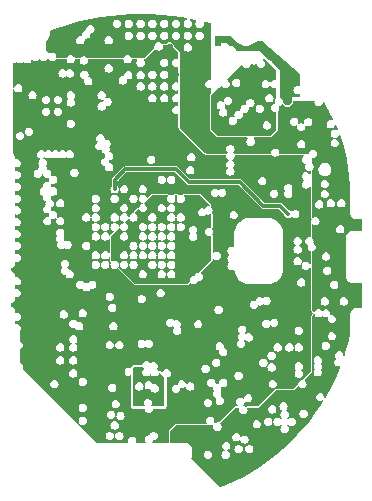
<source format=gbr>
%TF.GenerationSoftware,KiCad,Pcbnew,8.0.1*%
%TF.CreationDate,2024-03-29T03:09:59+00:00*%
%TF.ProjectId,watch_main,77617463-685f-46d6-9169-6e2e6b696361,rev?*%
%TF.SameCoordinates,Original*%
%TF.FileFunction,Copper,L5,Inr*%
%TF.FilePolarity,Positive*%
%FSLAX46Y46*%
G04 Gerber Fmt 4.6, Leading zero omitted, Abs format (unit mm)*
G04 Created by KiCad (PCBNEW 8.0.1) date 2024-03-29 03:09:59*
%MOMM*%
%LPD*%
G01*
G04 APERTURE LIST*
%TA.AperFunction,ViaPad*%
%ADD10C,0.300000*%
%TD*%
%TA.AperFunction,Conductor*%
%ADD11C,0.300000*%
%TD*%
G04 APERTURE END LIST*
D10*
%TO.N,+VSYS*%
X153200000Y-112800000D03*
X160500000Y-88300000D03*
X163600000Y-87500000D03*
X155000000Y-113150000D03*
X163000000Y-87220000D03*
X142900000Y-79000000D03*
X153700000Y-113150000D03*
X142500000Y-79400000D03*
X154350000Y-113150000D03*
X143300000Y-78600000D03*
%TO.N,+3V3*%
X156900000Y-84300000D03*
X158600000Y-86900000D03*
X147800000Y-92000000D03*
X160800000Y-81400000D03*
X162500000Y-94100000D03*
%TO.N,+1V8*%
X149440000Y-105100000D03*
X164300000Y-102500000D03*
X152480000Y-79920000D03*
X161800000Y-90200000D03*
X151800000Y-92000000D03*
X161800000Y-91000000D03*
X153000000Y-82300000D03*
X140900000Y-86500000D03*
X163300000Y-101700000D03*
X145100000Y-106100000D03*
X162600000Y-101700000D03*
X139500000Y-101800000D03*
X160900000Y-90200000D03*
X149400000Y-93600000D03*
X155400000Y-89300000D03*
X147800000Y-93600000D03*
X160900000Y-89400000D03*
X154500000Y-107600000D03*
X145100000Y-107200000D03*
X148600000Y-92800000D03*
X161806000Y-89457000D03*
X152000000Y-85300000D03*
X149400000Y-92000000D03*
X155900000Y-110800000D03*
X161375000Y-89800000D03*
X148500000Y-83800000D03*
X147300000Y-107200000D03*
X139500000Y-98800000D03*
X146200000Y-99200000D03*
X160900000Y-91000000D03*
%TO.N,/ELVDD*%
X149800000Y-107400000D03*
X151750000Y-108550000D03*
X151700000Y-110100000D03*
%TO.N,/STM32 Power/VDD11*%
X151800000Y-92800000D03*
X150200000Y-98400000D03*
X147800000Y-97600000D03*
X155625000Y-96225000D03*
%TO.N,/Power/VBUS_PROTECTED*%
X157200000Y-79300000D03*
X160200000Y-79900000D03*
X161100000Y-80700000D03*
X157700000Y-79500000D03*
X162300000Y-82700000D03*
X156600000Y-79300000D03*
X161900000Y-81500000D03*
X162400000Y-84700000D03*
%TD*%
D11*
%TO.N,+3V3*%
X160400000Y-93400000D02*
X161800000Y-93400000D01*
X153000000Y-90300000D02*
X154100000Y-91400000D01*
X154100000Y-91400000D02*
X158400000Y-91400000D01*
X147800000Y-91200000D02*
X148700000Y-90300000D01*
X147800000Y-92000000D02*
X147800000Y-91200000D01*
X158400000Y-91400000D02*
X160400000Y-93400000D01*
X148700000Y-90300000D02*
X153000000Y-90300000D01*
X161800000Y-93400000D02*
X162500000Y-94100000D01*
%TD*%
%TA.AperFunction,Conductor*%
%TO.N,/Power/VBUS_PROTECTED*%
G36*
X157621674Y-79021674D02*
G01*
X158073953Y-79473953D01*
X158078782Y-79479276D01*
X158089586Y-79492414D01*
X158089598Y-79492426D01*
X158246544Y-79627464D01*
X158424297Y-79733642D01*
X158617605Y-79807818D01*
X158820759Y-79847803D01*
X159014787Y-79852125D01*
X159027756Y-79852415D01*
X159027756Y-79852414D01*
X159027759Y-79852415D01*
X159027762Y-79852414D01*
X159027769Y-79852414D01*
X159232485Y-79821520D01*
X159232485Y-79821519D01*
X159232491Y-79821519D01*
X159428912Y-79756027D01*
X159611218Y-79657872D01*
X159774028Y-79529954D01*
X159779005Y-79524435D01*
X159830146Y-79500098D01*
X159833954Y-79500000D01*
X160351223Y-79500000D01*
X160400724Y-79518995D01*
X163475504Y-82286297D01*
X163499898Y-82337410D01*
X163500000Y-82341299D01*
X163500000Y-83190165D01*
X163478326Y-83242491D01*
X163426000Y-83264165D01*
X163414424Y-83263254D01*
X163300000Y-83245131D01*
X163190339Y-83262499D01*
X163091412Y-83312905D01*
X163012905Y-83391412D01*
X162962499Y-83490339D01*
X162945131Y-83600000D01*
X162962499Y-83709660D01*
X162962500Y-83709661D01*
X163012905Y-83808587D01*
X163091413Y-83887095D01*
X163190339Y-83937500D01*
X163300000Y-83954869D01*
X163409661Y-83937500D01*
X163409663Y-83937498D01*
X163414423Y-83936745D01*
X163469496Y-83949966D01*
X163499089Y-83998257D01*
X163500000Y-84009834D01*
X163500000Y-84126000D01*
X163478326Y-84178326D01*
X163426000Y-84200000D01*
X162791925Y-84200000D01*
X162790848Y-84599999D01*
X162790580Y-84699495D01*
X162773697Y-84746346D01*
X162669325Y-84873050D01*
X162619326Y-84899657D01*
X162612208Y-84900000D01*
X162330652Y-84900000D01*
X162278326Y-84878326D01*
X162074028Y-84674028D01*
X162052354Y-84621702D01*
X162053265Y-84610124D01*
X162054869Y-84600000D01*
X162037500Y-84490339D01*
X161987095Y-84391413D01*
X161908587Y-84312905D01*
X161840404Y-84278164D01*
X161803622Y-84235098D01*
X161800000Y-84212230D01*
X161800000Y-81950000D01*
X161142838Y-81292838D01*
X161129229Y-81274107D01*
X161087095Y-81191413D01*
X161008587Y-81112905D01*
X161008586Y-81112904D01*
X160925890Y-81070768D01*
X160907160Y-81057160D01*
X160150000Y-80300000D01*
X158126782Y-80300000D01*
X158074456Y-80278326D01*
X158053693Y-80237576D01*
X158037500Y-80135339D01*
X157987094Y-80036412D01*
X157908587Y-79957905D01*
X157809660Y-79907499D01*
X157700000Y-79890131D01*
X157699999Y-79890131D01*
X157642392Y-79899254D01*
X157587320Y-79886032D01*
X157578491Y-79878491D01*
X157300000Y-79600000D01*
X156800000Y-79600000D01*
X156800000Y-79826000D01*
X156778326Y-79878326D01*
X156726000Y-79900000D01*
X156374000Y-79900000D01*
X156321674Y-79878326D01*
X156300000Y-79826000D01*
X156300000Y-79074000D01*
X156321674Y-79021674D01*
X156374000Y-79000000D01*
X157569348Y-79000000D01*
X157621674Y-79021674D01*
G37*
%TD.AperFunction*%
%TD*%
%TA.AperFunction,Conductor*%
%TO.N,+1V8*%
G36*
X152548989Y-79682873D02*
G01*
X152563564Y-79687608D01*
X152618890Y-79715797D01*
X152631288Y-79724806D01*
X152675192Y-79768710D01*
X152684201Y-79781109D01*
X152709993Y-79831729D01*
X152712388Y-79836429D01*
X152717124Y-79851007D01*
X152728432Y-79922392D01*
X152728436Y-79922407D01*
X152738073Y-79952068D01*
X152738634Y-79953792D01*
X152760887Y-79997468D01*
X152762177Y-79999999D01*
X152766406Y-80008299D01*
X152766409Y-80008304D01*
X152785811Y-80035011D01*
X153180147Y-80429346D01*
X153194499Y-80463994D01*
X153194499Y-80925766D01*
X153180147Y-80960414D01*
X153145499Y-80974766D01*
X153123255Y-80969426D01*
X153109663Y-80962501D01*
X153109662Y-80962500D01*
X153109661Y-80962500D01*
X153000000Y-80945131D01*
X152890338Y-80962500D01*
X152791415Y-81012903D01*
X152791412Y-81012905D01*
X152712905Y-81091412D01*
X152712903Y-81091415D01*
X152662500Y-81190338D01*
X152645131Y-81300000D01*
X152662500Y-81409661D01*
X152703606Y-81490338D01*
X152712905Y-81508587D01*
X152791413Y-81587095D01*
X152890339Y-81637500D01*
X153000000Y-81654869D01*
X153109661Y-81637500D01*
X153123254Y-81630574D01*
X153160641Y-81627631D01*
X153189159Y-81651987D01*
X153194500Y-81674233D01*
X153194500Y-82092978D01*
X153197413Y-82117593D01*
X153208204Y-82162541D01*
X153216787Y-82185808D01*
X153216788Y-82185812D01*
X153232388Y-82216428D01*
X153237125Y-82231007D01*
X153246839Y-82292334D01*
X153246839Y-82307666D01*
X153237126Y-82368988D01*
X153232389Y-82383566D01*
X153216790Y-82414182D01*
X153208205Y-82437453D01*
X153208203Y-82437459D01*
X153197413Y-82482405D01*
X153194500Y-82507020D01*
X153194500Y-82925767D01*
X153180148Y-82960415D01*
X153145500Y-82974767D01*
X153123257Y-82969427D01*
X153109661Y-82962500D01*
X153000000Y-82945131D01*
X152890338Y-82962500D01*
X152791415Y-83012903D01*
X152791412Y-83012905D01*
X152712905Y-83091412D01*
X152712903Y-83091415D01*
X152662500Y-83190338D01*
X152645131Y-83300000D01*
X152662500Y-83409661D01*
X152703606Y-83490338D01*
X152712905Y-83508587D01*
X152791413Y-83587095D01*
X152890339Y-83637500D01*
X153000000Y-83654869D01*
X153109661Y-83637500D01*
X153123254Y-83630574D01*
X153160641Y-83627631D01*
X153189159Y-83651987D01*
X153194500Y-83674233D01*
X153194500Y-83925767D01*
X153180148Y-83960415D01*
X153145500Y-83974767D01*
X153123257Y-83969427D01*
X153109661Y-83962500D01*
X153000000Y-83945131D01*
X152890338Y-83962500D01*
X152791415Y-84012903D01*
X152791412Y-84012905D01*
X152712905Y-84091412D01*
X152712903Y-84091415D01*
X152662500Y-84190338D01*
X152645131Y-84300000D01*
X152662500Y-84409661D01*
X152703606Y-84490338D01*
X152712905Y-84508587D01*
X152791413Y-84587095D01*
X152890339Y-84637500D01*
X153000000Y-84654869D01*
X153109661Y-84637500D01*
X153123254Y-84630574D01*
X153160641Y-84627631D01*
X153189159Y-84651987D01*
X153194500Y-84674233D01*
X153194500Y-84925767D01*
X153180148Y-84960415D01*
X153145500Y-84974767D01*
X153123257Y-84969427D01*
X153109661Y-84962500D01*
X153000000Y-84945131D01*
X152890338Y-84962500D01*
X152791415Y-85012903D01*
X152791412Y-85012905D01*
X152712905Y-85091412D01*
X152712903Y-85091415D01*
X152662500Y-85190338D01*
X152645131Y-85300000D01*
X152662500Y-85409661D01*
X152702025Y-85487235D01*
X152712905Y-85508587D01*
X152791413Y-85587095D01*
X152890339Y-85637500D01*
X153000000Y-85654869D01*
X153109661Y-85637500D01*
X153123254Y-85630574D01*
X153160641Y-85627631D01*
X153189159Y-85651987D01*
X153194500Y-85674233D01*
X153194500Y-86758995D01*
X153194825Y-86767264D01*
X153196044Y-86782759D01*
X153207215Y-86822369D01*
X153207216Y-86822371D01*
X153207217Y-86822374D01*
X153214924Y-86837500D01*
X153234994Y-86876892D01*
X153244761Y-86890335D01*
X153254396Y-86903596D01*
X153254398Y-86903598D01*
X153254401Y-86903602D01*
X155356273Y-89005474D01*
X155356277Y-89005477D01*
X155356279Y-89005479D01*
X155382982Y-89024880D01*
X155437496Y-89052657D01*
X155468888Y-89062857D01*
X155468978Y-89062871D01*
X155469057Y-89062896D01*
X155470750Y-89063303D01*
X155470718Y-89063436D01*
X155483564Y-89067608D01*
X155514187Y-89083211D01*
X155537455Y-89091795D01*
X155582399Y-89102585D01*
X155582402Y-89102585D01*
X155582405Y-89102586D01*
X155596052Y-89104201D01*
X155607027Y-89105500D01*
X157202727Y-89105500D01*
X157237375Y-89119852D01*
X157251727Y-89154500D01*
X157251124Y-89162160D01*
X157245131Y-89200000D01*
X157254423Y-89258666D01*
X157262500Y-89309661D01*
X157312903Y-89408584D01*
X157312905Y-89408587D01*
X157391412Y-89487094D01*
X157391417Y-89487098D01*
X157429184Y-89506341D01*
X157453540Y-89534858D01*
X157450597Y-89572246D01*
X157429184Y-89593659D01*
X157391417Y-89612901D01*
X157391412Y-89612905D01*
X157312905Y-89691412D01*
X157312903Y-89691415D01*
X157262500Y-89790338D01*
X157245131Y-89900000D01*
X157262500Y-90009661D01*
X157312903Y-90108584D01*
X157312905Y-90108587D01*
X157369670Y-90165352D01*
X157384022Y-90200000D01*
X157369670Y-90234648D01*
X157312905Y-90291412D01*
X157312903Y-90291415D01*
X157262500Y-90390338D01*
X157245131Y-90500000D01*
X157262500Y-90609661D01*
X157308529Y-90700000D01*
X157312905Y-90708587D01*
X157391413Y-90787095D01*
X157490339Y-90837500D01*
X157600000Y-90854869D01*
X157709661Y-90837500D01*
X157808587Y-90787095D01*
X157887095Y-90708587D01*
X157937500Y-90609661D01*
X157954869Y-90500000D01*
X157937500Y-90390339D01*
X157887095Y-90291413D01*
X157830330Y-90234648D01*
X157815978Y-90200000D01*
X157830330Y-90165352D01*
X157858183Y-90137499D01*
X157887095Y-90108587D01*
X157937500Y-90009661D01*
X157954869Y-89900000D01*
X157937500Y-89790339D01*
X157887095Y-89691413D01*
X157808587Y-89612905D01*
X157808584Y-89612903D01*
X157770816Y-89593660D01*
X157746459Y-89565142D01*
X157749401Y-89527755D01*
X157770816Y-89506340D01*
X157800112Y-89491413D01*
X157808587Y-89487095D01*
X157887095Y-89408587D01*
X157937500Y-89309661D01*
X157954869Y-89200000D01*
X157948876Y-89162164D01*
X157957631Y-89125699D01*
X157989607Y-89106103D01*
X157997273Y-89105500D01*
X160946121Y-89105500D01*
X160946131Y-89105500D01*
X160962633Y-89104201D01*
X160973447Y-89102488D01*
X160996253Y-89104282D01*
X161000000Y-89105500D01*
X161000002Y-89105500D01*
X161003600Y-89105500D01*
X161004181Y-89105477D01*
X161011871Y-89105175D01*
X161019537Y-89104572D01*
X161058857Y-89091796D01*
X161096242Y-89094738D01*
X161109756Y-89106281D01*
X161110178Y-89105860D01*
X161112905Y-89108587D01*
X161191413Y-89187095D01*
X161290339Y-89237500D01*
X161400000Y-89254869D01*
X161509661Y-89237500D01*
X161608587Y-89187095D01*
X161687095Y-89108587D01*
X161687095Y-89108586D01*
X161689822Y-89105860D01*
X161690739Y-89106777D01*
X161718510Y-89089750D01*
X161744937Y-89092874D01*
X161756028Y-89097469D01*
X161796402Y-89105500D01*
X161796404Y-89105500D01*
X163798107Y-89105500D01*
X163832755Y-89119852D01*
X163847107Y-89154500D01*
X163832755Y-89189148D01*
X163820352Y-89198160D01*
X163791415Y-89212903D01*
X163791412Y-89212905D01*
X163712905Y-89291412D01*
X163712903Y-89291415D01*
X163662500Y-89390338D01*
X163645131Y-89500000D01*
X163662500Y-89609661D01*
X163708530Y-89700002D01*
X163712905Y-89708587D01*
X163791413Y-89787095D01*
X163890339Y-89837500D01*
X163962560Y-89848939D01*
X163994535Y-89868534D01*
X164003290Y-89905001D01*
X163998553Y-89919580D01*
X163962500Y-89990338D01*
X163945131Y-90100000D01*
X163962500Y-90209661D01*
X164008529Y-90300000D01*
X164012905Y-90308587D01*
X164091413Y-90387095D01*
X164190339Y-90437500D01*
X164300000Y-90454869D01*
X164337835Y-90448876D01*
X164374301Y-90457631D01*
X164393897Y-90489607D01*
X164394500Y-90497273D01*
X164394500Y-90698106D01*
X164380148Y-90732754D01*
X164345500Y-90747106D01*
X164310852Y-90732754D01*
X164301841Y-90720352D01*
X164287098Y-90691417D01*
X164287094Y-90691412D01*
X164208587Y-90612905D01*
X164208584Y-90612903D01*
X164109661Y-90562500D01*
X164000000Y-90545131D01*
X163890338Y-90562500D01*
X163791415Y-90612903D01*
X163791412Y-90612905D01*
X163712905Y-90691412D01*
X163712903Y-90691415D01*
X163662500Y-90790338D01*
X163645131Y-90900000D01*
X163662500Y-91009661D01*
X163712903Y-91108584D01*
X163712905Y-91108587D01*
X163791412Y-91187094D01*
X163791417Y-91187098D01*
X163829184Y-91206341D01*
X163853540Y-91234858D01*
X163850597Y-91272246D01*
X163829184Y-91293659D01*
X163791417Y-91312901D01*
X163791412Y-91312905D01*
X163712905Y-91391412D01*
X163712903Y-91391415D01*
X163662500Y-91490338D01*
X163645131Y-91600000D01*
X163662500Y-91709661D01*
X163711500Y-91805831D01*
X163712905Y-91808587D01*
X163791413Y-91887095D01*
X163890339Y-91937500D01*
X164000000Y-91954869D01*
X164109661Y-91937500D01*
X164208587Y-91887095D01*
X164287095Y-91808587D01*
X164301840Y-91779647D01*
X164330358Y-91755291D01*
X164367745Y-91758233D01*
X164392102Y-91786751D01*
X164394500Y-91801893D01*
X164394500Y-92419999D01*
X164394500Y-93299999D01*
X164394500Y-94386022D01*
X164400008Y-94413710D01*
X164402531Y-94426397D01*
X164402531Y-94426398D01*
X164416878Y-94461035D01*
X164416883Y-94461046D01*
X164424396Y-94475791D01*
X164424397Y-94475792D01*
X164424398Y-94475793D01*
X164437630Y-94487094D01*
X164462240Y-94508114D01*
X164479265Y-94541529D01*
X164474076Y-94567616D01*
X164462501Y-94590335D01*
X164462500Y-94590337D01*
X164462500Y-94590339D01*
X164445131Y-94700000D01*
X164462500Y-94809661D01*
X164462500Y-94809662D01*
X164462501Y-94809664D01*
X164472283Y-94828862D01*
X164475226Y-94866249D01*
X164461927Y-94885333D01*
X164462364Y-94885706D01*
X164459229Y-94889375D01*
X164459229Y-94889376D01*
X164416883Y-94938956D01*
X164402531Y-94973604D01*
X164394714Y-95012905D01*
X164394500Y-95013980D01*
X164394500Y-96002726D01*
X164380148Y-96037374D01*
X164345500Y-96051726D01*
X164337836Y-96051123D01*
X164300000Y-96045131D01*
X164190338Y-96062500D01*
X164091415Y-96112903D01*
X164091412Y-96112905D01*
X164012905Y-96191412D01*
X164012903Y-96191415D01*
X163962500Y-96290338D01*
X163945131Y-96400000D01*
X163962500Y-96509661D01*
X164003606Y-96590338D01*
X164012905Y-96608587D01*
X164091413Y-96687095D01*
X164145951Y-96714883D01*
X164170308Y-96743401D01*
X164167367Y-96780785D01*
X164162501Y-96790336D01*
X164162500Y-96790337D01*
X164162500Y-96790339D01*
X164158926Y-96812905D01*
X164145131Y-96900000D01*
X164162500Y-97009661D01*
X164208529Y-97100000D01*
X164212905Y-97108587D01*
X164291413Y-97187095D01*
X164371762Y-97228035D01*
X164396119Y-97256552D01*
X164397576Y-97281252D01*
X164394500Y-97296718D01*
X164394500Y-98317733D01*
X164380148Y-98352381D01*
X164345500Y-98366733D01*
X164310852Y-98352381D01*
X164301841Y-98339978D01*
X164277099Y-98291419D01*
X164277094Y-98291412D01*
X164198587Y-98212905D01*
X164198584Y-98212903D01*
X164099661Y-98162500D01*
X163990000Y-98145131D01*
X163880338Y-98162500D01*
X163781415Y-98212903D01*
X163781411Y-98212906D01*
X163703386Y-98290931D01*
X163668738Y-98305283D01*
X163634090Y-98290931D01*
X163619738Y-98256283D01*
X163625078Y-98234040D01*
X163637500Y-98209661D01*
X163654869Y-98100000D01*
X163637500Y-97990339D01*
X163587095Y-97891413D01*
X163508587Y-97812905D01*
X163508584Y-97812903D01*
X163409661Y-97762500D01*
X163300000Y-97745131D01*
X163190338Y-97762500D01*
X163091415Y-97812903D01*
X163091412Y-97812905D01*
X163012905Y-97891412D01*
X163012903Y-97891415D01*
X162962500Y-97990338D01*
X162945131Y-98100000D01*
X162962500Y-98209661D01*
X163011221Y-98305283D01*
X163012905Y-98308587D01*
X163091413Y-98387095D01*
X163190339Y-98437500D01*
X163300000Y-98454869D01*
X163409661Y-98437500D01*
X163508587Y-98387095D01*
X163586614Y-98309067D01*
X163621261Y-98294716D01*
X163655909Y-98309068D01*
X163670261Y-98343716D01*
X163664921Y-98365960D01*
X163652501Y-98390336D01*
X163652500Y-98390337D01*
X163652500Y-98390339D01*
X163642279Y-98454869D01*
X163635131Y-98500000D01*
X163652500Y-98609661D01*
X163699751Y-98702398D01*
X163702905Y-98708587D01*
X163781413Y-98787095D01*
X163880339Y-98837500D01*
X163990000Y-98854869D01*
X164099661Y-98837500D01*
X164198587Y-98787095D01*
X164277095Y-98708587D01*
X164301840Y-98660020D01*
X164330358Y-98635664D01*
X164367745Y-98638606D01*
X164392102Y-98667124D01*
X164394500Y-98682266D01*
X164394500Y-98900000D01*
X164394500Y-100099999D01*
X164394500Y-101499999D01*
X164394500Y-102184021D01*
X164400245Y-102212903D01*
X164402531Y-102224396D01*
X164402531Y-102224397D01*
X164416880Y-102259037D01*
X164416881Y-102259039D01*
X164416883Y-102259043D01*
X164439752Y-102293268D01*
X164456145Y-102309661D01*
X164495193Y-102348710D01*
X164504203Y-102361113D01*
X164535486Y-102422510D01*
X164538986Y-102431451D01*
X164541633Y-102440836D01*
X164541634Y-102440840D01*
X164541635Y-102440841D01*
X164550389Y-102461974D01*
X164553813Y-102465983D01*
X164555961Y-102468498D01*
X164567549Y-102504165D01*
X164560479Y-102525923D01*
X164549152Y-102544405D01*
X164541778Y-102564393D01*
X164539466Y-102569678D01*
X164504203Y-102638885D01*
X164495193Y-102651287D01*
X164439750Y-102706731D01*
X164416883Y-102740955D01*
X164416880Y-102740961D01*
X164402531Y-102775601D01*
X164402531Y-102775602D01*
X164401588Y-102780343D01*
X164397679Y-102799999D01*
X164394500Y-102815980D01*
X164394500Y-107436003D01*
X164380148Y-107470651D01*
X164350800Y-107499999D01*
X163801191Y-108049606D01*
X163801177Y-108049621D01*
X163790444Y-108062189D01*
X163790425Y-108062213D01*
X163781427Y-108074598D01*
X163781427Y-108074599D01*
X163766265Y-108115695D01*
X163740807Y-108143234D01*
X163712630Y-108147131D01*
X163700000Y-108145131D01*
X163590338Y-108162500D01*
X163491415Y-108212903D01*
X163491412Y-108212905D01*
X163412905Y-108291412D01*
X163412903Y-108291415D01*
X163362500Y-108390338D01*
X163362500Y-108390339D01*
X163346492Y-108491412D01*
X163345131Y-108500002D01*
X163346955Y-108511521D01*
X163338199Y-108547987D01*
X163317310Y-108564454D01*
X163283836Y-108578319D01*
X163249610Y-108601188D01*
X162970652Y-108880148D01*
X162936004Y-108894500D01*
X161520296Y-108894500D01*
X161500109Y-108898515D01*
X161479920Y-108902531D01*
X161479919Y-108902531D01*
X161445279Y-108916880D01*
X161445273Y-108916883D01*
X161411052Y-108939748D01*
X161411048Y-108939751D01*
X159970652Y-110380148D01*
X159936004Y-110394500D01*
X159071421Y-110394500D01*
X159046811Y-110397412D01*
X159046801Y-110397414D01*
X159024559Y-110402754D01*
X158979293Y-110430493D01*
X158942251Y-110436359D01*
X158919043Y-110423361D01*
X158908587Y-110412905D01*
X158908584Y-110412903D01*
X158809661Y-110362500D01*
X158710252Y-110346754D01*
X158678277Y-110327159D01*
X158669522Y-110290692D01*
X158683268Y-110263713D01*
X158738395Y-110208587D01*
X158788800Y-110109661D01*
X158804545Y-110010252D01*
X158824140Y-109978277D01*
X158860606Y-109969522D01*
X158887589Y-109983271D01*
X158891413Y-109987095D01*
X158990339Y-110037500D01*
X159100000Y-110054869D01*
X159209661Y-110037500D01*
X159308587Y-109987095D01*
X159387095Y-109908587D01*
X159437500Y-109809661D01*
X159454869Y-109700000D01*
X159437500Y-109590339D01*
X159387095Y-109491413D01*
X159308587Y-109412905D01*
X159308584Y-109412903D01*
X159209661Y-109362500D01*
X159100000Y-109345131D01*
X158990338Y-109362500D01*
X158891415Y-109412903D01*
X158891412Y-109412905D01*
X158812905Y-109491412D01*
X158812903Y-109491415D01*
X158762500Y-109590338D01*
X158746755Y-109689746D01*
X158727159Y-109721722D01*
X158690692Y-109730477D01*
X158663710Y-109716728D01*
X158659887Y-109712905D01*
X158659884Y-109712903D01*
X158560961Y-109662500D01*
X158451300Y-109645131D01*
X158341638Y-109662500D01*
X158242715Y-109712903D01*
X158242712Y-109712905D01*
X158164205Y-109791412D01*
X158164203Y-109791415D01*
X158113800Y-109890338D01*
X158096431Y-110000000D01*
X158113800Y-110109661D01*
X158164203Y-110208584D01*
X158164205Y-110208587D01*
X158242712Y-110287094D01*
X158242715Y-110287096D01*
X158271652Y-110301840D01*
X158296009Y-110330358D01*
X158293067Y-110367745D01*
X158264549Y-110392102D01*
X158249407Y-110394500D01*
X158020296Y-110394500D01*
X158005657Y-110397412D01*
X157979920Y-110402531D01*
X157979919Y-110402531D01*
X157945279Y-110416880D01*
X157945273Y-110416883D01*
X157911052Y-110439748D01*
X157911048Y-110439751D01*
X156657885Y-111692913D01*
X156635014Y-111727143D01*
X156634487Y-111728415D01*
X156634159Y-111728742D01*
X156633883Y-111729260D01*
X156633725Y-111729175D01*
X156607962Y-111754927D01*
X156581558Y-111758048D01*
X156500000Y-111745131D01*
X156390338Y-111762500D01*
X156291415Y-111812903D01*
X156288298Y-111815169D01*
X156287238Y-111813710D01*
X156258329Y-111825671D01*
X156223687Y-111811304D01*
X156209350Y-111776650D01*
X156214690Y-111754427D01*
X156237500Y-111709661D01*
X156254869Y-111600000D01*
X156237500Y-111490339D01*
X156187095Y-111391413D01*
X156108587Y-111312905D01*
X156108584Y-111312903D01*
X156009661Y-111262500D01*
X155900000Y-111245131D01*
X155790338Y-111262500D01*
X155691415Y-111312903D01*
X155691412Y-111312905D01*
X155612905Y-111391412D01*
X155612903Y-111391415D01*
X155562500Y-111490338D01*
X155545131Y-111600000D01*
X155562500Y-111709661D01*
X155612903Y-111808584D01*
X155612905Y-111808587D01*
X155615170Y-111810852D01*
X155629522Y-111845500D01*
X155615170Y-111880148D01*
X155580522Y-111894500D01*
X153020296Y-111894500D01*
X153000109Y-111898515D01*
X152979920Y-111902531D01*
X152979919Y-111902531D01*
X152945279Y-111916880D01*
X152945273Y-111916883D01*
X152911052Y-111939748D01*
X152911048Y-111939751D01*
X152439751Y-112411048D01*
X152439748Y-112411052D01*
X152416883Y-112445273D01*
X152416880Y-112445279D01*
X152402531Y-112479919D01*
X152402531Y-112479920D01*
X152394500Y-112520298D01*
X152394500Y-113450494D01*
X152380148Y-113485142D01*
X152345500Y-113499494D01*
X151014484Y-113499494D01*
X150979836Y-113485142D01*
X150965484Y-113450494D01*
X150979836Y-113415846D01*
X150982779Y-113412903D01*
X150987095Y-113408587D01*
X151037500Y-113309661D01*
X151039830Y-113294950D01*
X151059425Y-113262974D01*
X151095891Y-113254218D01*
X151100000Y-113254869D01*
X151209661Y-113237500D01*
X151308587Y-113187095D01*
X151387095Y-113108587D01*
X151437500Y-113009661D01*
X151454869Y-112900000D01*
X151437500Y-112790339D01*
X151387095Y-112691413D01*
X151308587Y-112612905D01*
X151308584Y-112612903D01*
X151209661Y-112562500D01*
X151100000Y-112545131D01*
X150990338Y-112562500D01*
X150891415Y-112612903D01*
X150891412Y-112612905D01*
X150812905Y-112691412D01*
X150812903Y-112691415D01*
X150804154Y-112708587D01*
X150762500Y-112790339D01*
X150762500Y-112790340D01*
X150762498Y-112790343D01*
X150760169Y-112805051D01*
X150740573Y-112837027D01*
X150704113Y-112845782D01*
X150700001Y-112845131D01*
X150700000Y-112845131D01*
X150647496Y-112853447D01*
X150590338Y-112862500D01*
X150491415Y-112912903D01*
X150491412Y-112912905D01*
X150412905Y-112991412D01*
X150412903Y-112991415D01*
X150362500Y-113090338D01*
X150345131Y-113200000D01*
X150362500Y-113309661D01*
X150412903Y-113408584D01*
X150412905Y-113408587D01*
X150420164Y-113415846D01*
X150434516Y-113450494D01*
X150420164Y-113485142D01*
X150385516Y-113499494D01*
X149671688Y-113499494D01*
X149637040Y-113485142D01*
X149622688Y-113450494D01*
X149628029Y-113428248D01*
X149637500Y-113409661D01*
X149654869Y-113300000D01*
X149637500Y-113190339D01*
X149587095Y-113091413D01*
X149508587Y-113012905D01*
X149508584Y-113012903D01*
X149409661Y-112962500D01*
X149300000Y-112945131D01*
X149190338Y-112962500D01*
X149091415Y-113012903D01*
X149091412Y-113012905D01*
X149012905Y-113091412D01*
X149012903Y-113091415D01*
X148962500Y-113190338D01*
X148952382Y-113254218D01*
X148945131Y-113300000D01*
X148962500Y-113409661D01*
X148965651Y-113415846D01*
X148971971Y-113428248D01*
X148974914Y-113465635D01*
X148950558Y-113494153D01*
X148928312Y-113499494D01*
X146319790Y-113499494D01*
X146285142Y-113485142D01*
X145700000Y-112900000D01*
X147045131Y-112900000D01*
X147062500Y-113009661D01*
X147103606Y-113090338D01*
X147112905Y-113108587D01*
X147191413Y-113187095D01*
X147290339Y-113237500D01*
X147400000Y-113254869D01*
X147509661Y-113237500D01*
X147608587Y-113187095D01*
X147687095Y-113108587D01*
X147737500Y-113009661D01*
X147751603Y-112920614D01*
X147762947Y-112902104D01*
X147760358Y-112900518D01*
X147759271Y-112897894D01*
X147837052Y-112897894D01*
X147839642Y-112899481D01*
X147848395Y-112920613D01*
X147858197Y-112982495D01*
X147862500Y-113009661D01*
X147903606Y-113090338D01*
X147912905Y-113108587D01*
X147991413Y-113187095D01*
X148090339Y-113237500D01*
X148200000Y-113254869D01*
X148309661Y-113237500D01*
X148408587Y-113187095D01*
X148487095Y-113108587D01*
X148537500Y-113009661D01*
X148554869Y-112900000D01*
X148537500Y-112790339D01*
X148487095Y-112691413D01*
X148408587Y-112612905D01*
X148408584Y-112612903D01*
X148309661Y-112562500D01*
X148200000Y-112545131D01*
X148090338Y-112562500D01*
X147991415Y-112612903D01*
X147991412Y-112612905D01*
X147912905Y-112691412D01*
X147912903Y-112691415D01*
X147862500Y-112790338D01*
X147862500Y-112790339D01*
X147848396Y-112879384D01*
X147837052Y-112897894D01*
X147759271Y-112897894D01*
X147751603Y-112879385D01*
X147737500Y-112790339D01*
X147687095Y-112691413D01*
X147608587Y-112612905D01*
X147608584Y-112612903D01*
X147509661Y-112562500D01*
X147400000Y-112545131D01*
X147290338Y-112562500D01*
X147191415Y-112612903D01*
X147191412Y-112612905D01*
X147112905Y-112691412D01*
X147112903Y-112691415D01*
X147062500Y-112790338D01*
X147045131Y-112900000D01*
X145700000Y-112900000D01*
X144800000Y-112000000D01*
X147445131Y-112000000D01*
X147462500Y-112109661D01*
X147501954Y-112187096D01*
X147512905Y-112208587D01*
X147591413Y-112287095D01*
X147690339Y-112337500D01*
X147800000Y-112354869D01*
X147909661Y-112337500D01*
X148008587Y-112287095D01*
X148087095Y-112208587D01*
X148137500Y-112109661D01*
X148154869Y-112000000D01*
X148137500Y-111890339D01*
X148087095Y-111791413D01*
X148008587Y-111712905D01*
X148008584Y-111712903D01*
X147909661Y-111662500D01*
X147800000Y-111645131D01*
X147690338Y-111662500D01*
X147591415Y-111712903D01*
X147591412Y-111712905D01*
X147512905Y-111791412D01*
X147512903Y-111791415D01*
X147462500Y-111890338D01*
X147445131Y-112000000D01*
X144800000Y-112000000D01*
X144400000Y-111600000D01*
X144745131Y-111600000D01*
X144762500Y-111709661D01*
X144808529Y-111800000D01*
X144812905Y-111808587D01*
X144891413Y-111887095D01*
X144990339Y-111937500D01*
X145100000Y-111954869D01*
X145209661Y-111937500D01*
X145308587Y-111887095D01*
X145387095Y-111808587D01*
X145437500Y-111709661D01*
X145454869Y-111600000D01*
X145437500Y-111490339D01*
X145387095Y-111391413D01*
X145308587Y-111312905D01*
X145308584Y-111312903D01*
X145209661Y-111262500D01*
X145100000Y-111245131D01*
X144990338Y-111262500D01*
X144891415Y-111312903D01*
X144891412Y-111312905D01*
X144812905Y-111391412D01*
X144812903Y-111391415D01*
X144762500Y-111490338D01*
X144745131Y-111600000D01*
X144400000Y-111600000D01*
X143900000Y-111100000D01*
X147145131Y-111100000D01*
X147162500Y-111209661D01*
X147203606Y-111290338D01*
X147212905Y-111308587D01*
X147291413Y-111387095D01*
X147390339Y-111437500D01*
X147500000Y-111454869D01*
X147609661Y-111437500D01*
X147708587Y-111387095D01*
X147787095Y-111308587D01*
X147837500Y-111209661D01*
X147839030Y-111200000D01*
X147945131Y-111200000D01*
X147962500Y-111309661D01*
X148008529Y-111400000D01*
X148012905Y-111408587D01*
X148091413Y-111487095D01*
X148190339Y-111537500D01*
X148300000Y-111554869D01*
X148409661Y-111537500D01*
X148508587Y-111487095D01*
X148587095Y-111408587D01*
X148637500Y-111309661D01*
X148654869Y-111200000D01*
X148637500Y-111090339D01*
X148587095Y-110991413D01*
X148508587Y-110912905D01*
X148508584Y-110912903D01*
X148409661Y-110862500D01*
X148300000Y-110845131D01*
X148190338Y-110862500D01*
X148091415Y-110912903D01*
X148091412Y-110912905D01*
X148012905Y-110991412D01*
X148012903Y-110991415D01*
X147962500Y-111090338D01*
X147945131Y-111200000D01*
X147839030Y-111200000D01*
X147854869Y-111100000D01*
X147837500Y-110990339D01*
X147787095Y-110891413D01*
X147708587Y-110812905D01*
X147708584Y-110812903D01*
X147609661Y-110762500D01*
X147500000Y-110745131D01*
X147390338Y-110762500D01*
X147291415Y-110812903D01*
X147291412Y-110812905D01*
X147212905Y-110891412D01*
X147212903Y-110891415D01*
X147162500Y-110990338D01*
X147145131Y-111100000D01*
X143900000Y-111100000D01*
X143300000Y-110500000D01*
X144745131Y-110500000D01*
X144762500Y-110609661D01*
X144801954Y-110687096D01*
X144812905Y-110708587D01*
X144891413Y-110787095D01*
X144990339Y-110837500D01*
X145100000Y-110854869D01*
X145209661Y-110837500D01*
X145308587Y-110787095D01*
X145387095Y-110708587D01*
X145437500Y-110609661D01*
X145454869Y-110500000D01*
X145437500Y-110390339D01*
X145387095Y-110291413D01*
X145308587Y-110212905D01*
X145308584Y-110212903D01*
X145283260Y-110200000D01*
X147545131Y-110200000D01*
X147562500Y-110309661D01*
X147608529Y-110400000D01*
X147612905Y-110408587D01*
X147691413Y-110487095D01*
X147790339Y-110537500D01*
X147900000Y-110554869D01*
X148009661Y-110537500D01*
X148108587Y-110487095D01*
X148187095Y-110408587D01*
X148237500Y-110309661D01*
X148254869Y-110200000D01*
X148237500Y-110090339D01*
X148187095Y-109991413D01*
X148108587Y-109912905D01*
X148108584Y-109912903D01*
X148009661Y-109862500D01*
X147900000Y-109845131D01*
X147790338Y-109862500D01*
X147691415Y-109912903D01*
X147691412Y-109912905D01*
X147612905Y-109991412D01*
X147612903Y-109991415D01*
X147562500Y-110090338D01*
X147545131Y-110200000D01*
X145283260Y-110200000D01*
X145209661Y-110162500D01*
X145100000Y-110145131D01*
X144990338Y-110162500D01*
X144891415Y-110212903D01*
X144891412Y-110212905D01*
X144812905Y-110291412D01*
X144812903Y-110291415D01*
X144762500Y-110390338D01*
X144745131Y-110500000D01*
X143300000Y-110500000D01*
X141300000Y-108500000D01*
X142345131Y-108500000D01*
X142362500Y-108609661D01*
X142408529Y-108700000D01*
X142412905Y-108708587D01*
X142491413Y-108787095D01*
X142590339Y-108837500D01*
X142700000Y-108854869D01*
X142809661Y-108837500D01*
X142883259Y-108800000D01*
X147245131Y-108800000D01*
X147262500Y-108909661D01*
X147303606Y-108990338D01*
X147312905Y-109008587D01*
X147391413Y-109087095D01*
X147490339Y-109137500D01*
X147600000Y-109154869D01*
X147709661Y-109137500D01*
X147808587Y-109087095D01*
X147887095Y-109008587D01*
X147937500Y-108909661D01*
X147954869Y-108800000D01*
X147937500Y-108690339D01*
X147887095Y-108591413D01*
X147808587Y-108512905D01*
X147808584Y-108512903D01*
X147709661Y-108462500D01*
X147600000Y-108445131D01*
X147490338Y-108462500D01*
X147391415Y-108512903D01*
X147391412Y-108512905D01*
X147312905Y-108591412D01*
X147312903Y-108591415D01*
X147262500Y-108690338D01*
X147245131Y-108800000D01*
X142883259Y-108800000D01*
X142908587Y-108787095D01*
X142987095Y-108708587D01*
X143037500Y-108609661D01*
X143054869Y-108500000D01*
X143037500Y-108390339D01*
X142991470Y-108300000D01*
X144745131Y-108300000D01*
X144762500Y-108409661D01*
X144808530Y-108500002D01*
X144812905Y-108508587D01*
X144891413Y-108587095D01*
X144990339Y-108637500D01*
X145100000Y-108654869D01*
X145209661Y-108637500D01*
X145308587Y-108587095D01*
X145387095Y-108508587D01*
X145437500Y-108409661D01*
X145454869Y-108300000D01*
X145437500Y-108190339D01*
X145387095Y-108091413D01*
X145308587Y-108012905D01*
X145308584Y-108012903D01*
X145209661Y-107962500D01*
X145100000Y-107945131D01*
X144990338Y-107962500D01*
X144891415Y-108012903D01*
X144891412Y-108012905D01*
X144812905Y-108091412D01*
X144812903Y-108091415D01*
X144762500Y-108190338D01*
X144745131Y-108300000D01*
X142991470Y-108300000D01*
X142987095Y-108291413D01*
X142908587Y-108212905D01*
X142908584Y-108212903D01*
X142809661Y-108162500D01*
X142700000Y-108145131D01*
X142590338Y-108162500D01*
X142491415Y-108212903D01*
X142491412Y-108212905D01*
X142412905Y-108291412D01*
X142412903Y-108291415D01*
X142362500Y-108390338D01*
X142345131Y-108500000D01*
X141300000Y-108500000D01*
X140400000Y-107600000D01*
X143945131Y-107600000D01*
X143962500Y-107709661D01*
X144011010Y-107804869D01*
X144012905Y-107808587D01*
X144091413Y-107887095D01*
X144190339Y-107937500D01*
X144300000Y-107954869D01*
X144409661Y-107937500D01*
X144508587Y-107887095D01*
X144587095Y-107808587D01*
X144637500Y-107709661D01*
X144654869Y-107600000D01*
X144637500Y-107490339D01*
X144616946Y-107450000D01*
X148645131Y-107450000D01*
X148662500Y-107559661D01*
X148708529Y-107650000D01*
X148712905Y-107658587D01*
X148791413Y-107737095D01*
X148890339Y-107787500D01*
X149000000Y-107804869D01*
X149109661Y-107787500D01*
X149123254Y-107780574D01*
X149160641Y-107777631D01*
X149189159Y-107801987D01*
X149194500Y-107824233D01*
X149194500Y-108699998D01*
X149194500Y-110356000D01*
X149210142Y-110434639D01*
X149218785Y-110455506D01*
X149223029Y-110465752D01*
X149250618Y-110509661D01*
X149259659Y-110524049D01*
X149334248Y-110576971D01*
X149365361Y-110589858D01*
X149444000Y-110605500D01*
X149444003Y-110605500D01*
X150304152Y-110605500D01*
X150338800Y-110619852D01*
X150352548Y-110646832D01*
X150362500Y-110709661D01*
X150412905Y-110808587D01*
X150491413Y-110887095D01*
X150590339Y-110937500D01*
X150700000Y-110954869D01*
X150809661Y-110937500D01*
X150908587Y-110887095D01*
X150987095Y-110808587D01*
X151037500Y-110709661D01*
X151047451Y-110646833D01*
X151067047Y-110614858D01*
X151095848Y-110605500D01*
X151955997Y-110605500D01*
X151956000Y-110605500D01*
X152034639Y-110589858D01*
X152065752Y-110576971D01*
X152124049Y-110540341D01*
X152176971Y-110465752D01*
X152189858Y-110434639D01*
X152205500Y-110356000D01*
X152205500Y-110100000D01*
X155345131Y-110100000D01*
X155362500Y-110209661D01*
X155408529Y-110300000D01*
X155412905Y-110308587D01*
X155491413Y-110387095D01*
X155590339Y-110437500D01*
X155700000Y-110454869D01*
X155809661Y-110437500D01*
X155908587Y-110387095D01*
X155987095Y-110308587D01*
X156037500Y-110209661D01*
X156054869Y-110100000D01*
X156037500Y-109990339D01*
X155987095Y-109891413D01*
X155908587Y-109812905D01*
X155908584Y-109812903D01*
X155809661Y-109762500D01*
X155700000Y-109745131D01*
X155590338Y-109762500D01*
X155491415Y-109812903D01*
X155491412Y-109812905D01*
X155412905Y-109891412D01*
X155412903Y-109891415D01*
X155362500Y-109990338D01*
X155345131Y-110100000D01*
X152205500Y-110100000D01*
X152205500Y-108900000D01*
X152645131Y-108900000D01*
X152662500Y-109009661D01*
X152710702Y-109104265D01*
X152712905Y-109108587D01*
X152791413Y-109187095D01*
X152890339Y-109237500D01*
X153000000Y-109254869D01*
X153109661Y-109237500D01*
X153208587Y-109187095D01*
X153287095Y-109108587D01*
X153337500Y-109009661D01*
X153354869Y-108900000D01*
X153354353Y-108896744D01*
X153363104Y-108860278D01*
X153395079Y-108840680D01*
X153410409Y-108840679D01*
X153500000Y-108854869D01*
X153609661Y-108837500D01*
X153708587Y-108787095D01*
X153770371Y-108725310D01*
X153805017Y-108710960D01*
X153839665Y-108725311D01*
X153853413Y-108752293D01*
X153859440Y-108790339D01*
X153862500Y-108809661D01*
X153908529Y-108900000D01*
X153912905Y-108908587D01*
X153991413Y-108987095D01*
X154090339Y-109037500D01*
X154200000Y-109054869D01*
X154309661Y-109037500D01*
X154408587Y-108987095D01*
X154487095Y-108908587D01*
X154537500Y-108809661D01*
X154554869Y-108700000D01*
X154537500Y-108590339D01*
X154487095Y-108491413D01*
X154408587Y-108412905D01*
X154408584Y-108412903D01*
X154383260Y-108400000D01*
X155645131Y-108400000D01*
X155662500Y-108509661D01*
X155709135Y-108601189D01*
X155712905Y-108608587D01*
X155791413Y-108687095D01*
X155890339Y-108737500D01*
X156000000Y-108754869D01*
X156078493Y-108742436D01*
X156114958Y-108751191D01*
X156134554Y-108783167D01*
X156134554Y-108798497D01*
X156132281Y-108812849D01*
X156132281Y-108812850D01*
X156132290Y-108812905D01*
X156149650Y-108922511D01*
X156200053Y-109021434D01*
X156200055Y-109021437D01*
X156206820Y-109028202D01*
X156221172Y-109062850D01*
X156206820Y-109097498D01*
X156200055Y-109104262D01*
X156200053Y-109104265D01*
X156149650Y-109203188D01*
X156132281Y-109312850D01*
X156149650Y-109422511D01*
X156193507Y-109508587D01*
X156200055Y-109521437D01*
X156278563Y-109599945D01*
X156377489Y-109650350D01*
X156377490Y-109650350D01*
X156378556Y-109650893D01*
X156402913Y-109679411D01*
X156399971Y-109716798D01*
X156399970Y-109716798D01*
X156362501Y-109790335D01*
X156362500Y-109790337D01*
X156362500Y-109790339D01*
X156359440Y-109809661D01*
X156345131Y-109900000D01*
X156362500Y-110009661D01*
X156408529Y-110100000D01*
X156412905Y-110108587D01*
X156491413Y-110187095D01*
X156590339Y-110237500D01*
X156700000Y-110254869D01*
X156809661Y-110237500D01*
X156908587Y-110187095D01*
X156987095Y-110108587D01*
X157037500Y-110009661D01*
X157054869Y-109900000D01*
X157037500Y-109790339D01*
X156987095Y-109691413D01*
X156908587Y-109612905D01*
X156908580Y-109612900D01*
X156808594Y-109561955D01*
X156784237Y-109533438D01*
X156787180Y-109496051D01*
X156808583Y-109454045D01*
X156824650Y-109422511D01*
X156842019Y-109312850D01*
X156824650Y-109203189D01*
X156774245Y-109104263D01*
X156767480Y-109097498D01*
X156753128Y-109062850D01*
X156767480Y-109028202D01*
X156774245Y-109021437D01*
X156824650Y-108922511D01*
X156842019Y-108812850D01*
X156839084Y-108794321D01*
X156847839Y-108757856D01*
X156879815Y-108738260D01*
X156895137Y-108738260D01*
X157000000Y-108754869D01*
X157109661Y-108737500D01*
X157208587Y-108687095D01*
X157287095Y-108608587D01*
X157337500Y-108509661D01*
X157339030Y-108500000D01*
X160845131Y-108500000D01*
X160862500Y-108609661D01*
X160908529Y-108700000D01*
X160912905Y-108708587D01*
X160991413Y-108787095D01*
X161090339Y-108837500D01*
X161200000Y-108854869D01*
X161309661Y-108837500D01*
X161408587Y-108787095D01*
X161487095Y-108708587D01*
X161537500Y-108609661D01*
X161554869Y-108500000D01*
X161537500Y-108390339D01*
X161487095Y-108291413D01*
X161408587Y-108212905D01*
X161408584Y-108212903D01*
X161309661Y-108162500D01*
X161200000Y-108145131D01*
X161090338Y-108162500D01*
X160991415Y-108212903D01*
X160991412Y-108212905D01*
X160912905Y-108291412D01*
X160912903Y-108291415D01*
X160862500Y-108390338D01*
X160845131Y-108500000D01*
X157339030Y-108500000D01*
X157354869Y-108400000D01*
X157337500Y-108290339D01*
X157287095Y-108191413D01*
X157208587Y-108112905D01*
X157208584Y-108112903D01*
X157109661Y-108062500D01*
X157000000Y-108045131D01*
X156890338Y-108062500D01*
X156791415Y-108112903D01*
X156791412Y-108112905D01*
X156712905Y-108191412D01*
X156712903Y-108191415D01*
X156662500Y-108290338D01*
X156645131Y-108400001D01*
X156648065Y-108418528D01*
X156639309Y-108454995D01*
X156607332Y-108474589D01*
X156592006Y-108474589D01*
X156487150Y-108457981D01*
X156487149Y-108457981D01*
X156408657Y-108470413D01*
X156372190Y-108461658D01*
X156352595Y-108429681D01*
X156352596Y-108414348D01*
X156352825Y-108412903D01*
X156354869Y-108400000D01*
X156337500Y-108290339D01*
X156287095Y-108191413D01*
X156208587Y-108112905D01*
X156208584Y-108112903D01*
X156109661Y-108062500D01*
X156000000Y-108045131D01*
X155890338Y-108062500D01*
X155791415Y-108112903D01*
X155791412Y-108112905D01*
X155712905Y-108191412D01*
X155712903Y-108191415D01*
X155662500Y-108290338D01*
X155645131Y-108400000D01*
X154383260Y-108400000D01*
X154309661Y-108362500D01*
X154200000Y-108345131D01*
X154090338Y-108362500D01*
X153991415Y-108412903D01*
X153929630Y-108474688D01*
X153894982Y-108489039D01*
X153860333Y-108474687D01*
X153846586Y-108447706D01*
X153837500Y-108390339D01*
X153787095Y-108291413D01*
X153708587Y-108212905D01*
X153708584Y-108212903D01*
X153609661Y-108162500D01*
X153500000Y-108145131D01*
X153390338Y-108162500D01*
X153291415Y-108212903D01*
X153291412Y-108212905D01*
X153212905Y-108291412D01*
X153212903Y-108291415D01*
X153162500Y-108390338D01*
X153145131Y-108500001D01*
X153145647Y-108503259D01*
X153136891Y-108539725D01*
X153104914Y-108559320D01*
X153089585Y-108559320D01*
X153000000Y-108545131D01*
X152890338Y-108562500D01*
X152791415Y-108612903D01*
X152791412Y-108612905D01*
X152712905Y-108691412D01*
X152712903Y-108691415D01*
X152662500Y-108790338D01*
X152645131Y-108900000D01*
X152205500Y-108900000D01*
X152205500Y-108018226D01*
X152203057Y-108005943D01*
X152210373Y-107969160D01*
X152241555Y-107948325D01*
X152243399Y-107947995D01*
X152309661Y-107937500D01*
X152408587Y-107887095D01*
X152487095Y-107808587D01*
X152491470Y-107800000D01*
X157945131Y-107800000D01*
X157962500Y-107909661D01*
X158011557Y-108005943D01*
X158012905Y-108008587D01*
X158091413Y-108087095D01*
X158190339Y-108137500D01*
X158300000Y-108154869D01*
X158409661Y-108137500D01*
X158508587Y-108087095D01*
X158587095Y-108008587D01*
X158637500Y-107909661D01*
X158654869Y-107800000D01*
X158637500Y-107690339D01*
X158616946Y-107650000D01*
X163045131Y-107650000D01*
X163062500Y-107759661D01*
X163083053Y-107800000D01*
X163112905Y-107858587D01*
X163191413Y-107937095D01*
X163290339Y-107987500D01*
X163400000Y-108004869D01*
X163509661Y-107987500D01*
X163608587Y-107937095D01*
X163687095Y-107858587D01*
X163737500Y-107759661D01*
X163754869Y-107650000D01*
X163737500Y-107540339D01*
X163687095Y-107441413D01*
X163608587Y-107362905D01*
X163605860Y-107360178D01*
X163607339Y-107358698D01*
X163591384Y-107332682D01*
X163600126Y-107296212D01*
X163606188Y-107290150D01*
X163605860Y-107289822D01*
X163645682Y-107250000D01*
X163687095Y-107208587D01*
X163737500Y-107109661D01*
X163754869Y-107000000D01*
X163737500Y-106890339D01*
X163687095Y-106791413D01*
X163608587Y-106712905D01*
X163608584Y-106712903D01*
X163509661Y-106662500D01*
X163400000Y-106645131D01*
X163290338Y-106662500D01*
X163191415Y-106712903D01*
X163191412Y-106712905D01*
X163112905Y-106791412D01*
X163112903Y-106791415D01*
X163062500Y-106890338D01*
X163045131Y-107000000D01*
X163062500Y-107109661D01*
X163112903Y-107208584D01*
X163112905Y-107208587D01*
X163194140Y-107289822D01*
X163192665Y-107291296D01*
X163208620Y-107317350D01*
X163199854Y-107353814D01*
X163193815Y-107359853D01*
X163194140Y-107360178D01*
X163112905Y-107441412D01*
X163112903Y-107441415D01*
X163062500Y-107540338D01*
X163045131Y-107650000D01*
X158616946Y-107650000D01*
X158587095Y-107591413D01*
X158508587Y-107512905D01*
X158508584Y-107512903D01*
X158409661Y-107462500D01*
X158300000Y-107445131D01*
X158190338Y-107462500D01*
X158091415Y-107512903D01*
X158091412Y-107512905D01*
X158012905Y-107591412D01*
X158012903Y-107591415D01*
X157962500Y-107690338D01*
X157945131Y-107800000D01*
X152491470Y-107800000D01*
X152537500Y-107709661D01*
X152554869Y-107600000D01*
X152537500Y-107490339D01*
X152487095Y-107391413D01*
X152408587Y-107312905D01*
X152408584Y-107312903D01*
X152309661Y-107262500D01*
X152200000Y-107245131D01*
X152090338Y-107262500D01*
X151991415Y-107312903D01*
X151991412Y-107312905D01*
X151912905Y-107391412D01*
X151912901Y-107391417D01*
X151865594Y-107484264D01*
X151837077Y-107508620D01*
X151799689Y-107505677D01*
X151787287Y-107496666D01*
X151749997Y-107459376D01*
X151725455Y-107438415D01*
X151719162Y-107433844D01*
X151714320Y-107430327D01*
X151714312Y-107430322D01*
X151714302Y-107430314D01*
X151696956Y-107419006D01*
X151609664Y-107391722D01*
X151576089Y-107389079D01*
X151571582Y-107389485D01*
X151535787Y-107378294D01*
X151523534Y-107362927D01*
X151487099Y-107291419D01*
X151487094Y-107291412D01*
X151418064Y-107222382D01*
X151408793Y-107200000D01*
X155145131Y-107200000D01*
X155162500Y-107309661D01*
X155204719Y-107392522D01*
X155212905Y-107408587D01*
X155291413Y-107487095D01*
X155390339Y-107537500D01*
X155500000Y-107554869D01*
X155609661Y-107537500D01*
X155708587Y-107487095D01*
X155787095Y-107408587D01*
X155837500Y-107309661D01*
X155854869Y-107200000D01*
X155839030Y-107100000D01*
X160745131Y-107100000D01*
X160762500Y-107209661D01*
X160812385Y-107307568D01*
X160812905Y-107308587D01*
X160891413Y-107387095D01*
X160990339Y-107437500D01*
X161100000Y-107454869D01*
X161209661Y-107437500D01*
X161308587Y-107387095D01*
X161387095Y-107308587D01*
X161437500Y-107209661D01*
X161454869Y-107100000D01*
X161437500Y-106990339D01*
X161387095Y-106891413D01*
X161308587Y-106812905D01*
X161308584Y-106812903D01*
X161209661Y-106762500D01*
X161100000Y-106745131D01*
X160990338Y-106762500D01*
X160891415Y-106812903D01*
X160891412Y-106812905D01*
X160812905Y-106891412D01*
X160812903Y-106891415D01*
X160762500Y-106990338D01*
X160745131Y-107100000D01*
X155839030Y-107100000D01*
X155837500Y-107090339D01*
X155787095Y-106991413D01*
X155708587Y-106912905D01*
X155708584Y-106912903D01*
X155609661Y-106862500D01*
X155500000Y-106845131D01*
X155390338Y-106862500D01*
X155291415Y-106912903D01*
X155291412Y-106912905D01*
X155212905Y-106991412D01*
X155212903Y-106991415D01*
X155162500Y-107090338D01*
X155145131Y-107200000D01*
X151408793Y-107200000D01*
X151403712Y-107187734D01*
X151409051Y-107165493D01*
X151437500Y-107109661D01*
X151454869Y-107000000D01*
X151437500Y-106890339D01*
X151387095Y-106791413D01*
X151308587Y-106712905D01*
X151308584Y-106712903D01*
X151283260Y-106700000D01*
X156045131Y-106700000D01*
X156062500Y-106809661D01*
X156110941Y-106904734D01*
X156112905Y-106908587D01*
X156191413Y-106987095D01*
X156290339Y-107037500D01*
X156400000Y-107054869D01*
X156509661Y-107037500D01*
X156608587Y-106987095D01*
X156687095Y-106908587D01*
X156737500Y-106809661D01*
X156754869Y-106700000D01*
X160045131Y-106700000D01*
X160062500Y-106809661D01*
X160110941Y-106904734D01*
X160112905Y-106908587D01*
X160191413Y-106987095D01*
X160290339Y-107037500D01*
X160400000Y-107054869D01*
X160509661Y-107037500D01*
X160608587Y-106987095D01*
X160687095Y-106908587D01*
X160737500Y-106809661D01*
X160754869Y-106700000D01*
X160737500Y-106590339D01*
X160687095Y-106491413D01*
X160608587Y-106412905D01*
X160608584Y-106412903D01*
X160509661Y-106362500D01*
X160400000Y-106345131D01*
X160290338Y-106362500D01*
X160191415Y-106412903D01*
X160191412Y-106412905D01*
X160112905Y-106491412D01*
X160112903Y-106491415D01*
X160062500Y-106590338D01*
X160045131Y-106700000D01*
X156754869Y-106700000D01*
X156737500Y-106590339D01*
X156687095Y-106491413D01*
X156608587Y-106412905D01*
X156608584Y-106412903D01*
X156509661Y-106362500D01*
X156400000Y-106345131D01*
X156290338Y-106362500D01*
X156191415Y-106412903D01*
X156191412Y-106412905D01*
X156112905Y-106491412D01*
X156112903Y-106491415D01*
X156062500Y-106590338D01*
X156045131Y-106700000D01*
X151283260Y-106700000D01*
X151209661Y-106662500D01*
X151100000Y-106645131D01*
X150990339Y-106662500D01*
X150990337Y-106662500D01*
X150990335Y-106662501D01*
X150891418Y-106712901D01*
X150891410Y-106712907D01*
X150877247Y-106727069D01*
X150842598Y-106741419D01*
X150807951Y-106727065D01*
X150798943Y-106714667D01*
X150787095Y-106691413D01*
X150708587Y-106612905D01*
X150708584Y-106612903D01*
X150609661Y-106562500D01*
X150500000Y-106545131D01*
X150390338Y-106562500D01*
X150291415Y-106612903D01*
X150291412Y-106612905D01*
X150212905Y-106691412D01*
X150212903Y-106691415D01*
X150162500Y-106790338D01*
X150152549Y-106853166D01*
X150132953Y-106885142D01*
X150104152Y-106894500D01*
X149444000Y-106894500D01*
X149365361Y-106910142D01*
X149349804Y-106916585D01*
X149334247Y-106923029D01*
X149275951Y-106959658D01*
X149223029Y-107034247D01*
X149223028Y-107034248D01*
X149210142Y-107065359D01*
X149210139Y-107065369D01*
X149205009Y-107091161D01*
X149184173Y-107122344D01*
X149147391Y-107129659D01*
X149134706Y-107125261D01*
X149109661Y-107112500D01*
X149000000Y-107095131D01*
X148890338Y-107112500D01*
X148791415Y-107162903D01*
X148791412Y-107162905D01*
X148712905Y-107241412D01*
X148712903Y-107241415D01*
X148662500Y-107340338D01*
X148645131Y-107450000D01*
X144616946Y-107450000D01*
X144587095Y-107391413D01*
X144508587Y-107312905D01*
X144508584Y-107312903D01*
X144409661Y-107262500D01*
X144300000Y-107245131D01*
X144190338Y-107262500D01*
X144091415Y-107312903D01*
X144091412Y-107312905D01*
X144012905Y-107391412D01*
X144012903Y-107391415D01*
X143962500Y-107490338D01*
X143945131Y-107600000D01*
X140400000Y-107600000D01*
X140019522Y-107219522D01*
X140005170Y-107184874D01*
X140010510Y-107162630D01*
X140037500Y-107109661D01*
X140054869Y-107000000D01*
X140037500Y-106890339D01*
X139987095Y-106791413D01*
X139908587Y-106712905D01*
X139908582Y-106712901D01*
X139826754Y-106671208D01*
X139802398Y-106642691D01*
X139800000Y-106627549D01*
X139800000Y-106500000D01*
X142845131Y-106500000D01*
X142862500Y-106609661D01*
X142908529Y-106700000D01*
X142912905Y-106708587D01*
X142991413Y-106787095D01*
X143090339Y-106837500D01*
X143200000Y-106854869D01*
X143309661Y-106837500D01*
X143408587Y-106787095D01*
X143487095Y-106708587D01*
X143537500Y-106609661D01*
X143554869Y-106500000D01*
X143945131Y-106500000D01*
X143962500Y-106609661D01*
X144008529Y-106700000D01*
X144012905Y-106708587D01*
X144091413Y-106787095D01*
X144190339Y-106837500D01*
X144300000Y-106854869D01*
X144409661Y-106837500D01*
X144508587Y-106787095D01*
X144587095Y-106708587D01*
X144637500Y-106609661D01*
X144654869Y-106500000D01*
X144637500Y-106390339D01*
X144587095Y-106291413D01*
X144508587Y-106212905D01*
X144508584Y-106212903D01*
X144409661Y-106162500D01*
X144300000Y-106145131D01*
X144190338Y-106162500D01*
X144091415Y-106212903D01*
X144091412Y-106212905D01*
X144012905Y-106291412D01*
X144012903Y-106291415D01*
X143962500Y-106390338D01*
X143945131Y-106500000D01*
X143554869Y-106500000D01*
X143537500Y-106390339D01*
X143487095Y-106291413D01*
X143408587Y-106212905D01*
X143408584Y-106212903D01*
X143309661Y-106162500D01*
X143200000Y-106145131D01*
X143090338Y-106162500D01*
X142991415Y-106212903D01*
X142991412Y-106212905D01*
X142912905Y-106291412D01*
X142912903Y-106291415D01*
X142862500Y-106390338D01*
X142845131Y-106500000D01*
X139800000Y-106500000D01*
X139800000Y-105572449D01*
X139814352Y-105537801D01*
X139826749Y-105528793D01*
X139908587Y-105487095D01*
X139987095Y-105408587D01*
X139991470Y-105400000D01*
X142845131Y-105400000D01*
X142862500Y-105509661D01*
X142911500Y-105605831D01*
X142912905Y-105608587D01*
X142991413Y-105687095D01*
X143090339Y-105737500D01*
X143200000Y-105754869D01*
X143309661Y-105737500D01*
X143408587Y-105687095D01*
X143487095Y-105608587D01*
X143537500Y-105509661D01*
X143554869Y-105400000D01*
X143945131Y-105400000D01*
X143962500Y-105509661D01*
X144011500Y-105605831D01*
X144012905Y-105608587D01*
X144091413Y-105687095D01*
X144190339Y-105737500D01*
X144300000Y-105754869D01*
X144409661Y-105737500D01*
X144508587Y-105687095D01*
X144587095Y-105608587D01*
X144637500Y-105509661D01*
X144654869Y-105400000D01*
X144637500Y-105290339D01*
X144591470Y-105200000D01*
X147045131Y-105200000D01*
X147062500Y-105309661D01*
X147109601Y-105402104D01*
X147112905Y-105408587D01*
X147191413Y-105487095D01*
X147290339Y-105537500D01*
X147400000Y-105554869D01*
X147509661Y-105537500D01*
X147608587Y-105487095D01*
X147687095Y-105408587D01*
X147737500Y-105309661D01*
X147751603Y-105220614D01*
X147762947Y-105202104D01*
X147760358Y-105200518D01*
X147759271Y-105197894D01*
X147837052Y-105197894D01*
X147839642Y-105199481D01*
X147848395Y-105220613D01*
X147859440Y-105290339D01*
X147862500Y-105309661D01*
X147909601Y-105402104D01*
X147912905Y-105408587D01*
X147991413Y-105487095D01*
X148090339Y-105537500D01*
X148200000Y-105554869D01*
X148309661Y-105537500D01*
X148408587Y-105487095D01*
X148487095Y-105408587D01*
X148537500Y-105309661D01*
X148554869Y-105200000D01*
X148539030Y-105100000D01*
X149745131Y-105100000D01*
X149762500Y-105209661D01*
X149808529Y-105300000D01*
X149812905Y-105308587D01*
X149891413Y-105387095D01*
X149990339Y-105437500D01*
X150100000Y-105454869D01*
X150209661Y-105437500D01*
X150308587Y-105387095D01*
X150365352Y-105330330D01*
X150400000Y-105315978D01*
X150434648Y-105330330D01*
X150491413Y-105387095D01*
X150590339Y-105437500D01*
X150700000Y-105454869D01*
X150809661Y-105437500D01*
X150908587Y-105387095D01*
X150987095Y-105308587D01*
X150991470Y-105300000D01*
X156345131Y-105300000D01*
X156362500Y-105409661D01*
X156408529Y-105500000D01*
X156412905Y-105508587D01*
X156491413Y-105587095D01*
X156590339Y-105637500D01*
X156620503Y-105642277D01*
X156652477Y-105661871D01*
X156661233Y-105698338D01*
X156647175Y-105787098D01*
X156645131Y-105800000D01*
X156653822Y-105854869D01*
X156662500Y-105909661D01*
X156709581Y-106002065D01*
X156712905Y-106008587D01*
X156791413Y-106087095D01*
X156890339Y-106137500D01*
X157000000Y-106154869D01*
X157109661Y-106137500D01*
X157183259Y-106100000D01*
X160745131Y-106100000D01*
X160762500Y-106209661D01*
X160801954Y-106287096D01*
X160812905Y-106308587D01*
X160891413Y-106387095D01*
X160990339Y-106437500D01*
X161100000Y-106454869D01*
X161209661Y-106437500D01*
X161308587Y-106387095D01*
X161387095Y-106308587D01*
X161437500Y-106209661D01*
X161454869Y-106100000D01*
X161437500Y-105990339D01*
X161387095Y-105891413D01*
X161308587Y-105812905D01*
X161308584Y-105812903D01*
X161209661Y-105762500D01*
X161100000Y-105745131D01*
X160990338Y-105762500D01*
X160891415Y-105812903D01*
X160891412Y-105812905D01*
X160812905Y-105891412D01*
X160812903Y-105891415D01*
X160762500Y-105990338D01*
X160745131Y-106100000D01*
X157183259Y-106100000D01*
X157208587Y-106087095D01*
X157287095Y-106008587D01*
X157337500Y-105909661D01*
X157354869Y-105800000D01*
X157337500Y-105690339D01*
X157287095Y-105591413D01*
X157208587Y-105512905D01*
X157208584Y-105512903D01*
X157157930Y-105487094D01*
X157109661Y-105462500D01*
X157109659Y-105462499D01*
X157109658Y-105462499D01*
X157079496Y-105457721D01*
X157047520Y-105438125D01*
X157038766Y-105401662D01*
X157054869Y-105300000D01*
X157037500Y-105190339D01*
X156991470Y-105100000D01*
X158145131Y-105100000D01*
X158162500Y-105209661D01*
X158208529Y-105300000D01*
X158212905Y-105308587D01*
X158291413Y-105387095D01*
X158390339Y-105437500D01*
X158500000Y-105454869D01*
X158609661Y-105437500D01*
X158683259Y-105400000D01*
X161245131Y-105400000D01*
X161262500Y-105509661D01*
X161311500Y-105605831D01*
X161312905Y-105608587D01*
X161391413Y-105687095D01*
X161490339Y-105737500D01*
X161600000Y-105754869D01*
X161709661Y-105737500D01*
X161808587Y-105687095D01*
X161887095Y-105608587D01*
X161937500Y-105509661D01*
X161954869Y-105400000D01*
X162245131Y-105400000D01*
X162262500Y-105509661D01*
X162311500Y-105605831D01*
X162312905Y-105608587D01*
X162391413Y-105687095D01*
X162490339Y-105737500D01*
X162600000Y-105754869D01*
X162709661Y-105737500D01*
X162808587Y-105687095D01*
X162887095Y-105608587D01*
X162937500Y-105509661D01*
X162951603Y-105420614D01*
X162962947Y-105402104D01*
X162960358Y-105400518D01*
X162959271Y-105397894D01*
X163037052Y-105397894D01*
X163039642Y-105399481D01*
X163048395Y-105420613D01*
X163058926Y-105487094D01*
X163062500Y-105509661D01*
X163111500Y-105605831D01*
X163112905Y-105608587D01*
X163191413Y-105687095D01*
X163290339Y-105737500D01*
X163400000Y-105754869D01*
X163509661Y-105737500D01*
X163608587Y-105687095D01*
X163687095Y-105608587D01*
X163737500Y-105509661D01*
X163754869Y-105400000D01*
X163737500Y-105290339D01*
X163687095Y-105191413D01*
X163608587Y-105112905D01*
X163608584Y-105112903D01*
X163509661Y-105062500D01*
X163400000Y-105045131D01*
X163290338Y-105062500D01*
X163191415Y-105112903D01*
X163191412Y-105112905D01*
X163112905Y-105191412D01*
X163112903Y-105191415D01*
X163062500Y-105290338D01*
X163060970Y-105299999D01*
X163048396Y-105379384D01*
X163037052Y-105397894D01*
X162959271Y-105397894D01*
X162951603Y-105379385D01*
X162937500Y-105290339D01*
X162887095Y-105191413D01*
X162808587Y-105112905D01*
X162808584Y-105112903D01*
X162709661Y-105062500D01*
X162600000Y-105045131D01*
X162490338Y-105062500D01*
X162391415Y-105112903D01*
X162391412Y-105112905D01*
X162312905Y-105191412D01*
X162312903Y-105191415D01*
X162262500Y-105290338D01*
X162245131Y-105400000D01*
X161954869Y-105400000D01*
X161937500Y-105290339D01*
X161887095Y-105191413D01*
X161808587Y-105112905D01*
X161808584Y-105112903D01*
X161709661Y-105062500D01*
X161600000Y-105045131D01*
X161490338Y-105062500D01*
X161391415Y-105112903D01*
X161391412Y-105112905D01*
X161312905Y-105191412D01*
X161312903Y-105191415D01*
X161262500Y-105290338D01*
X161245131Y-105400000D01*
X158683259Y-105400000D01*
X158708587Y-105387095D01*
X158787095Y-105308587D01*
X158837500Y-105209661D01*
X158854869Y-105100000D01*
X158837500Y-104990339D01*
X158787095Y-104891413D01*
X158772931Y-104877249D01*
X158758579Y-104842601D01*
X158772931Y-104807953D01*
X158785333Y-104798942D01*
X158808587Y-104787095D01*
X158815350Y-104780332D01*
X158849997Y-104765978D01*
X158884646Y-104780328D01*
X158941413Y-104837095D01*
X159040339Y-104887500D01*
X159150000Y-104904869D01*
X159259661Y-104887500D01*
X159358587Y-104837095D01*
X159437095Y-104758587D01*
X159487500Y-104659661D01*
X159504869Y-104550000D01*
X159487500Y-104440339D01*
X159437095Y-104341413D01*
X159358587Y-104262905D01*
X159358584Y-104262903D01*
X159259661Y-104212500D01*
X159150000Y-104195131D01*
X159040339Y-104212500D01*
X159040337Y-104212500D01*
X159040335Y-104212501D01*
X158941418Y-104262901D01*
X158941412Y-104262905D01*
X158934644Y-104269673D01*
X158899994Y-104284021D01*
X158865351Y-104269669D01*
X158830330Y-104234648D01*
X158815978Y-104200000D01*
X158830330Y-104165352D01*
X158858184Y-104137498D01*
X158887095Y-104108587D01*
X158937500Y-104009661D01*
X158939030Y-104000000D01*
X163045131Y-104000000D01*
X163062500Y-104109661D01*
X163108529Y-104200000D01*
X163112905Y-104208587D01*
X163191413Y-104287095D01*
X163290339Y-104337500D01*
X163400000Y-104354869D01*
X163509661Y-104337500D01*
X163608587Y-104287095D01*
X163687095Y-104208587D01*
X163737500Y-104109661D01*
X163754869Y-104000000D01*
X163737500Y-103890339D01*
X163687095Y-103791413D01*
X163608587Y-103712905D01*
X163608584Y-103712903D01*
X163509661Y-103662500D01*
X163400000Y-103645131D01*
X163290338Y-103662500D01*
X163191415Y-103712903D01*
X163191412Y-103712905D01*
X163112905Y-103791412D01*
X163112903Y-103791415D01*
X163062500Y-103890338D01*
X163045131Y-104000000D01*
X158939030Y-104000000D01*
X158954869Y-103900000D01*
X158937500Y-103790339D01*
X158887095Y-103691413D01*
X158808587Y-103612905D01*
X158808584Y-103612903D01*
X158709661Y-103562500D01*
X158600000Y-103545131D01*
X158490338Y-103562500D01*
X158391415Y-103612903D01*
X158391412Y-103612905D01*
X158312905Y-103691412D01*
X158312903Y-103691415D01*
X158262500Y-103790338D01*
X158245131Y-103900000D01*
X158262500Y-104009661D01*
X158312903Y-104108584D01*
X158312905Y-104108587D01*
X158369670Y-104165352D01*
X158384022Y-104200000D01*
X158369670Y-104234648D01*
X158312905Y-104291412D01*
X158312903Y-104291415D01*
X158262500Y-104390338D01*
X158245131Y-104500000D01*
X158262500Y-104609661D01*
X158312903Y-104708584D01*
X158312905Y-104708587D01*
X158327067Y-104722749D01*
X158341419Y-104757397D01*
X158327067Y-104792045D01*
X158314666Y-104801056D01*
X158291415Y-104812903D01*
X158291412Y-104812905D01*
X158212905Y-104891412D01*
X158212903Y-104891415D01*
X158162500Y-104990338D01*
X158145131Y-105100000D01*
X156991470Y-105100000D01*
X156987095Y-105091413D01*
X156908587Y-105012905D01*
X156908584Y-105012903D01*
X156809661Y-104962500D01*
X156700000Y-104945131D01*
X156590338Y-104962500D01*
X156491415Y-105012903D01*
X156491412Y-105012905D01*
X156412905Y-105091412D01*
X156412903Y-105091415D01*
X156362500Y-105190338D01*
X156345131Y-105300000D01*
X150991470Y-105300000D01*
X151037500Y-105209661D01*
X151054869Y-105100000D01*
X151037500Y-104990339D01*
X150987095Y-104891413D01*
X150908587Y-104812905D01*
X150908584Y-104812903D01*
X150809661Y-104762500D01*
X150700000Y-104745131D01*
X150590338Y-104762500D01*
X150491415Y-104812903D01*
X150491412Y-104812905D01*
X150434648Y-104869670D01*
X150400000Y-104884022D01*
X150365352Y-104869670D01*
X150308587Y-104812905D01*
X150308584Y-104812903D01*
X150209661Y-104762500D01*
X150100000Y-104745131D01*
X149990338Y-104762500D01*
X149891415Y-104812903D01*
X149891412Y-104812905D01*
X149812905Y-104891412D01*
X149812903Y-104891415D01*
X149762500Y-104990338D01*
X149745131Y-105100000D01*
X148539030Y-105100000D01*
X148537500Y-105090339D01*
X148487095Y-104991413D01*
X148408587Y-104912905D01*
X148408584Y-104912903D01*
X148309661Y-104862500D01*
X148200000Y-104845131D01*
X148090338Y-104862500D01*
X147991415Y-104912903D01*
X147991412Y-104912905D01*
X147912905Y-104991412D01*
X147912903Y-104991415D01*
X147862500Y-105090338D01*
X147861974Y-105093659D01*
X147848396Y-105179384D01*
X147837052Y-105197894D01*
X147759271Y-105197894D01*
X147751603Y-105179385D01*
X147737500Y-105090339D01*
X147687095Y-104991413D01*
X147608587Y-104912905D01*
X147608584Y-104912903D01*
X147509661Y-104862500D01*
X147400000Y-104845131D01*
X147290338Y-104862500D01*
X147191415Y-104912903D01*
X147191412Y-104912905D01*
X147112905Y-104991412D01*
X147112903Y-104991415D01*
X147062500Y-105090338D01*
X147045131Y-105200000D01*
X144591470Y-105200000D01*
X144587095Y-105191413D01*
X144508587Y-105112905D01*
X144508584Y-105112903D01*
X144470816Y-105093660D01*
X144446459Y-105065142D01*
X144449401Y-105027755D01*
X144470816Y-105006340D01*
X144500112Y-104991413D01*
X144508587Y-104987095D01*
X144587095Y-104908587D01*
X144637500Y-104809661D01*
X144654869Y-104700000D01*
X144637500Y-104590339D01*
X144587095Y-104491413D01*
X144508587Y-104412905D01*
X144508584Y-104412903D01*
X144409661Y-104362500D01*
X144300000Y-104345131D01*
X144190338Y-104362500D01*
X144091415Y-104412903D01*
X144091412Y-104412905D01*
X144012905Y-104491412D01*
X144012903Y-104491415D01*
X143962500Y-104590338D01*
X143945131Y-104700000D01*
X143962500Y-104809661D01*
X144012903Y-104908584D01*
X144012905Y-104908587D01*
X144091412Y-104987094D01*
X144091417Y-104987098D01*
X144129184Y-105006341D01*
X144153540Y-105034858D01*
X144150597Y-105072246D01*
X144129184Y-105093659D01*
X144091417Y-105112901D01*
X144091412Y-105112905D01*
X144012905Y-105191412D01*
X144012903Y-105191415D01*
X143962500Y-105290338D01*
X143945131Y-105400000D01*
X143554869Y-105400000D01*
X143537500Y-105290339D01*
X143487095Y-105191413D01*
X143408587Y-105112905D01*
X143408584Y-105112903D01*
X143309661Y-105062500D01*
X143200000Y-105045131D01*
X143090338Y-105062500D01*
X142991415Y-105112903D01*
X142991412Y-105112905D01*
X142912905Y-105191412D01*
X142912903Y-105191415D01*
X142862500Y-105290338D01*
X142845131Y-105400000D01*
X139991470Y-105400000D01*
X140037500Y-105309661D01*
X140054869Y-105200000D01*
X140037500Y-105090339D01*
X139987095Y-104991413D01*
X139908587Y-104912905D01*
X139908582Y-104912901D01*
X139826754Y-104871208D01*
X139802398Y-104842691D01*
X139800000Y-104827549D01*
X139800000Y-103995022D01*
X139805341Y-103972776D01*
X139819427Y-103945131D01*
X139837500Y-103909661D01*
X139854869Y-103800000D01*
X139837500Y-103690339D01*
X139787095Y-103591413D01*
X139708587Y-103512905D01*
X139708584Y-103512903D01*
X139609661Y-103462500D01*
X139550559Y-103453139D01*
X139500000Y-103445131D01*
X139499999Y-103445131D01*
X139464191Y-103450802D01*
X139394166Y-103461893D01*
X139357701Y-103453139D01*
X139338105Y-103421162D01*
X139338105Y-103405841D01*
X139339030Y-103400000D01*
X143945131Y-103400000D01*
X143962500Y-103509661D01*
X144008529Y-103600000D01*
X144012905Y-103608587D01*
X144091413Y-103687095D01*
X144190339Y-103737500D01*
X144300000Y-103754869D01*
X144409661Y-103737500D01*
X144419209Y-103732634D01*
X144456596Y-103729690D01*
X144485114Y-103754045D01*
X144485115Y-103754048D01*
X144512900Y-103808580D01*
X144512903Y-103808584D01*
X144512905Y-103808587D01*
X144591413Y-103887095D01*
X144690339Y-103937500D01*
X144800000Y-103954869D01*
X144909661Y-103937500D01*
X145008587Y-103887095D01*
X145087095Y-103808587D01*
X145137500Y-103709661D01*
X145154869Y-103600000D01*
X147345131Y-103600000D01*
X147362500Y-103709661D01*
X147408529Y-103800000D01*
X147412905Y-103808587D01*
X147491413Y-103887095D01*
X147590339Y-103937500D01*
X147700000Y-103954869D01*
X147809661Y-103937500D01*
X147908587Y-103887095D01*
X147987095Y-103808587D01*
X148037500Y-103709661D01*
X148054869Y-103600000D01*
X148037500Y-103490339D01*
X147987095Y-103391413D01*
X147908587Y-103312905D01*
X147908584Y-103312903D01*
X147883260Y-103300000D01*
X152145131Y-103300000D01*
X152162500Y-103409661D01*
X152203606Y-103490338D01*
X152212905Y-103508587D01*
X152291413Y-103587095D01*
X152390339Y-103637500D01*
X152500000Y-103654869D01*
X152609661Y-103637500D01*
X152667181Y-103608192D01*
X152699163Y-103591897D01*
X152736550Y-103588954D01*
X152765067Y-103613311D01*
X152779616Y-103641866D01*
X152779618Y-103641869D01*
X152779619Y-103641871D01*
X152779621Y-103641873D01*
X152836384Y-103698636D01*
X152850736Y-103733284D01*
X152836386Y-103767931D01*
X152812904Y-103791414D01*
X152812901Y-103791418D01*
X152762501Y-103890335D01*
X152762500Y-103890337D01*
X152762500Y-103890339D01*
X152752279Y-103954869D01*
X152745131Y-104000000D01*
X152762500Y-104109661D01*
X152808529Y-104200000D01*
X152812905Y-104208587D01*
X152891413Y-104287095D01*
X152990339Y-104337500D01*
X153100000Y-104354869D01*
X153209661Y-104337500D01*
X153308587Y-104287095D01*
X153387095Y-104208587D01*
X153437500Y-104109661D01*
X153454869Y-104000000D01*
X153437500Y-103890339D01*
X153387095Y-103791413D01*
X153330330Y-103734648D01*
X153315978Y-103700000D01*
X153330330Y-103665352D01*
X153330330Y-103665351D01*
X153353810Y-103641872D01*
X153404215Y-103542946D01*
X153421584Y-103433285D01*
X154511846Y-103433285D01*
X154529215Y-103542946D01*
X154579616Y-103641866D01*
X154579620Y-103641872D01*
X154658128Y-103720380D01*
X154757054Y-103770785D01*
X154866715Y-103788154D01*
X154976376Y-103770785D01*
X155075302Y-103720380D01*
X155153810Y-103641872D01*
X155204215Y-103542946D01*
X155221584Y-103433285D01*
X155216312Y-103400000D01*
X160295131Y-103400000D01*
X160312500Y-103509661D01*
X160358529Y-103600000D01*
X160362905Y-103608587D01*
X160441413Y-103687095D01*
X160540339Y-103737500D01*
X160650000Y-103754869D01*
X160759661Y-103737500D01*
X160858587Y-103687095D01*
X160937095Y-103608587D01*
X160965819Y-103552211D01*
X160994337Y-103527855D01*
X161031724Y-103530797D01*
X161044127Y-103539809D01*
X161091413Y-103587095D01*
X161190339Y-103637500D01*
X161300000Y-103654869D01*
X161409661Y-103637500D01*
X161508587Y-103587095D01*
X161587095Y-103508587D01*
X161637500Y-103409661D01*
X161654869Y-103300000D01*
X161637500Y-103190339D01*
X161587095Y-103091413D01*
X161508587Y-103012905D01*
X161508584Y-103012903D01*
X161409661Y-102962500D01*
X161300000Y-102945131D01*
X161190338Y-102962500D01*
X161091415Y-103012903D01*
X161091412Y-103012905D01*
X161012905Y-103091412D01*
X161012901Y-103091417D01*
X160984179Y-103147788D01*
X160955661Y-103172144D01*
X160918274Y-103169201D01*
X160905872Y-103160190D01*
X160858587Y-103112905D01*
X160858584Y-103112903D01*
X160759661Y-103062500D01*
X160650000Y-103045131D01*
X160540338Y-103062500D01*
X160441415Y-103112903D01*
X160441412Y-103112905D01*
X160362905Y-103191412D01*
X160362903Y-103191415D01*
X160312500Y-103290338D01*
X160295131Y-103400000D01*
X155216312Y-103400000D01*
X155204215Y-103323624D01*
X155153810Y-103224698D01*
X155075302Y-103146190D01*
X155075299Y-103146188D01*
X154976376Y-103095785D01*
X154866715Y-103078416D01*
X154757053Y-103095785D01*
X154658130Y-103146188D01*
X154658127Y-103146190D01*
X154579620Y-103224697D01*
X154579618Y-103224700D01*
X154529215Y-103323623D01*
X154511846Y-103433285D01*
X153421584Y-103433285D01*
X153404215Y-103323624D01*
X153353810Y-103224698D01*
X153275302Y-103146190D01*
X153275299Y-103146188D01*
X153176376Y-103095785D01*
X153066715Y-103078416D01*
X152957053Y-103095785D01*
X152867551Y-103141388D01*
X152830163Y-103144330D01*
X152801647Y-103119974D01*
X152787095Y-103091413D01*
X152708587Y-103012905D01*
X152708584Y-103012903D01*
X152609661Y-102962500D01*
X152500000Y-102945131D01*
X152390338Y-102962500D01*
X152291415Y-103012903D01*
X152291412Y-103012905D01*
X152212905Y-103091412D01*
X152212903Y-103091415D01*
X152162500Y-103190338D01*
X152145131Y-103300000D01*
X147883260Y-103300000D01*
X147809661Y-103262500D01*
X147700000Y-103245131D01*
X147590338Y-103262500D01*
X147491415Y-103312903D01*
X147491412Y-103312905D01*
X147412905Y-103391412D01*
X147412903Y-103391415D01*
X147362500Y-103490338D01*
X147345131Y-103600000D01*
X145154869Y-103600000D01*
X145137500Y-103490339D01*
X145087095Y-103391413D01*
X145008587Y-103312905D01*
X145008584Y-103312903D01*
X144909661Y-103262500D01*
X144800000Y-103245131D01*
X144690339Y-103262500D01*
X144690337Y-103262500D01*
X144690336Y-103262501D01*
X144680785Y-103267367D01*
X144643398Y-103270307D01*
X144614883Y-103245951D01*
X144587096Y-103191415D01*
X144587094Y-103191412D01*
X144508587Y-103112905D01*
X144508584Y-103112903D01*
X144409661Y-103062500D01*
X144300000Y-103045131D01*
X144190338Y-103062500D01*
X144091415Y-103112903D01*
X144091412Y-103112905D01*
X144012905Y-103191412D01*
X144012903Y-103191415D01*
X143962500Y-103290338D01*
X143945131Y-103400000D01*
X139339030Y-103400000D01*
X139354869Y-103300000D01*
X139338105Y-103194164D01*
X139346860Y-103157701D01*
X139378836Y-103138105D01*
X139394159Y-103138105D01*
X139500000Y-103154869D01*
X139609661Y-103137500D01*
X139708587Y-103087095D01*
X139787095Y-103008587D01*
X139837500Y-102909661D01*
X139854869Y-102800000D01*
X139837500Y-102690339D01*
X139791470Y-102600000D01*
X143145131Y-102600000D01*
X143162500Y-102709661D01*
X143208529Y-102800000D01*
X143212905Y-102808587D01*
X143291413Y-102887095D01*
X143390339Y-102937500D01*
X143500000Y-102954869D01*
X143609661Y-102937500D01*
X143708587Y-102887095D01*
X143787095Y-102808587D01*
X143837500Y-102709661D01*
X143854869Y-102600000D01*
X143839030Y-102500000D01*
X144745131Y-102500000D01*
X144762500Y-102609661D01*
X144811958Y-102706730D01*
X144812905Y-102708587D01*
X144891413Y-102787095D01*
X144990339Y-102837500D01*
X145100000Y-102854869D01*
X145209661Y-102837500D01*
X145308587Y-102787095D01*
X145387095Y-102708587D01*
X145437500Y-102609661D01*
X145454869Y-102500000D01*
X145437500Y-102390339D01*
X145387095Y-102291413D01*
X145308587Y-102212905D01*
X145308584Y-102212903D01*
X145209661Y-102162500D01*
X145100000Y-102145131D01*
X144990338Y-102162500D01*
X144891415Y-102212903D01*
X144891412Y-102212905D01*
X144812905Y-102291412D01*
X144812903Y-102291415D01*
X144762500Y-102390338D01*
X144745131Y-102500000D01*
X143839030Y-102500000D01*
X143837500Y-102490339D01*
X143787095Y-102391413D01*
X143708587Y-102312905D01*
X143708584Y-102312903D01*
X143609661Y-102262500D01*
X143500000Y-102245131D01*
X143390338Y-102262500D01*
X143291415Y-102312903D01*
X143291412Y-102312905D01*
X143212905Y-102391412D01*
X143212903Y-102391415D01*
X143162500Y-102490338D01*
X143145131Y-102600000D01*
X139791470Y-102600000D01*
X139787095Y-102591413D01*
X139708587Y-102512905D01*
X139708584Y-102512903D01*
X139609661Y-102462500D01*
X139550559Y-102453139D01*
X139500000Y-102445131D01*
X139499999Y-102445131D01*
X139464191Y-102450802D01*
X139394166Y-102461893D01*
X139357701Y-102453139D01*
X139338105Y-102421162D01*
X139338105Y-102405841D01*
X139354869Y-102300000D01*
X139337500Y-102190339D01*
X139287095Y-102091413D01*
X139220682Y-102025000D01*
X147245131Y-102025000D01*
X147262500Y-102134661D01*
X147295791Y-102200000D01*
X147312905Y-102233587D01*
X147391413Y-102312095D01*
X147490339Y-102362500D01*
X147600000Y-102379869D01*
X147709661Y-102362500D01*
X147808587Y-102312095D01*
X147887095Y-102233587D01*
X147904208Y-102200000D01*
X156245131Y-102200000D01*
X156262500Y-102309661D01*
X156311500Y-102405831D01*
X156312905Y-102408587D01*
X156391413Y-102487095D01*
X156490339Y-102537500D01*
X156600000Y-102554869D01*
X156709661Y-102537500D01*
X156808587Y-102487095D01*
X156887095Y-102408587D01*
X156937500Y-102309661D01*
X156954869Y-102200000D01*
X156937500Y-102090339D01*
X156887095Y-101991413D01*
X156808587Y-101912905D01*
X156808584Y-101912903D01*
X156709661Y-101862500D01*
X156600000Y-101845131D01*
X156490338Y-101862500D01*
X156391415Y-101912903D01*
X156391412Y-101912905D01*
X156312905Y-101991412D01*
X156312903Y-101991415D01*
X156262500Y-102090338D01*
X156245131Y-102200000D01*
X147904208Y-102200000D01*
X147937500Y-102134661D01*
X147954869Y-102025000D01*
X147937500Y-101915339D01*
X147887095Y-101816413D01*
X147870682Y-101800000D01*
X159245131Y-101800000D01*
X159262500Y-101909661D01*
X159289422Y-101962500D01*
X159312905Y-102008587D01*
X159391413Y-102087095D01*
X159490339Y-102137500D01*
X159600000Y-102154869D01*
X159709661Y-102137500D01*
X159808587Y-102087095D01*
X159887095Y-102008587D01*
X159937500Y-101909661D01*
X159942277Y-101879498D01*
X159961872Y-101847522D01*
X159998335Y-101838766D01*
X160100000Y-101854869D01*
X160209661Y-101837500D01*
X160308587Y-101787095D01*
X160365352Y-101730330D01*
X160400000Y-101715978D01*
X160434648Y-101730330D01*
X160441413Y-101737095D01*
X160540339Y-101787500D01*
X160650000Y-101804869D01*
X160759661Y-101787500D01*
X160858587Y-101737095D01*
X160937095Y-101658587D01*
X160987500Y-101559661D01*
X161004869Y-101450000D01*
X160987500Y-101340339D01*
X160937095Y-101241413D01*
X160858587Y-101162905D01*
X160858584Y-101162903D01*
X160759661Y-101112500D01*
X160650000Y-101095131D01*
X160540338Y-101112500D01*
X160441415Y-101162903D01*
X160441412Y-101162905D01*
X160384648Y-101219670D01*
X160350000Y-101234022D01*
X160315352Y-101219670D01*
X160308587Y-101212905D01*
X160308584Y-101212903D01*
X160209661Y-101162500D01*
X160100000Y-101145131D01*
X159990338Y-101162500D01*
X159891415Y-101212903D01*
X159891412Y-101212905D01*
X159812905Y-101291412D01*
X159812903Y-101291415D01*
X159762499Y-101390341D01*
X159757721Y-101420503D01*
X159738125Y-101452479D01*
X159701660Y-101461232D01*
X159600000Y-101445131D01*
X159490338Y-101462500D01*
X159391415Y-101512903D01*
X159391412Y-101512905D01*
X159312905Y-101591412D01*
X159312903Y-101591415D01*
X159262500Y-101690338D01*
X159245131Y-101800000D01*
X147870682Y-101800000D01*
X147808587Y-101737905D01*
X147808584Y-101737903D01*
X147709661Y-101687500D01*
X147600000Y-101670131D01*
X147490338Y-101687500D01*
X147391415Y-101737903D01*
X147391412Y-101737905D01*
X147312905Y-101816412D01*
X147312903Y-101816415D01*
X147262500Y-101915338D01*
X147245131Y-102025000D01*
X139220682Y-102025000D01*
X139208587Y-102012905D01*
X139208584Y-102012903D01*
X139109661Y-101962500D01*
X139041333Y-101951677D01*
X139009358Y-101932082D01*
X139000000Y-101903281D01*
X139000000Y-101696718D01*
X139014352Y-101662070D01*
X139041332Y-101648322D01*
X139109661Y-101637500D01*
X139208587Y-101587095D01*
X139287095Y-101508587D01*
X139337500Y-101409661D01*
X139354869Y-101300000D01*
X139338105Y-101194164D01*
X139346860Y-101157701D01*
X139378836Y-101138105D01*
X139394159Y-101138105D01*
X139500000Y-101154869D01*
X139609661Y-101137500D01*
X139683259Y-101100000D01*
X147045131Y-101100000D01*
X147062500Y-101209661D01*
X147108529Y-101300000D01*
X147112905Y-101308587D01*
X147191413Y-101387095D01*
X147290339Y-101437500D01*
X147400000Y-101454869D01*
X147509661Y-101437500D01*
X147608587Y-101387095D01*
X147687095Y-101308587D01*
X147691470Y-101300000D01*
X149745131Y-101300000D01*
X149762500Y-101409661D01*
X149789422Y-101462500D01*
X149812905Y-101508587D01*
X149891413Y-101587095D01*
X149990339Y-101637500D01*
X150100000Y-101654869D01*
X150209661Y-101637500D01*
X150308587Y-101587095D01*
X150387095Y-101508587D01*
X150437500Y-101409661D01*
X150454869Y-101300000D01*
X150437500Y-101190339D01*
X150387095Y-101091413D01*
X150308587Y-101012905D01*
X150308584Y-101012903D01*
X150209661Y-100962500D01*
X150100000Y-100945131D01*
X149990338Y-100962500D01*
X149891415Y-101012903D01*
X149891412Y-101012905D01*
X149812905Y-101091412D01*
X149812903Y-101091415D01*
X149762500Y-101190338D01*
X149745131Y-101300000D01*
X147691470Y-101300000D01*
X147737500Y-101209661D01*
X147754869Y-101100000D01*
X147737500Y-100990339D01*
X147687095Y-100891413D01*
X147608587Y-100812905D01*
X147608584Y-100812903D01*
X147583260Y-100800000D01*
X151345131Y-100800000D01*
X151362500Y-100909661D01*
X151403606Y-100990338D01*
X151412905Y-101008587D01*
X151491413Y-101087095D01*
X151590339Y-101137500D01*
X151700000Y-101154869D01*
X151809661Y-101137500D01*
X151908587Y-101087095D01*
X151987095Y-101008587D01*
X152037500Y-100909661D01*
X152054869Y-100800000D01*
X152037500Y-100690339D01*
X151987095Y-100591413D01*
X151908587Y-100512905D01*
X151908584Y-100512903D01*
X151809661Y-100462500D01*
X151700000Y-100445131D01*
X151590338Y-100462500D01*
X151491415Y-100512903D01*
X151491412Y-100512905D01*
X151412905Y-100591412D01*
X151412903Y-100591415D01*
X151362500Y-100690338D01*
X151345131Y-100800000D01*
X147583260Y-100800000D01*
X147509661Y-100762500D01*
X147400000Y-100745131D01*
X147290338Y-100762500D01*
X147191415Y-100812903D01*
X147191412Y-100812905D01*
X147112905Y-100891412D01*
X147112903Y-100891415D01*
X147062500Y-100990338D01*
X147045131Y-101100000D01*
X139683259Y-101100000D01*
X139708587Y-101087095D01*
X139787095Y-101008587D01*
X139837500Y-100909661D01*
X139854869Y-100800000D01*
X139837500Y-100690339D01*
X139787095Y-100591413D01*
X139708587Y-100512905D01*
X139708584Y-100512903D01*
X139609661Y-100462500D01*
X139605835Y-100461894D01*
X139500000Y-100445131D01*
X139499999Y-100445131D01*
X139464191Y-100450802D01*
X139394166Y-100461893D01*
X139357701Y-100453139D01*
X139338105Y-100421162D01*
X139338105Y-100405841D01*
X139354869Y-100300000D01*
X139338105Y-100194164D01*
X139346860Y-100157701D01*
X139378836Y-100138105D01*
X139394159Y-100138105D01*
X139500000Y-100154869D01*
X139609661Y-100137500D01*
X139683259Y-100100000D01*
X144545131Y-100100000D01*
X144562500Y-100209661D01*
X144608529Y-100300000D01*
X144612905Y-100308587D01*
X144691413Y-100387095D01*
X144790339Y-100437500D01*
X144900000Y-100454869D01*
X145009661Y-100437500D01*
X145019209Y-100432634D01*
X145056596Y-100429690D01*
X145085114Y-100454045D01*
X145085115Y-100454048D01*
X145112900Y-100508580D01*
X145112903Y-100508584D01*
X145112905Y-100508587D01*
X145191413Y-100587095D01*
X145290339Y-100637500D01*
X145400000Y-100654869D01*
X145509661Y-100637500D01*
X145608587Y-100587095D01*
X145687095Y-100508587D01*
X145714883Y-100454047D01*
X145743399Y-100429692D01*
X145780786Y-100432633D01*
X145780787Y-100432633D01*
X145790339Y-100437500D01*
X145900000Y-100454869D01*
X146009661Y-100437500D01*
X146108587Y-100387095D01*
X146187095Y-100308587D01*
X146237500Y-100209661D01*
X146254869Y-100100000D01*
X146237500Y-99990339D01*
X146187095Y-99891413D01*
X146108587Y-99812905D01*
X146108584Y-99812903D01*
X146009661Y-99762500D01*
X145900000Y-99745131D01*
X145790338Y-99762500D01*
X145691415Y-99812903D01*
X145691412Y-99812905D01*
X145612908Y-99891409D01*
X145612903Y-99891416D01*
X145585115Y-99945952D01*
X145556597Y-99970308D01*
X145519212Y-99967366D01*
X145509663Y-99962501D01*
X145509662Y-99962500D01*
X145509661Y-99962500D01*
X145400000Y-99945131D01*
X145290339Y-99962500D01*
X145290337Y-99962500D01*
X145290336Y-99962501D01*
X145280785Y-99967367D01*
X145243398Y-99970307D01*
X145214883Y-99945951D01*
X145202833Y-99922302D01*
X145187095Y-99891413D01*
X145108587Y-99812905D01*
X145108584Y-99812903D01*
X145009661Y-99762500D01*
X144900000Y-99745131D01*
X144790338Y-99762500D01*
X144691415Y-99812903D01*
X144691412Y-99812905D01*
X144612905Y-99891412D01*
X144612903Y-99891415D01*
X144562500Y-99990338D01*
X144545131Y-100100000D01*
X139683259Y-100100000D01*
X139708587Y-100087095D01*
X139787095Y-100008587D01*
X139837500Y-99909661D01*
X139854869Y-99800000D01*
X139837500Y-99690339D01*
X139787095Y-99591413D01*
X139708587Y-99512905D01*
X139708584Y-99512903D01*
X139609661Y-99462500D01*
X139527546Y-99449494D01*
X139500000Y-99445131D01*
X139499999Y-99445131D01*
X139472889Y-99449425D01*
X139394166Y-99461893D01*
X139357701Y-99453139D01*
X139338105Y-99421162D01*
X139338105Y-99405841D01*
X139354869Y-99300000D01*
X139337500Y-99190339D01*
X139287095Y-99091413D01*
X139208587Y-99012905D01*
X139208584Y-99012903D01*
X139109661Y-98962500D01*
X139041333Y-98951677D01*
X139009358Y-98932082D01*
X139001982Y-98909380D01*
X143238262Y-98909380D01*
X143255631Y-99019041D01*
X143296980Y-99100195D01*
X143306036Y-99117967D01*
X143384544Y-99196475D01*
X143483470Y-99246880D01*
X143593131Y-99264249D01*
X143605389Y-99262307D01*
X143641855Y-99271061D01*
X143661450Y-99303035D01*
X143662500Y-99309662D01*
X143662500Y-99309663D01*
X143712900Y-99408580D01*
X143712903Y-99408584D01*
X143712905Y-99408587D01*
X143791413Y-99487095D01*
X143890339Y-99537500D01*
X144000000Y-99554869D01*
X144109661Y-99537500D01*
X144208587Y-99487095D01*
X144287095Y-99408587D01*
X144337500Y-99309661D01*
X144354869Y-99200000D01*
X144337500Y-99090339D01*
X144287095Y-98991413D01*
X144208587Y-98912905D01*
X144208584Y-98912903D01*
X144109661Y-98862500D01*
X144000000Y-98845131D01*
X143999998Y-98845131D01*
X143987739Y-98847072D01*
X143951272Y-98838315D01*
X143931680Y-98806342D01*
X143930631Y-98799719D01*
X143880226Y-98700793D01*
X143822205Y-98642772D01*
X143807853Y-98608124D01*
X143822204Y-98573477D01*
X143887095Y-98508587D01*
X143937500Y-98409661D01*
X143939030Y-98400000D01*
X145845131Y-98400000D01*
X145862500Y-98509661D01*
X145911810Y-98606439D01*
X145912905Y-98608587D01*
X145991413Y-98687095D01*
X146090339Y-98737500D01*
X146200000Y-98754869D01*
X146309661Y-98737500D01*
X146408587Y-98687095D01*
X146487095Y-98608587D01*
X146537500Y-98509661D01*
X146551603Y-98420614D01*
X146562947Y-98402104D01*
X146560358Y-98400518D01*
X146559271Y-98397894D01*
X146637052Y-98397894D01*
X146639642Y-98399481D01*
X146648395Y-98420613D01*
X146653822Y-98454869D01*
X146662500Y-98509661D01*
X146711810Y-98606439D01*
X146712905Y-98608587D01*
X146791413Y-98687095D01*
X146890339Y-98737500D01*
X147000000Y-98754869D01*
X147109661Y-98737500D01*
X147208587Y-98687095D01*
X147287095Y-98608587D01*
X147337500Y-98509661D01*
X147351603Y-98420614D01*
X147362947Y-98402104D01*
X147360358Y-98400518D01*
X147351603Y-98379385D01*
X147337500Y-98290339D01*
X147287095Y-98191413D01*
X147208587Y-98112905D01*
X147208584Y-98112903D01*
X147109661Y-98062500D01*
X147020614Y-98048396D01*
X147002104Y-98037052D01*
X147000518Y-98039642D01*
X146979385Y-98048396D01*
X146915063Y-98058584D01*
X146890338Y-98062500D01*
X146791415Y-98112903D01*
X146791412Y-98112905D01*
X146712905Y-98191412D01*
X146712903Y-98191415D01*
X146662500Y-98290338D01*
X146662329Y-98291419D01*
X146648396Y-98379384D01*
X146637052Y-98397894D01*
X146559271Y-98397894D01*
X146551603Y-98379385D01*
X146537500Y-98290339D01*
X146487095Y-98191413D01*
X146408587Y-98112905D01*
X146408584Y-98112903D01*
X146309661Y-98062500D01*
X146220614Y-98048396D01*
X146202104Y-98037052D01*
X146200518Y-98039642D01*
X146179385Y-98048396D01*
X146115063Y-98058584D01*
X146090338Y-98062500D01*
X145991415Y-98112903D01*
X145991412Y-98112905D01*
X145912905Y-98191412D01*
X145912903Y-98191415D01*
X145862500Y-98290338D01*
X145845131Y-98400000D01*
X143939030Y-98400000D01*
X143954869Y-98300000D01*
X143937500Y-98190339D01*
X143887095Y-98091413D01*
X143808587Y-98012905D01*
X143808584Y-98012903D01*
X143709661Y-97962500D01*
X143600000Y-97945131D01*
X143490338Y-97962500D01*
X143391415Y-98012903D01*
X143391412Y-98012905D01*
X143312905Y-98091412D01*
X143312903Y-98091415D01*
X143262500Y-98190338D01*
X143245131Y-98300000D01*
X143262500Y-98409661D01*
X143312903Y-98508584D01*
X143312905Y-98508587D01*
X143370925Y-98566607D01*
X143385277Y-98601255D01*
X143370925Y-98635903D01*
X143306037Y-98700791D01*
X143306034Y-98700795D01*
X143255631Y-98799718D01*
X143238262Y-98909380D01*
X139001982Y-98909380D01*
X139000000Y-98903281D01*
X139000000Y-98696718D01*
X139014352Y-98662070D01*
X139041332Y-98648322D01*
X139109661Y-98637500D01*
X139208587Y-98587095D01*
X139287095Y-98508587D01*
X139337500Y-98409661D01*
X139354869Y-98300000D01*
X139338105Y-98194164D01*
X139346860Y-98157701D01*
X139378836Y-98138105D01*
X139394159Y-98138105D01*
X139500000Y-98154869D01*
X139609661Y-98137500D01*
X139708587Y-98087095D01*
X139787095Y-98008587D01*
X139837500Y-97909661D01*
X139854869Y-97800000D01*
X139837500Y-97690339D01*
X139791470Y-97600000D01*
X145845131Y-97600000D01*
X145862500Y-97709661D01*
X145908529Y-97800000D01*
X145912905Y-97808587D01*
X145991413Y-97887095D01*
X146090339Y-97937500D01*
X146179384Y-97951603D01*
X146197894Y-97962947D01*
X146199481Y-97960358D01*
X146220613Y-97951604D01*
X146309661Y-97937500D01*
X146408587Y-97887095D01*
X146487095Y-97808587D01*
X146537500Y-97709661D01*
X146551603Y-97620614D01*
X146562947Y-97602104D01*
X146560358Y-97600518D01*
X146559271Y-97597894D01*
X146637052Y-97597894D01*
X146639642Y-97599481D01*
X146648395Y-97620613D01*
X146659440Y-97690339D01*
X146662500Y-97709661D01*
X146708529Y-97800000D01*
X146712905Y-97808587D01*
X146791413Y-97887095D01*
X146890339Y-97937500D01*
X146979384Y-97951603D01*
X146997894Y-97962947D01*
X146999481Y-97960358D01*
X147020613Y-97951604D01*
X147109661Y-97937500D01*
X147208587Y-97887095D01*
X147287095Y-97808587D01*
X147301840Y-97779647D01*
X147330358Y-97755291D01*
X147367745Y-97758233D01*
X147392102Y-97786751D01*
X147394500Y-97801893D01*
X147394500Y-97979704D01*
X147399506Y-98004868D01*
X147402531Y-98020079D01*
X147402531Y-98020080D01*
X147416880Y-98054720D01*
X147416883Y-98054726D01*
X147439748Y-98088947D01*
X147439749Y-98088948D01*
X147439752Y-98088952D01*
X147487895Y-98137095D01*
X147497624Y-98146824D01*
X147511975Y-98181472D01*
X147506635Y-98203717D01*
X147462500Y-98290338D01*
X147462329Y-98291419D01*
X147448396Y-98379384D01*
X147437052Y-98397894D01*
X147439642Y-98399481D01*
X147448395Y-98420613D01*
X147453822Y-98454869D01*
X147462500Y-98509661D01*
X147511810Y-98606439D01*
X147512905Y-98608587D01*
X147591413Y-98687095D01*
X147690339Y-98737500D01*
X147800000Y-98754869D01*
X147909661Y-98737500D01*
X147996283Y-98693363D01*
X148033669Y-98690421D01*
X148053175Y-98702375D01*
X148550799Y-99199999D01*
X149411048Y-100060248D01*
X149445274Y-100083117D01*
X149479922Y-100097469D01*
X149520296Y-100105500D01*
X149520298Y-100105500D01*
X153979702Y-100105500D01*
X153979704Y-100105500D01*
X154020078Y-100097469D01*
X154045120Y-100087096D01*
X154054724Y-100083118D01*
X154054724Y-100083117D01*
X154054726Y-100083117D01*
X154088952Y-100060247D01*
X154187304Y-99961894D01*
X154192110Y-99957088D01*
X154226758Y-99942736D01*
X154261406Y-99957088D01*
X154291413Y-99987095D01*
X154390339Y-100037500D01*
X154500000Y-100054869D01*
X154609661Y-100037500D01*
X154708587Y-99987095D01*
X154787095Y-99908587D01*
X154837500Y-99809661D01*
X154837501Y-99809656D01*
X154838345Y-99807061D01*
X154862703Y-99778544D01*
X154892611Y-99773808D01*
X154916027Y-99777517D01*
X155025688Y-99760148D01*
X155124614Y-99709743D01*
X155203122Y-99631235D01*
X155253527Y-99532309D01*
X155270896Y-99422648D01*
X155253527Y-99312987D01*
X155203122Y-99214061D01*
X155124614Y-99135553D01*
X155124609Y-99135549D01*
X155111192Y-99128713D01*
X155086836Y-99100195D01*
X155089779Y-99062808D01*
X155098787Y-99050410D01*
X155649198Y-98500000D01*
X157345131Y-98500000D01*
X157362500Y-98609661D01*
X157409751Y-98702398D01*
X157412905Y-98708587D01*
X157491413Y-98787095D01*
X157590339Y-98837500D01*
X157700000Y-98854869D01*
X157809661Y-98837500D01*
X157878661Y-98802342D01*
X157916048Y-98799400D01*
X157944565Y-98823756D01*
X157949906Y-98846002D01*
X157949906Y-98852344D01*
X157981927Y-99054528D01*
X157981928Y-99054531D01*
X158043692Y-99244622D01*
X158045186Y-99249218D01*
X158138121Y-99431613D01*
X158258446Y-99597223D01*
X158258447Y-99597224D01*
X158258448Y-99597225D01*
X158403194Y-99741969D01*
X158403196Y-99741971D01*
X158568807Y-99862291D01*
X158568809Y-99862292D01*
X158751205Y-99955223D01*
X158945893Y-100018477D01*
X158945896Y-100018477D01*
X158945898Y-100018478D01*
X158980735Y-100023994D01*
X159148079Y-100050496D01*
X159250433Y-100050494D01*
X160750402Y-100050494D01*
X160789987Y-100050494D01*
X160792734Y-100050494D01*
X160793737Y-100050427D01*
X160852753Y-100050432D01*
X161054937Y-100018423D01*
X161249624Y-99955178D01*
X161357931Y-99900000D01*
X163245131Y-99900000D01*
X163262500Y-100009661D01*
X163308529Y-100100000D01*
X163312905Y-100108587D01*
X163391413Y-100187095D01*
X163490339Y-100237500D01*
X163600000Y-100254869D01*
X163709661Y-100237500D01*
X163808587Y-100187095D01*
X163887095Y-100108587D01*
X163937500Y-100009661D01*
X163954869Y-99900000D01*
X163937500Y-99790339D01*
X163887095Y-99691413D01*
X163808587Y-99612905D01*
X163808584Y-99612903D01*
X163709661Y-99562500D01*
X163600000Y-99545131D01*
X163490338Y-99562500D01*
X163391415Y-99612903D01*
X163391412Y-99612905D01*
X163312905Y-99691412D01*
X163312903Y-99691415D01*
X163262500Y-99790338D01*
X163245131Y-99900000D01*
X161357931Y-99900000D01*
X161432019Y-99862255D01*
X161597632Y-99741941D01*
X161742383Y-99597200D01*
X161862708Y-99431596D01*
X161955644Y-99249207D01*
X162018902Y-99054525D01*
X162050925Y-98852343D01*
X162050925Y-98749992D01*
X162050925Y-98702398D01*
X162050925Y-97100000D01*
X162945131Y-97100000D01*
X162962500Y-97209661D01*
X163008529Y-97300000D01*
X163012905Y-97308587D01*
X163091413Y-97387095D01*
X163190339Y-97437500D01*
X163300000Y-97454869D01*
X163409661Y-97437500D01*
X163508587Y-97387095D01*
X163587095Y-97308587D01*
X163637500Y-97209661D01*
X163654869Y-97100000D01*
X163637500Y-96990339D01*
X163587095Y-96891413D01*
X163508587Y-96812905D01*
X163508584Y-96812903D01*
X163470816Y-96793660D01*
X163446459Y-96765142D01*
X163449401Y-96727755D01*
X163470816Y-96706340D01*
X163483259Y-96700000D01*
X163508587Y-96687095D01*
X163587095Y-96608587D01*
X163637500Y-96509661D01*
X163654869Y-96400000D01*
X163637500Y-96290339D01*
X163587095Y-96191413D01*
X163508587Y-96112905D01*
X163508584Y-96112903D01*
X163409661Y-96062500D01*
X163300000Y-96045131D01*
X163190338Y-96062500D01*
X163091415Y-96112903D01*
X163091412Y-96112905D01*
X163012905Y-96191412D01*
X163012903Y-96191415D01*
X162962500Y-96290338D01*
X162945131Y-96400000D01*
X162962500Y-96509661D01*
X163012903Y-96608584D01*
X163012905Y-96608587D01*
X163091412Y-96687094D01*
X163091417Y-96687098D01*
X163129184Y-96706341D01*
X163153540Y-96734858D01*
X163150597Y-96772246D01*
X163129184Y-96793659D01*
X163091417Y-96812901D01*
X163091412Y-96812905D01*
X163012905Y-96891412D01*
X163012903Y-96891415D01*
X162962500Y-96990338D01*
X162945131Y-97100000D01*
X162050925Y-97100000D01*
X162050925Y-95797590D01*
X162050926Y-95797587D01*
X162050925Y-95749992D01*
X162050925Y-95710432D01*
X162050925Y-95707301D01*
X162050905Y-95707002D01*
X162050905Y-95647642D01*
X162036211Y-95554869D01*
X162018882Y-95445463D01*
X161955627Y-95250781D01*
X161862695Y-95068392D01*
X161862693Y-95068389D01*
X161862691Y-95068385D01*
X161742378Y-94902786D01*
X161742376Y-94902783D01*
X161597635Y-94758041D01*
X161597634Y-94758040D01*
X161597633Y-94758039D01*
X161432029Y-94637718D01*
X161432023Y-94637715D01*
X161432022Y-94637714D01*
X161249649Y-94544786D01*
X161249635Y-94544780D01*
X161054971Y-94481525D01*
X161054963Y-94481523D01*
X161054962Y-94481523D01*
X160993933Y-94471855D01*
X160852779Y-94449496D01*
X160852784Y-94449496D01*
X160792998Y-94449495D01*
X160792982Y-94449494D01*
X160789987Y-94449494D01*
X160750433Y-94449494D01*
X160702838Y-94449493D01*
X160702837Y-94449493D01*
X160698895Y-94449493D01*
X160698883Y-94449494D01*
X159301969Y-94449494D01*
X159301918Y-94449490D01*
X159297997Y-94449490D01*
X159285307Y-94449491D01*
X159270767Y-94449492D01*
X159270602Y-94449424D01*
X159250402Y-94449425D01*
X159236763Y-94449425D01*
X159148047Y-94449431D01*
X159148046Y-94449431D01*
X158945873Y-94481466D01*
X158945865Y-94481468D01*
X158751184Y-94544737D01*
X158568799Y-94637679D01*
X158403194Y-94758008D01*
X158258455Y-94902756D01*
X158258453Y-94902759D01*
X158138133Y-95068374D01*
X158045203Y-95250768D01*
X158045200Y-95250774D01*
X157981946Y-95445456D01*
X157949925Y-95647640D01*
X157949925Y-95749993D01*
X157949924Y-95801529D01*
X157949925Y-95801542D01*
X157949925Y-96854006D01*
X157935573Y-96888654D01*
X157900925Y-96903006D01*
X157878680Y-96897666D01*
X157809661Y-96862500D01*
X157700000Y-96845131D01*
X157590338Y-96862500D01*
X157491415Y-96912903D01*
X157491412Y-96912905D01*
X157412905Y-96991412D01*
X157412903Y-96991415D01*
X157362500Y-97090338D01*
X157345131Y-97200000D01*
X157362500Y-97309661D01*
X157412903Y-97408584D01*
X157412905Y-97408587D01*
X157494140Y-97489822D01*
X157492665Y-97491296D01*
X157508620Y-97517350D01*
X157499854Y-97553814D01*
X157493815Y-97559853D01*
X157494140Y-97560178D01*
X157412905Y-97641412D01*
X157412903Y-97641415D01*
X157362500Y-97740338D01*
X157345131Y-97850000D01*
X157362500Y-97959661D01*
X157412903Y-98058584D01*
X157412905Y-98058587D01*
X157494140Y-98139822D01*
X157492665Y-98141296D01*
X157508620Y-98167350D01*
X157499854Y-98203814D01*
X157493815Y-98209853D01*
X157494140Y-98210178D01*
X157412905Y-98291412D01*
X157412903Y-98291415D01*
X157362500Y-98390338D01*
X157345131Y-98500000D01*
X155649198Y-98500000D01*
X156060248Y-98088951D01*
X156083117Y-98054725D01*
X156097469Y-98020077D01*
X156105500Y-97979703D01*
X156105500Y-97919478D01*
X156119852Y-97884830D01*
X156154500Y-97870478D01*
X156189148Y-97884830D01*
X156241413Y-97937095D01*
X156340339Y-97987500D01*
X156450000Y-98004869D01*
X156559661Y-97987500D01*
X156658587Y-97937095D01*
X156737095Y-97858587D01*
X156787500Y-97759661D01*
X156804869Y-97650000D01*
X156787500Y-97540339D01*
X156737095Y-97441413D01*
X156658587Y-97362905D01*
X156658584Y-97362903D01*
X156559661Y-97312500D01*
X156450000Y-97295131D01*
X156340338Y-97312500D01*
X156241415Y-97362903D01*
X156241412Y-97362905D01*
X156189148Y-97415170D01*
X156154500Y-97429522D01*
X156119852Y-97415170D01*
X156105500Y-97380522D01*
X156105500Y-95971430D01*
X156105499Y-95971423D01*
X156102586Y-95946810D01*
X156102585Y-95946809D01*
X156102585Y-95946802D01*
X156097641Y-95926210D01*
X156097377Y-95924907D01*
X156097243Y-95924551D01*
X156097243Y-95924549D01*
X156069507Y-95879294D01*
X156063639Y-95842255D01*
X156076637Y-95819044D01*
X156087095Y-95808587D01*
X156137500Y-95709661D01*
X156154869Y-95600000D01*
X156137500Y-95490339D01*
X156087095Y-95391413D01*
X156076522Y-95380840D01*
X156062170Y-95346192D01*
X156073911Y-95314368D01*
X156083117Y-95303591D01*
X156097469Y-95268943D01*
X156105500Y-95228569D01*
X156105500Y-94200000D01*
X157545131Y-94200000D01*
X157562500Y-94309661D01*
X157611500Y-94405831D01*
X157612905Y-94408587D01*
X157691413Y-94487095D01*
X157790339Y-94537500D01*
X157900000Y-94554869D01*
X158009661Y-94537500D01*
X158108587Y-94487095D01*
X158187095Y-94408587D01*
X158237500Y-94309661D01*
X158254869Y-94200000D01*
X158237500Y-94090339D01*
X158187095Y-93991413D01*
X158108587Y-93912905D01*
X158108584Y-93912903D01*
X158009661Y-93862500D01*
X157900000Y-93845131D01*
X157790338Y-93862500D01*
X157691415Y-93912903D01*
X157691412Y-93912905D01*
X157612905Y-93991412D01*
X157612903Y-93991415D01*
X157562500Y-94090338D01*
X157545131Y-94200000D01*
X156105500Y-94200000D01*
X156105500Y-94145954D01*
X156104416Y-94136796D01*
X156102586Y-94121331D01*
X156097244Y-94099081D01*
X156097244Y-94099079D01*
X156063176Y-94043485D01*
X156061983Y-94042466D01*
X156061507Y-94041531D01*
X156060671Y-94040552D01*
X156060906Y-94040351D01*
X156044960Y-94009050D01*
X156050149Y-93982966D01*
X156087500Y-93909661D01*
X156104869Y-93800000D01*
X156087500Y-93690339D01*
X156037095Y-93591413D01*
X155983501Y-93537819D01*
X155969149Y-93503171D01*
X155972877Y-93484423D01*
X155987038Y-93450239D01*
X155992154Y-93434493D01*
X155987038Y-93369491D01*
X155981698Y-93356600D01*
X155972687Y-93334844D01*
X155972685Y-93334842D01*
X155949820Y-93300621D01*
X155949817Y-93300617D01*
X155088951Y-92439751D01*
X155088947Y-92439748D01*
X155054726Y-92416883D01*
X155054720Y-92416880D01*
X155020079Y-92402531D01*
X155006620Y-92399854D01*
X154979704Y-92394500D01*
X153713978Y-92394500D01*
X153693791Y-92398515D01*
X153673602Y-92402531D01*
X153673601Y-92402531D01*
X153638964Y-92416878D01*
X153638953Y-92416883D01*
X153624208Y-92424396D01*
X153624207Y-92424397D01*
X153591885Y-92462240D01*
X153558469Y-92479265D01*
X153532382Y-92474076D01*
X153509663Y-92462501D01*
X153509662Y-92462500D01*
X153509661Y-92462500D01*
X153400000Y-92445131D01*
X153290339Y-92462500D01*
X153290337Y-92462500D01*
X153290337Y-92462501D01*
X153271135Y-92472284D01*
X153233747Y-92475224D01*
X153214667Y-92461926D01*
X153214294Y-92462364D01*
X153210624Y-92459229D01*
X153161044Y-92416883D01*
X153126396Y-92402531D01*
X153086022Y-92394500D01*
X152913978Y-92394500D01*
X152893791Y-92398515D01*
X152873602Y-92402531D01*
X152873601Y-92402531D01*
X152838964Y-92416878D01*
X152838953Y-92416883D01*
X152824208Y-92424396D01*
X152824207Y-92424397D01*
X152791885Y-92462240D01*
X152758469Y-92479265D01*
X152732382Y-92474076D01*
X152709663Y-92462501D01*
X152709662Y-92462500D01*
X152709661Y-92462500D01*
X152600000Y-92445131D01*
X152490339Y-92462500D01*
X152490337Y-92462500D01*
X152490337Y-92462501D01*
X152471135Y-92472284D01*
X152433747Y-92475224D01*
X152414667Y-92461926D01*
X152414294Y-92462364D01*
X152410624Y-92459229D01*
X152361044Y-92416883D01*
X152326396Y-92402531D01*
X152286022Y-92394500D01*
X151020296Y-92394500D01*
X151000109Y-92398515D01*
X150979920Y-92402531D01*
X150979919Y-92402531D01*
X150945279Y-92416880D01*
X150945273Y-92416883D01*
X150911052Y-92439748D01*
X150911048Y-92439751D01*
X150622312Y-92728485D01*
X150587664Y-92742837D01*
X150553016Y-92728485D01*
X150539268Y-92701503D01*
X150537500Y-92690339D01*
X150487095Y-92591413D01*
X150408587Y-92512905D01*
X150408584Y-92512903D01*
X150309661Y-92462500D01*
X150305835Y-92461894D01*
X150220614Y-92448396D01*
X150202104Y-92437052D01*
X150200518Y-92439642D01*
X150179385Y-92448396D01*
X150111374Y-92459168D01*
X150090338Y-92462500D01*
X149991415Y-92512903D01*
X149991412Y-92512905D01*
X149912905Y-92591412D01*
X149912903Y-92591415D01*
X149862500Y-92690338D01*
X149862500Y-92690339D01*
X149848396Y-92779384D01*
X149837052Y-92797894D01*
X149839642Y-92799481D01*
X149848395Y-92820613D01*
X149861893Y-92905831D01*
X149862500Y-92909661D01*
X149901954Y-92987096D01*
X149912905Y-93008587D01*
X149991413Y-93087095D01*
X150090339Y-93137500D01*
X150153765Y-93147546D01*
X150185741Y-93167141D01*
X150194948Y-93199782D01*
X150194302Y-93207999D01*
X150177279Y-93241416D01*
X150153119Y-93252556D01*
X150090338Y-93262500D01*
X149991415Y-93312903D01*
X149991412Y-93312905D01*
X149912905Y-93391412D01*
X149912903Y-93391415D01*
X149862500Y-93490338D01*
X149852301Y-93554728D01*
X149832705Y-93586705D01*
X149807750Y-93595911D01*
X149788752Y-93597406D01*
X149784729Y-93597723D01*
X149784728Y-93597723D01*
X149784724Y-93597724D01*
X149750083Y-93612073D01*
X149715856Y-93634942D01*
X149434938Y-93915860D01*
X149424187Y-93928449D01*
X149424180Y-93928459D01*
X149415181Y-93940844D01*
X149415179Y-93940849D01*
X149395360Y-93994571D01*
X149395358Y-93994580D01*
X149394302Y-94008003D01*
X149377276Y-94041419D01*
X149353119Y-94052556D01*
X149290338Y-94062500D01*
X149191415Y-94112903D01*
X149191412Y-94112905D01*
X149112905Y-94191412D01*
X149112903Y-94191415D01*
X149062500Y-94290338D01*
X149052301Y-94354728D01*
X149032705Y-94386705D01*
X149007748Y-94395911D01*
X149000035Y-94396518D01*
X148964368Y-94384929D01*
X148947794Y-94355336D01*
X148937500Y-94290339D01*
X148887095Y-94191413D01*
X148808587Y-94112905D01*
X148808584Y-94112903D01*
X148709661Y-94062500D01*
X148620614Y-94048396D01*
X148602104Y-94037052D01*
X148600518Y-94039642D01*
X148579385Y-94048396D01*
X148511374Y-94059168D01*
X148490338Y-94062500D01*
X148391415Y-94112903D01*
X148391412Y-94112905D01*
X148312905Y-94191412D01*
X148312903Y-94191415D01*
X148262500Y-94290338D01*
X148262500Y-94290339D01*
X148248396Y-94379384D01*
X148237052Y-94397894D01*
X148239642Y-94399481D01*
X148248395Y-94420613D01*
X148259610Y-94491412D01*
X148262500Y-94509661D01*
X148303606Y-94590338D01*
X148312905Y-94608587D01*
X148391413Y-94687095D01*
X148490339Y-94737500D01*
X148553765Y-94747546D01*
X148585741Y-94767141D01*
X148594948Y-94799782D01*
X148594302Y-94807999D01*
X148577279Y-94841416D01*
X148553119Y-94852556D01*
X148490338Y-94862500D01*
X148391415Y-94912903D01*
X148391412Y-94912905D01*
X148312905Y-94991412D01*
X148312903Y-94991415D01*
X148262500Y-95090338D01*
X148252301Y-95154728D01*
X148232705Y-95186705D01*
X148207748Y-95195911D01*
X148200035Y-95196518D01*
X148164368Y-95184929D01*
X148147794Y-95155336D01*
X148137500Y-95090339D01*
X148087095Y-94991413D01*
X148008587Y-94912905D01*
X148008584Y-94912903D01*
X147909661Y-94862500D01*
X147820614Y-94848396D01*
X147802104Y-94837052D01*
X147800518Y-94839642D01*
X147779385Y-94848396D01*
X147711374Y-94859168D01*
X147690338Y-94862500D01*
X147591415Y-94912903D01*
X147591412Y-94912905D01*
X147512905Y-94991412D01*
X147512903Y-94991415D01*
X147462500Y-95090338D01*
X147462500Y-95090339D01*
X147448396Y-95179384D01*
X147437052Y-95197894D01*
X147439642Y-95199481D01*
X147448395Y-95220613D01*
X147456051Y-95268942D01*
X147462500Y-95309661D01*
X147511500Y-95405831D01*
X147512905Y-95408587D01*
X147591413Y-95487095D01*
X147690339Y-95537500D01*
X147701502Y-95539268D01*
X147733478Y-95558862D01*
X147742234Y-95595328D01*
X147728485Y-95622312D01*
X147439750Y-95911048D01*
X147439748Y-95911050D01*
X147429297Y-95926692D01*
X147398114Y-95947527D01*
X147361332Y-95940209D01*
X147340497Y-95909026D01*
X147340167Y-95907181D01*
X147337500Y-95890339D01*
X147287095Y-95791413D01*
X147208587Y-95712905D01*
X147208584Y-95712903D01*
X147109661Y-95662500D01*
X147106946Y-95662070D01*
X147020614Y-95648396D01*
X147002104Y-95637052D01*
X147000518Y-95639642D01*
X146979385Y-95648396D01*
X146911374Y-95659168D01*
X146890338Y-95662500D01*
X146791415Y-95712903D01*
X146791412Y-95712905D01*
X146712905Y-95791412D01*
X146712903Y-95791415D01*
X146662500Y-95890338D01*
X146662500Y-95890339D01*
X146648396Y-95979384D01*
X146637052Y-95997894D01*
X146639642Y-95999481D01*
X146648395Y-96020613D01*
X146659440Y-96090339D01*
X146662500Y-96109661D01*
X146708529Y-96200000D01*
X146712905Y-96208587D01*
X146791413Y-96287095D01*
X146890339Y-96337500D01*
X147000000Y-96354869D01*
X147109661Y-96337500D01*
X147208587Y-96287095D01*
X147287095Y-96208587D01*
X147301840Y-96179647D01*
X147330358Y-96155291D01*
X147367745Y-96158233D01*
X147392102Y-96186751D01*
X147394500Y-96201893D01*
X147394500Y-97398106D01*
X147380148Y-97432754D01*
X147345500Y-97447106D01*
X147310852Y-97432754D01*
X147301841Y-97420352D01*
X147287098Y-97391417D01*
X147287094Y-97391412D01*
X147208587Y-97312905D01*
X147208584Y-97312903D01*
X147109661Y-97262500D01*
X147000000Y-97245131D01*
X146890338Y-97262500D01*
X146791415Y-97312903D01*
X146791412Y-97312905D01*
X146712905Y-97391412D01*
X146712903Y-97391415D01*
X146662500Y-97490338D01*
X146662500Y-97490339D01*
X146648396Y-97579384D01*
X146637052Y-97597894D01*
X146559271Y-97597894D01*
X146551603Y-97579385D01*
X146537500Y-97490339D01*
X146487095Y-97391413D01*
X146408587Y-97312905D01*
X146408584Y-97312903D01*
X146309661Y-97262500D01*
X146200000Y-97245131D01*
X146090338Y-97262500D01*
X145991415Y-97312903D01*
X145991412Y-97312905D01*
X145912905Y-97391412D01*
X145912903Y-97391415D01*
X145862500Y-97490338D01*
X145845131Y-97600000D01*
X139791470Y-97600000D01*
X139787095Y-97591413D01*
X139708587Y-97512905D01*
X139708584Y-97512903D01*
X139609661Y-97462500D01*
X139605835Y-97461894D01*
X139500000Y-97445131D01*
X139499999Y-97445131D01*
X139464191Y-97450802D01*
X139394166Y-97461893D01*
X139357701Y-97453139D01*
X139338105Y-97421162D01*
X139338105Y-97405841D01*
X139354869Y-97300000D01*
X139338105Y-97194164D01*
X139346860Y-97157701D01*
X139378836Y-97138105D01*
X139394159Y-97138105D01*
X139500000Y-97154869D01*
X139609661Y-97137500D01*
X139708587Y-97087095D01*
X139787095Y-97008587D01*
X139837500Y-96909661D01*
X139854869Y-96800000D01*
X139837500Y-96690339D01*
X139787095Y-96591413D01*
X139708587Y-96512905D01*
X139708584Y-96512903D01*
X139609661Y-96462500D01*
X139550559Y-96453139D01*
X139500000Y-96445131D01*
X139499999Y-96445131D01*
X139464191Y-96450802D01*
X139394166Y-96461893D01*
X139357701Y-96453139D01*
X139338105Y-96421162D01*
X139338105Y-96405841D01*
X139354869Y-96300000D01*
X139339029Y-96200000D01*
X142845131Y-96200000D01*
X142862500Y-96309661D01*
X142912903Y-96408584D01*
X142912905Y-96408587D01*
X142981934Y-96477616D01*
X142996286Y-96512264D01*
X142990946Y-96534509D01*
X142962500Y-96590338D01*
X142945131Y-96700000D01*
X142962500Y-96809661D01*
X143011500Y-96905831D01*
X143012905Y-96908587D01*
X143091413Y-96987095D01*
X143190339Y-97037500D01*
X143300000Y-97054869D01*
X143409661Y-97037500D01*
X143508587Y-96987095D01*
X143515352Y-96980330D01*
X143550000Y-96965978D01*
X143584648Y-96980330D01*
X143591413Y-96987095D01*
X143690339Y-97037500D01*
X143800000Y-97054869D01*
X143909661Y-97037500D01*
X144008587Y-96987095D01*
X144087095Y-96908587D01*
X144137500Y-96809661D01*
X144139030Y-96800000D01*
X145045131Y-96800000D01*
X145062500Y-96909661D01*
X145103606Y-96990338D01*
X145112905Y-97008587D01*
X145191413Y-97087095D01*
X145290339Y-97137500D01*
X145400000Y-97154869D01*
X145509661Y-97137500D01*
X145608587Y-97087095D01*
X145687095Y-97008587D01*
X145737500Y-96909661D01*
X145754869Y-96800000D01*
X145737500Y-96690339D01*
X145687095Y-96591413D01*
X145608587Y-96512905D01*
X145608584Y-96512903D01*
X145509661Y-96462500D01*
X145400000Y-96445131D01*
X145290338Y-96462500D01*
X145191415Y-96512903D01*
X145191412Y-96512905D01*
X145112905Y-96591412D01*
X145112903Y-96591415D01*
X145062500Y-96690338D01*
X145045131Y-96800000D01*
X144139030Y-96800000D01*
X144154869Y-96700000D01*
X144137500Y-96590339D01*
X144087095Y-96491413D01*
X144008587Y-96412905D01*
X144008584Y-96412903D01*
X143909661Y-96362500D01*
X143800000Y-96345131D01*
X143690338Y-96362500D01*
X143591415Y-96412903D01*
X143588298Y-96415169D01*
X143587238Y-96413711D01*
X143558328Y-96425672D01*
X143523686Y-96411305D01*
X143509349Y-96376651D01*
X143514688Y-96354429D01*
X143537500Y-96309661D01*
X143554869Y-96200000D01*
X143537500Y-96090339D01*
X143491470Y-96000000D01*
X145845131Y-96000000D01*
X145862500Y-96109661D01*
X145908529Y-96200000D01*
X145912905Y-96208587D01*
X145991413Y-96287095D01*
X146090339Y-96337500D01*
X146200000Y-96354869D01*
X146309661Y-96337500D01*
X146408587Y-96287095D01*
X146487095Y-96208587D01*
X146537500Y-96109661D01*
X146551603Y-96020614D01*
X146562947Y-96002104D01*
X146560358Y-96000518D01*
X146551603Y-95979385D01*
X146537500Y-95890339D01*
X146487095Y-95791413D01*
X146408587Y-95712905D01*
X146408584Y-95712903D01*
X146309661Y-95662500D01*
X146306946Y-95662070D01*
X146220614Y-95648396D01*
X146202104Y-95637052D01*
X146200518Y-95639642D01*
X146179385Y-95648396D01*
X146111374Y-95659168D01*
X146090338Y-95662500D01*
X145991415Y-95712903D01*
X145991412Y-95712905D01*
X145912905Y-95791412D01*
X145912903Y-95791415D01*
X145862500Y-95890338D01*
X145845131Y-96000000D01*
X143491470Y-96000000D01*
X143487095Y-95991413D01*
X143480330Y-95984648D01*
X143465978Y-95950000D01*
X143480330Y-95915352D01*
X143487095Y-95908587D01*
X143537500Y-95809661D01*
X143554869Y-95700000D01*
X143537500Y-95590339D01*
X143487095Y-95491413D01*
X143408587Y-95412905D01*
X143408584Y-95412903D01*
X143309661Y-95362500D01*
X143200000Y-95345131D01*
X143090338Y-95362500D01*
X142991415Y-95412903D01*
X142991412Y-95412905D01*
X142912905Y-95491412D01*
X142912903Y-95491415D01*
X142862500Y-95590338D01*
X142845131Y-95700000D01*
X142862500Y-95809661D01*
X142912903Y-95908584D01*
X142912905Y-95908587D01*
X142919670Y-95915352D01*
X142934022Y-95950000D01*
X142919670Y-95984648D01*
X142912905Y-95991412D01*
X142912903Y-95991415D01*
X142862500Y-96090338D01*
X142845131Y-96200000D01*
X139339029Y-96200000D01*
X139338105Y-96194164D01*
X139346860Y-96157701D01*
X139378836Y-96138105D01*
X139394159Y-96138105D01*
X139500000Y-96154869D01*
X139609661Y-96137500D01*
X139708587Y-96087095D01*
X139787095Y-96008587D01*
X139837500Y-95909661D01*
X139854869Y-95800000D01*
X139837500Y-95690339D01*
X139787095Y-95591413D01*
X139708587Y-95512905D01*
X139708584Y-95512903D01*
X139609661Y-95462500D01*
X139550559Y-95453139D01*
X139500000Y-95445131D01*
X139499999Y-95445131D01*
X139464191Y-95450802D01*
X139394166Y-95461893D01*
X139357701Y-95453139D01*
X139338105Y-95421162D01*
X139338105Y-95405841D01*
X139354869Y-95300000D01*
X139339029Y-95200000D01*
X145845131Y-95200000D01*
X145862500Y-95309661D01*
X145911500Y-95405831D01*
X145912905Y-95408587D01*
X145991413Y-95487095D01*
X146090339Y-95537500D01*
X146179384Y-95551603D01*
X146197894Y-95562947D01*
X146199481Y-95560358D01*
X146220613Y-95551604D01*
X146309661Y-95537500D01*
X146408587Y-95487095D01*
X146487095Y-95408587D01*
X146537500Y-95309661D01*
X146551603Y-95220614D01*
X146562947Y-95202104D01*
X146560358Y-95200518D01*
X146559271Y-95197894D01*
X146637052Y-95197894D01*
X146639642Y-95199481D01*
X146648395Y-95220613D01*
X146656051Y-95268942D01*
X146662500Y-95309661D01*
X146711500Y-95405831D01*
X146712905Y-95408587D01*
X146791413Y-95487095D01*
X146890339Y-95537500D01*
X146979384Y-95551603D01*
X146997894Y-95562947D01*
X146999481Y-95560358D01*
X147020613Y-95551604D01*
X147109661Y-95537500D01*
X147208587Y-95487095D01*
X147287095Y-95408587D01*
X147337500Y-95309661D01*
X147351603Y-95220614D01*
X147362947Y-95202104D01*
X147360358Y-95200518D01*
X147351603Y-95179385D01*
X147337500Y-95090339D01*
X147287095Y-94991413D01*
X147208587Y-94912905D01*
X147208584Y-94912903D01*
X147109661Y-94862500D01*
X147000000Y-94845131D01*
X146890338Y-94862500D01*
X146791415Y-94912903D01*
X146791412Y-94912905D01*
X146712905Y-94991412D01*
X146712903Y-94991415D01*
X146662500Y-95090338D01*
X146662500Y-95090339D01*
X146648396Y-95179384D01*
X146637052Y-95197894D01*
X146559271Y-95197894D01*
X146551603Y-95179385D01*
X146537500Y-95090339D01*
X146487095Y-94991413D01*
X146408587Y-94912905D01*
X146408584Y-94912903D01*
X146309661Y-94862500D01*
X146220614Y-94848396D01*
X146202104Y-94837052D01*
X146200518Y-94839642D01*
X146179385Y-94848396D01*
X146111374Y-94859168D01*
X146090338Y-94862500D01*
X145991415Y-94912903D01*
X145991412Y-94912905D01*
X145912905Y-94991412D01*
X145912903Y-94991415D01*
X145862500Y-95090338D01*
X145845131Y-95200000D01*
X139339029Y-95200000D01*
X139338105Y-95194164D01*
X139346860Y-95157701D01*
X139378836Y-95138105D01*
X139394159Y-95138105D01*
X139500000Y-95154869D01*
X139609661Y-95137500D01*
X139708587Y-95087095D01*
X139787095Y-95008587D01*
X139837500Y-94909661D01*
X139854869Y-94800000D01*
X139837500Y-94690339D01*
X139787095Y-94591413D01*
X139708587Y-94512905D01*
X139708584Y-94512903D01*
X139609661Y-94462500D01*
X139600468Y-94461044D01*
X139500000Y-94445131D01*
X139499999Y-94445131D01*
X139472889Y-94449425D01*
X139394166Y-94461893D01*
X139357701Y-94453139D01*
X139338105Y-94421162D01*
X139338105Y-94405841D01*
X139354869Y-94300000D01*
X139338105Y-94194164D01*
X139346860Y-94157701D01*
X139378836Y-94138105D01*
X139394159Y-94138105D01*
X139500000Y-94154869D01*
X139609661Y-94137500D01*
X139708587Y-94087095D01*
X139787095Y-94008587D01*
X139837500Y-93909661D01*
X139854869Y-93800000D01*
X139837500Y-93690339D01*
X139787095Y-93591413D01*
X139708587Y-93512905D01*
X139708584Y-93512903D01*
X139609661Y-93462500D01*
X139550559Y-93453139D01*
X139500000Y-93445131D01*
X139499999Y-93445131D01*
X139467864Y-93450221D01*
X139394166Y-93461893D01*
X139357701Y-93453139D01*
X139338105Y-93421162D01*
X139338105Y-93405841D01*
X139354869Y-93300000D01*
X139338105Y-93194164D01*
X139346860Y-93157701D01*
X139378836Y-93138105D01*
X139394159Y-93138105D01*
X139500000Y-93154869D01*
X139609661Y-93137500D01*
X139708587Y-93087095D01*
X139787095Y-93008587D01*
X139837500Y-92909661D01*
X139854869Y-92800000D01*
X139837500Y-92690339D01*
X139787095Y-92591413D01*
X139708587Y-92512905D01*
X139708584Y-92512903D01*
X139609661Y-92462500D01*
X139550559Y-92453139D01*
X139500000Y-92445131D01*
X139499999Y-92445131D01*
X139464191Y-92450802D01*
X139394166Y-92461893D01*
X139357701Y-92453139D01*
X139338105Y-92421162D01*
X139338105Y-92405841D01*
X139354869Y-92300000D01*
X139338105Y-92194164D01*
X139346860Y-92157701D01*
X139378836Y-92138105D01*
X139394159Y-92138105D01*
X139500000Y-92154869D01*
X139609661Y-92137500D01*
X139708587Y-92087095D01*
X139787095Y-92008587D01*
X139837500Y-91909661D01*
X139854869Y-91800000D01*
X139837500Y-91690339D01*
X139787095Y-91591413D01*
X139708587Y-91512905D01*
X139708584Y-91512903D01*
X139609661Y-91462500D01*
X139550559Y-91453139D01*
X139500000Y-91445131D01*
X139499999Y-91445131D01*
X139464191Y-91450802D01*
X139394166Y-91461893D01*
X139357701Y-91453139D01*
X139338105Y-91421162D01*
X139338105Y-91405841D01*
X139354869Y-91300000D01*
X139338105Y-91194164D01*
X139346860Y-91157701D01*
X139378836Y-91138105D01*
X139394159Y-91138105D01*
X139500000Y-91154869D01*
X139609661Y-91137500D01*
X139708587Y-91087095D01*
X139787095Y-91008587D01*
X139837500Y-90909661D01*
X139854869Y-90800000D01*
X139839030Y-90700000D01*
X140945131Y-90700000D01*
X140962500Y-90809661D01*
X141011500Y-90905831D01*
X141012905Y-90908587D01*
X141091413Y-90987095D01*
X141190339Y-91037500D01*
X141300000Y-91054869D01*
X141409661Y-91037500D01*
X141508587Y-90987095D01*
X141587095Y-90908587D01*
X141637500Y-90809661D01*
X141651603Y-90720615D01*
X141671197Y-90688641D01*
X141707664Y-90679886D01*
X141739641Y-90699481D01*
X141748396Y-90720617D01*
X141762500Y-90809661D01*
X141811500Y-90905831D01*
X141812905Y-90908587D01*
X141891413Y-90987095D01*
X141990339Y-91037500D01*
X142100000Y-91054869D01*
X142205835Y-91038105D01*
X142242298Y-91046860D01*
X142261894Y-91078836D01*
X142261894Y-91094165D01*
X142254611Y-91140148D01*
X142245465Y-91197894D01*
X142245131Y-91200000D01*
X142261893Y-91305832D01*
X142253139Y-91342298D01*
X142221163Y-91361894D01*
X142205835Y-91361894D01*
X142100000Y-91345131D01*
X141990338Y-91362500D01*
X141891415Y-91412903D01*
X141891412Y-91412905D01*
X141812905Y-91491412D01*
X141812903Y-91491415D01*
X141762500Y-91590338D01*
X141760970Y-91600000D01*
X141745131Y-91700000D01*
X141759439Y-91790338D01*
X141761233Y-91801660D01*
X141752478Y-91838126D01*
X141720503Y-91857721D01*
X141690341Y-91862499D01*
X141591415Y-91912903D01*
X141591412Y-91912905D01*
X141512905Y-91991412D01*
X141512903Y-91991415D01*
X141462500Y-92090338D01*
X141445131Y-92200000D01*
X141462500Y-92309661D01*
X141511500Y-92405831D01*
X141512905Y-92408587D01*
X141591413Y-92487095D01*
X141690339Y-92537500D01*
X141720503Y-92542277D01*
X141752477Y-92561871D01*
X141761233Y-92598338D01*
X141745131Y-92700000D01*
X141753822Y-92754869D01*
X141762500Y-92809661D01*
X141811500Y-92905831D01*
X141812905Y-92908587D01*
X141891413Y-92987095D01*
X141945951Y-93014883D01*
X141970308Y-93043401D01*
X141967367Y-93080785D01*
X141962501Y-93090336D01*
X141962500Y-93090337D01*
X141962500Y-93090339D01*
X141945131Y-93200000D01*
X141962500Y-93309661D01*
X141962500Y-93309662D01*
X141962501Y-93309663D01*
X141967366Y-93319212D01*
X141970307Y-93356600D01*
X141945952Y-93385115D01*
X141891416Y-93412903D01*
X141891409Y-93412908D01*
X141812905Y-93491412D01*
X141812903Y-93491415D01*
X141762500Y-93590338D01*
X141745131Y-93700000D01*
X141762500Y-93809661D01*
X141811500Y-93905831D01*
X141812905Y-93908587D01*
X141891413Y-93987095D01*
X141990339Y-94037500D01*
X142100000Y-94054869D01*
X142205835Y-94038105D01*
X142242298Y-94046860D01*
X142261894Y-94078836D01*
X142261894Y-94094165D01*
X142245131Y-94200000D01*
X142261893Y-94305832D01*
X142253139Y-94342298D01*
X142221163Y-94361894D01*
X142205835Y-94361894D01*
X142100000Y-94345131D01*
X141990338Y-94362500D01*
X141891415Y-94412903D01*
X141891412Y-94412905D01*
X141812905Y-94491412D01*
X141812903Y-94491415D01*
X141762500Y-94590338D01*
X141745131Y-94700000D01*
X141762500Y-94809661D01*
X141811500Y-94905831D01*
X141812905Y-94908587D01*
X141891413Y-94987095D01*
X141990339Y-95037500D01*
X142100000Y-95054869D01*
X142209661Y-95037500D01*
X142308587Y-94987095D01*
X142387095Y-94908587D01*
X142437500Y-94809661D01*
X142454869Y-94700000D01*
X142438105Y-94594164D01*
X142446860Y-94557701D01*
X142478836Y-94538105D01*
X142494159Y-94538105D01*
X142600000Y-94554869D01*
X142709661Y-94537500D01*
X142808587Y-94487095D01*
X142808591Y-94487090D01*
X142811702Y-94484831D01*
X142812767Y-94486297D01*
X142841628Y-94474328D01*
X142876282Y-94488665D01*
X142890649Y-94523307D01*
X142885309Y-94545573D01*
X142862500Y-94590338D01*
X142845131Y-94700000D01*
X142862500Y-94809661D01*
X142911500Y-94905831D01*
X142912905Y-94908587D01*
X142991413Y-94987095D01*
X143090339Y-95037500D01*
X143200000Y-95054869D01*
X143309661Y-95037500D01*
X143408587Y-94987095D01*
X143487095Y-94908587D01*
X143537500Y-94809661D01*
X143554869Y-94700000D01*
X143537500Y-94590339D01*
X143487095Y-94491413D01*
X143408587Y-94412905D01*
X143408584Y-94412903D01*
X143383260Y-94400000D01*
X145045131Y-94400000D01*
X145062500Y-94509661D01*
X145103606Y-94590338D01*
X145112905Y-94608587D01*
X145191413Y-94687095D01*
X145290339Y-94737500D01*
X145400000Y-94754869D01*
X145509661Y-94737500D01*
X145608587Y-94687095D01*
X145687095Y-94608587D01*
X145737500Y-94509661D01*
X145751603Y-94420614D01*
X145762947Y-94402104D01*
X145760358Y-94400518D01*
X145759271Y-94397894D01*
X145837052Y-94397894D01*
X145839642Y-94399481D01*
X145848395Y-94420613D01*
X145859610Y-94491412D01*
X145862500Y-94509661D01*
X145903606Y-94590338D01*
X145912905Y-94608587D01*
X145991413Y-94687095D01*
X146090339Y-94737500D01*
X146179384Y-94751603D01*
X146197894Y-94762947D01*
X146199481Y-94760358D01*
X146220613Y-94751604D01*
X146309661Y-94737500D01*
X146408587Y-94687095D01*
X146487095Y-94608587D01*
X146537500Y-94509661D01*
X146554869Y-94400000D01*
X147445131Y-94400000D01*
X147462500Y-94509661D01*
X147503606Y-94590338D01*
X147512905Y-94608587D01*
X147591413Y-94687095D01*
X147690339Y-94737500D01*
X147779384Y-94751603D01*
X147797894Y-94762947D01*
X147799481Y-94760358D01*
X147820613Y-94751604D01*
X147909661Y-94737500D01*
X148008587Y-94687095D01*
X148087095Y-94608587D01*
X148137500Y-94509661D01*
X148151603Y-94420614D01*
X148162947Y-94402104D01*
X148160358Y-94400518D01*
X148151603Y-94379385D01*
X148137500Y-94290339D01*
X148087095Y-94191413D01*
X148008587Y-94112905D01*
X148008584Y-94112903D01*
X147909661Y-94062500D01*
X147800000Y-94045131D01*
X147690338Y-94062500D01*
X147591415Y-94112903D01*
X147591412Y-94112905D01*
X147512905Y-94191412D01*
X147512903Y-94191415D01*
X147462500Y-94290338D01*
X147445131Y-94400000D01*
X146554869Y-94400000D01*
X146537500Y-94290339D01*
X146487095Y-94191413D01*
X146408587Y-94112905D01*
X146408584Y-94112903D01*
X146309661Y-94062500D01*
X146220614Y-94048396D01*
X146202104Y-94037052D01*
X146200518Y-94039642D01*
X146179385Y-94048396D01*
X146111374Y-94059168D01*
X146090338Y-94062500D01*
X145991415Y-94112903D01*
X145991412Y-94112905D01*
X145912905Y-94191412D01*
X145912903Y-94191415D01*
X145862500Y-94290338D01*
X145862500Y-94290339D01*
X145848396Y-94379384D01*
X145837052Y-94397894D01*
X145759271Y-94397894D01*
X145751603Y-94379385D01*
X145737500Y-94290339D01*
X145687095Y-94191413D01*
X145608587Y-94112905D01*
X145608584Y-94112903D01*
X145509661Y-94062500D01*
X145400000Y-94045131D01*
X145290338Y-94062500D01*
X145191415Y-94112903D01*
X145191412Y-94112905D01*
X145112905Y-94191412D01*
X145112903Y-94191415D01*
X145062500Y-94290338D01*
X145045131Y-94400000D01*
X143383260Y-94400000D01*
X143309661Y-94362500D01*
X143200000Y-94345131D01*
X143090338Y-94362500D01*
X142991415Y-94412903D01*
X142988298Y-94415169D01*
X142987238Y-94413710D01*
X142958329Y-94425671D01*
X142923687Y-94411304D01*
X142909350Y-94376650D01*
X142914690Y-94354427D01*
X142937500Y-94309661D01*
X142954869Y-94200000D01*
X142937500Y-94090339D01*
X142887095Y-93991413D01*
X142808587Y-93912905D01*
X142808584Y-93912903D01*
X142709661Y-93862500D01*
X142650559Y-93853139D01*
X142600000Y-93845131D01*
X142599999Y-93845131D01*
X142564191Y-93850802D01*
X142494166Y-93861893D01*
X142457701Y-93853139D01*
X142438105Y-93821162D01*
X142438105Y-93805841D01*
X142454869Y-93700000D01*
X142439030Y-93600000D01*
X145845131Y-93600000D01*
X145862500Y-93709661D01*
X145911500Y-93805831D01*
X145912905Y-93808587D01*
X145991413Y-93887095D01*
X146090339Y-93937500D01*
X146179384Y-93951603D01*
X146197894Y-93962947D01*
X146199481Y-93960358D01*
X146220613Y-93951604D01*
X146309661Y-93937500D01*
X146408587Y-93887095D01*
X146487095Y-93808587D01*
X146537500Y-93709661D01*
X146554869Y-93600000D01*
X148245131Y-93600000D01*
X148262500Y-93709661D01*
X148311500Y-93805831D01*
X148312905Y-93808587D01*
X148391413Y-93887095D01*
X148490339Y-93937500D01*
X148579384Y-93951603D01*
X148597894Y-93962947D01*
X148599481Y-93960358D01*
X148620613Y-93951604D01*
X148709661Y-93937500D01*
X148808587Y-93887095D01*
X148887095Y-93808587D01*
X148937500Y-93709661D01*
X148954869Y-93600000D01*
X148937500Y-93490339D01*
X148887095Y-93391413D01*
X148808587Y-93312905D01*
X148808584Y-93312903D01*
X148709661Y-93262500D01*
X148600000Y-93245131D01*
X148490338Y-93262500D01*
X148391415Y-93312903D01*
X148391412Y-93312905D01*
X148312905Y-93391412D01*
X148312903Y-93391415D01*
X148262500Y-93490338D01*
X148245131Y-93600000D01*
X146554869Y-93600000D01*
X146537500Y-93490339D01*
X146487095Y-93391413D01*
X146408587Y-93312905D01*
X146408584Y-93312903D01*
X146309661Y-93262500D01*
X146220614Y-93248396D01*
X146202104Y-93237052D01*
X146200518Y-93239642D01*
X146179385Y-93248396D01*
X146111374Y-93259168D01*
X146090338Y-93262500D01*
X145991415Y-93312903D01*
X145991412Y-93312905D01*
X145912905Y-93391412D01*
X145912903Y-93391415D01*
X145862500Y-93490338D01*
X145845131Y-93600000D01*
X142439030Y-93600000D01*
X142437500Y-93590339D01*
X142432633Y-93580787D01*
X142429691Y-93543400D01*
X142454045Y-93514884D01*
X142508587Y-93487095D01*
X142587095Y-93408587D01*
X142637500Y-93309661D01*
X142654869Y-93200000D01*
X142845131Y-93200000D01*
X142862500Y-93309661D01*
X142911500Y-93405831D01*
X142912905Y-93408587D01*
X142991413Y-93487095D01*
X143090339Y-93537500D01*
X143200000Y-93554869D01*
X143309661Y-93537500D01*
X143408587Y-93487095D01*
X143487095Y-93408587D01*
X143537500Y-93309661D01*
X143554869Y-93200000D01*
X143537500Y-93090339D01*
X143487095Y-92991413D01*
X143408587Y-92912905D01*
X143408584Y-92912903D01*
X143309661Y-92862500D01*
X143200000Y-92845131D01*
X143090338Y-92862500D01*
X142991415Y-92912903D01*
X142991412Y-92912905D01*
X142912905Y-92991412D01*
X142912903Y-92991415D01*
X142862500Y-93090338D01*
X142845131Y-93200000D01*
X142654869Y-93200000D01*
X142637500Y-93090339D01*
X142587095Y-92991413D01*
X142508587Y-92912905D01*
X142508580Y-92912900D01*
X142454048Y-92885115D01*
X142429691Y-92856598D01*
X142432634Y-92819211D01*
X142432635Y-92819208D01*
X142437500Y-92809661D01*
X142439030Y-92800000D01*
X145845131Y-92800000D01*
X145862500Y-92909661D01*
X145901954Y-92987096D01*
X145912905Y-93008587D01*
X145991413Y-93087095D01*
X146090339Y-93137500D01*
X146179384Y-93151603D01*
X146197894Y-93162947D01*
X146199481Y-93160358D01*
X146220613Y-93151604D01*
X146309661Y-93137500D01*
X146408587Y-93087095D01*
X146487095Y-93008587D01*
X146537500Y-92909661D01*
X146554869Y-92800000D01*
X147445131Y-92800000D01*
X147462500Y-92909661D01*
X147501954Y-92987096D01*
X147512905Y-93008587D01*
X147591413Y-93087095D01*
X147690339Y-93137500D01*
X147800000Y-93154869D01*
X147909661Y-93137500D01*
X148008587Y-93087095D01*
X148087095Y-93008587D01*
X148137500Y-92909661D01*
X148154869Y-92800000D01*
X149045131Y-92800000D01*
X149062500Y-92909661D01*
X149101954Y-92987096D01*
X149112905Y-93008587D01*
X149191413Y-93087095D01*
X149290339Y-93137500D01*
X149400000Y-93154869D01*
X149509661Y-93137500D01*
X149608587Y-93087095D01*
X149687095Y-93008587D01*
X149737500Y-92909661D01*
X149751603Y-92820614D01*
X149762947Y-92802104D01*
X149760358Y-92800518D01*
X149751603Y-92779385D01*
X149737500Y-92690339D01*
X149687095Y-92591413D01*
X149608587Y-92512905D01*
X149608584Y-92512903D01*
X149509661Y-92462500D01*
X149400000Y-92445131D01*
X149290338Y-92462500D01*
X149191415Y-92512903D01*
X149191412Y-92512905D01*
X149112905Y-92591412D01*
X149112903Y-92591415D01*
X149062500Y-92690338D01*
X149045131Y-92800000D01*
X148154869Y-92800000D01*
X148137500Y-92690339D01*
X148087095Y-92591413D01*
X148008587Y-92512905D01*
X148008584Y-92512903D01*
X147909661Y-92462500D01*
X147905835Y-92461894D01*
X147820614Y-92448396D01*
X147802104Y-92437052D01*
X147800518Y-92439642D01*
X147779385Y-92448396D01*
X147711374Y-92459168D01*
X147690338Y-92462500D01*
X147591415Y-92512903D01*
X147591412Y-92512905D01*
X147512905Y-92591412D01*
X147512903Y-92591415D01*
X147462500Y-92690338D01*
X147445131Y-92800000D01*
X146554869Y-92800000D01*
X146537500Y-92690339D01*
X146487095Y-92591413D01*
X146408587Y-92512905D01*
X146408584Y-92512903D01*
X146309661Y-92462500D01*
X146200000Y-92445131D01*
X146090338Y-92462500D01*
X145991415Y-92512903D01*
X145991412Y-92512905D01*
X145912905Y-92591412D01*
X145912903Y-92591415D01*
X145862500Y-92690338D01*
X145845131Y-92800000D01*
X142439030Y-92800000D01*
X142454869Y-92700000D01*
X142438105Y-92594164D01*
X142446860Y-92557701D01*
X142478836Y-92538105D01*
X142494159Y-92538105D01*
X142600000Y-92554869D01*
X142709661Y-92537500D01*
X142808587Y-92487095D01*
X142887095Y-92408587D01*
X142937500Y-92309661D01*
X142954869Y-92200000D01*
X142937500Y-92090339D01*
X142891470Y-92000000D01*
X147445131Y-92000000D01*
X147462500Y-92109661D01*
X147508529Y-92200000D01*
X147512905Y-92208587D01*
X147591413Y-92287095D01*
X147690339Y-92337500D01*
X147779384Y-92351603D01*
X147797894Y-92362947D01*
X147799481Y-92360358D01*
X147820613Y-92351604D01*
X147909661Y-92337500D01*
X148008587Y-92287095D01*
X148087095Y-92208587D01*
X148137500Y-92109661D01*
X148151603Y-92020614D01*
X148162947Y-92002104D01*
X148160358Y-92000518D01*
X148159271Y-91997894D01*
X148237052Y-91997894D01*
X148239642Y-91999481D01*
X148248395Y-92020613D01*
X148259440Y-92090339D01*
X148262500Y-92109661D01*
X148308529Y-92200000D01*
X148312905Y-92208587D01*
X148391413Y-92287095D01*
X148490339Y-92337500D01*
X148600000Y-92354869D01*
X148709661Y-92337500D01*
X148808587Y-92287095D01*
X148887095Y-92208587D01*
X148937500Y-92109661D01*
X148954869Y-92000000D01*
X149845131Y-92000000D01*
X149862500Y-92109661D01*
X149908529Y-92200000D01*
X149912905Y-92208587D01*
X149991413Y-92287095D01*
X150090339Y-92337500D01*
X150179384Y-92351603D01*
X150197894Y-92362947D01*
X150199481Y-92360358D01*
X150220613Y-92351604D01*
X150309661Y-92337500D01*
X150383259Y-92300000D01*
X155945131Y-92300000D01*
X155962500Y-92409661D01*
X156001954Y-92487096D01*
X156012905Y-92508587D01*
X156091413Y-92587095D01*
X156190339Y-92637500D01*
X156300000Y-92654869D01*
X156409661Y-92637500D01*
X156508587Y-92587095D01*
X156565352Y-92530330D01*
X156600000Y-92515978D01*
X156634648Y-92530330D01*
X156691413Y-92587095D01*
X156790339Y-92637500D01*
X156900000Y-92654869D01*
X157009661Y-92637500D01*
X157108587Y-92587095D01*
X157187095Y-92508587D01*
X157237500Y-92409661D01*
X157254869Y-92300000D01*
X157237500Y-92190339D01*
X157187095Y-92091413D01*
X157108587Y-92012905D01*
X157108584Y-92012903D01*
X157009661Y-91962500D01*
X156900000Y-91945131D01*
X156790338Y-91962500D01*
X156691415Y-92012903D01*
X156691412Y-92012905D01*
X156634648Y-92069670D01*
X156600000Y-92084022D01*
X156565352Y-92069670D01*
X156508587Y-92012905D01*
X156508584Y-92012903D01*
X156409661Y-91962500D01*
X156300000Y-91945131D01*
X156190338Y-91962500D01*
X156091415Y-92012903D01*
X156091412Y-92012905D01*
X156012905Y-92091412D01*
X156012903Y-92091415D01*
X155962500Y-92190338D01*
X155945131Y-92300000D01*
X150383259Y-92300000D01*
X150408587Y-92287095D01*
X150487095Y-92208587D01*
X150537500Y-92109661D01*
X150554869Y-92000000D01*
X150537500Y-91890339D01*
X150487095Y-91791413D01*
X150408587Y-91712905D01*
X150408584Y-91712903D01*
X150309661Y-91662500D01*
X150200000Y-91645131D01*
X150090338Y-91662500D01*
X149991415Y-91712903D01*
X149991412Y-91712905D01*
X149912905Y-91791412D01*
X149912903Y-91791415D01*
X149862500Y-91890338D01*
X149845131Y-92000000D01*
X148954869Y-92000000D01*
X148937500Y-91890339D01*
X148887095Y-91791413D01*
X148808587Y-91712905D01*
X148808584Y-91712903D01*
X148709661Y-91662500D01*
X148600000Y-91645131D01*
X148490338Y-91662500D01*
X148391415Y-91712903D01*
X148391412Y-91712905D01*
X148312905Y-91791412D01*
X148312903Y-91791415D01*
X148262500Y-91890338D01*
X148262500Y-91890339D01*
X148248396Y-91979384D01*
X148237052Y-91997894D01*
X148159271Y-91997894D01*
X148151603Y-91979385D01*
X148137500Y-91890339D01*
X148087095Y-91791413D01*
X148059852Y-91764170D01*
X148045500Y-91729522D01*
X148045500Y-91321986D01*
X148059852Y-91287338D01*
X148147190Y-91200000D01*
X151445131Y-91200000D01*
X151462500Y-91309661D01*
X151511500Y-91405831D01*
X151512905Y-91408587D01*
X151591413Y-91487095D01*
X151690339Y-91537500D01*
X151800000Y-91554869D01*
X151909661Y-91537500D01*
X152008587Y-91487095D01*
X152087095Y-91408587D01*
X152137500Y-91309661D01*
X152151603Y-91220614D01*
X152162947Y-91202104D01*
X152160358Y-91200518D01*
X152159271Y-91197894D01*
X152237052Y-91197894D01*
X152239642Y-91199481D01*
X152248395Y-91220613D01*
X152261893Y-91305831D01*
X152262500Y-91309661D01*
X152311500Y-91405831D01*
X152312905Y-91408587D01*
X152391413Y-91487095D01*
X152490339Y-91537500D01*
X152600000Y-91554869D01*
X152709661Y-91537500D01*
X152808587Y-91487095D01*
X152887095Y-91408587D01*
X152937500Y-91309661D01*
X152954869Y-91200000D01*
X152937500Y-91090339D01*
X152887095Y-90991413D01*
X152808587Y-90912905D01*
X152808584Y-90912903D01*
X152709661Y-90862500D01*
X152600000Y-90845131D01*
X152490338Y-90862500D01*
X152391415Y-90912903D01*
X152391412Y-90912905D01*
X152312905Y-90991412D01*
X152312903Y-90991415D01*
X152262500Y-91090338D01*
X152262500Y-91090339D01*
X152248396Y-91179384D01*
X152237052Y-91197894D01*
X152159271Y-91197894D01*
X152151603Y-91179385D01*
X152137500Y-91090339D01*
X152087095Y-90991413D01*
X152008587Y-90912905D01*
X152008584Y-90912903D01*
X151909661Y-90862500D01*
X151800000Y-90845131D01*
X151690338Y-90862500D01*
X151591415Y-90912903D01*
X151591412Y-90912905D01*
X151512905Y-90991412D01*
X151512903Y-90991415D01*
X151462500Y-91090338D01*
X151445131Y-91200000D01*
X148147190Y-91200000D01*
X148787338Y-90559852D01*
X148821986Y-90545500D01*
X152878014Y-90545500D01*
X152912662Y-90559852D01*
X153891875Y-91539065D01*
X153960932Y-91608123D01*
X153960933Y-91608123D01*
X153960935Y-91608125D01*
X154051167Y-91645500D01*
X158278014Y-91645500D01*
X158312662Y-91659852D01*
X160260932Y-93608123D01*
X160260933Y-93608123D01*
X160260935Y-93608125D01*
X160351167Y-93645500D01*
X160448833Y-93645500D01*
X161678014Y-93645500D01*
X161712662Y-93659852D01*
X162132427Y-94079617D01*
X162146176Y-94106599D01*
X162162500Y-94209661D01*
X162211500Y-94305831D01*
X162212905Y-94308587D01*
X162291413Y-94387095D01*
X162390339Y-94437500D01*
X162500000Y-94454869D01*
X162609661Y-94437500D01*
X162708587Y-94387095D01*
X162765352Y-94330330D01*
X162800000Y-94315978D01*
X162834648Y-94330330D01*
X162891413Y-94387095D01*
X162990339Y-94437500D01*
X163100000Y-94454869D01*
X163209661Y-94437500D01*
X163308587Y-94387095D01*
X163387095Y-94308587D01*
X163437500Y-94209661D01*
X163454869Y-94100000D01*
X163437500Y-93990339D01*
X163387095Y-93891413D01*
X163308587Y-93812905D01*
X163308584Y-93812903D01*
X163209661Y-93762500D01*
X163100000Y-93745131D01*
X162990338Y-93762500D01*
X162891415Y-93812903D01*
X162891412Y-93812905D01*
X162834648Y-93869670D01*
X162800000Y-93884022D01*
X162765352Y-93869670D01*
X162708587Y-93812905D01*
X162708584Y-93812903D01*
X162609661Y-93762500D01*
X162506599Y-93746176D01*
X162479617Y-93732427D01*
X161939067Y-93191876D01*
X161935356Y-93190339D01*
X161912637Y-93180928D01*
X161848834Y-93154500D01*
X161848833Y-93154500D01*
X160521986Y-93154500D01*
X160487338Y-93140148D01*
X159747190Y-92400000D01*
X160945131Y-92400000D01*
X160962500Y-92509661D01*
X161007682Y-92598338D01*
X161012905Y-92608587D01*
X161091413Y-92687095D01*
X161190339Y-92737500D01*
X161300000Y-92754869D01*
X161409661Y-92737500D01*
X161508587Y-92687095D01*
X161587095Y-92608587D01*
X161637500Y-92509661D01*
X161654869Y-92400000D01*
X162145131Y-92400000D01*
X162162500Y-92509661D01*
X162207682Y-92598338D01*
X162212905Y-92608587D01*
X162291413Y-92687095D01*
X162390339Y-92737500D01*
X162500000Y-92754869D01*
X162609661Y-92737500D01*
X162708587Y-92687095D01*
X162787095Y-92608587D01*
X162837500Y-92509661D01*
X162854869Y-92400000D01*
X162837500Y-92290339D01*
X162787095Y-92191413D01*
X162780330Y-92184648D01*
X162765978Y-92150000D01*
X162780330Y-92115352D01*
X162782779Y-92112903D01*
X162787095Y-92108587D01*
X162837500Y-92009661D01*
X162854869Y-91900000D01*
X162837500Y-91790339D01*
X162787095Y-91691413D01*
X162708587Y-91612905D01*
X162708584Y-91612903D01*
X162609661Y-91562500D01*
X162500000Y-91545131D01*
X162390338Y-91562500D01*
X162291415Y-91612903D01*
X162291412Y-91612905D01*
X162212905Y-91691412D01*
X162212903Y-91691415D01*
X162162500Y-91790338D01*
X162145131Y-91900000D01*
X162162500Y-92009661D01*
X162212903Y-92108584D01*
X162212905Y-92108587D01*
X162219670Y-92115352D01*
X162234022Y-92150000D01*
X162219670Y-92184648D01*
X162212905Y-92191412D01*
X162212903Y-92191415D01*
X162162500Y-92290338D01*
X162145131Y-92400000D01*
X161654869Y-92400000D01*
X161637500Y-92290339D01*
X161587095Y-92191413D01*
X161508587Y-92112905D01*
X161508584Y-92112903D01*
X161409661Y-92062500D01*
X161300000Y-92045131D01*
X161190338Y-92062500D01*
X161091415Y-92112903D01*
X161091412Y-92112905D01*
X161012905Y-92191412D01*
X161012903Y-92191415D01*
X160962500Y-92290338D01*
X160945131Y-92400000D01*
X159747190Y-92400000D01*
X158662191Y-91315000D01*
X159945131Y-91315000D01*
X159962500Y-91424661D01*
X159996512Y-91491415D01*
X160012905Y-91523587D01*
X160091413Y-91602095D01*
X160190339Y-91652500D01*
X160300000Y-91669869D01*
X160409661Y-91652500D01*
X160508587Y-91602095D01*
X160587095Y-91523587D01*
X160637500Y-91424661D01*
X160654869Y-91315000D01*
X160637500Y-91205339D01*
X160587095Y-91106413D01*
X160508587Y-91027905D01*
X160508584Y-91027903D01*
X160409661Y-90977500D01*
X160300000Y-90960131D01*
X160190338Y-90977500D01*
X160091415Y-91027903D01*
X160091412Y-91027905D01*
X160012905Y-91106412D01*
X160012903Y-91106415D01*
X159962500Y-91205338D01*
X159945131Y-91315000D01*
X158662191Y-91315000D01*
X158539067Y-91191876D01*
X158535356Y-91190339D01*
X158508906Y-91179383D01*
X158448834Y-91154500D01*
X158448833Y-91154500D01*
X154221986Y-91154500D01*
X154187338Y-91140148D01*
X153447191Y-90400000D01*
X153845131Y-90400000D01*
X153862500Y-90509661D01*
X153908529Y-90600000D01*
X153912905Y-90608587D01*
X153991413Y-90687095D01*
X154090339Y-90737500D01*
X154200000Y-90754869D01*
X154309661Y-90737500D01*
X154408587Y-90687095D01*
X154487095Y-90608587D01*
X154537500Y-90509661D01*
X154554869Y-90400000D01*
X154537500Y-90290339D01*
X154487095Y-90191413D01*
X154408587Y-90112905D01*
X154408584Y-90112903D01*
X154309661Y-90062500D01*
X154200000Y-90045131D01*
X154090338Y-90062500D01*
X153991415Y-90112903D01*
X153991412Y-90112905D01*
X153912905Y-90191412D01*
X153912903Y-90191415D01*
X153862500Y-90290338D01*
X153845131Y-90400000D01*
X153447191Y-90400000D01*
X153139067Y-90091876D01*
X153137949Y-90091413D01*
X153075933Y-90065725D01*
X153048834Y-90054500D01*
X153048833Y-90054500D01*
X148748833Y-90054500D01*
X148651167Y-90054500D01*
X148651165Y-90054500D01*
X148576415Y-90085463D01*
X148562051Y-90091413D01*
X148560933Y-90091876D01*
X148560932Y-90091876D01*
X147660935Y-90991875D01*
X147591876Y-91060932D01*
X147591876Y-91060933D01*
X147554500Y-91151165D01*
X147554500Y-91729522D01*
X147540148Y-91764170D01*
X147512905Y-91791412D01*
X147512903Y-91791415D01*
X147462500Y-91890338D01*
X147445131Y-92000000D01*
X142891470Y-92000000D01*
X142887095Y-91991413D01*
X142808587Y-91912905D01*
X142808584Y-91912903D01*
X142709661Y-91862500D01*
X142650559Y-91853139D01*
X142600000Y-91845131D01*
X142599999Y-91845131D01*
X142582025Y-91847978D01*
X142494166Y-91861893D01*
X142457701Y-91853139D01*
X142438105Y-91821162D01*
X142438105Y-91805841D01*
X142454869Y-91700000D01*
X142438105Y-91594164D01*
X142446860Y-91557701D01*
X142478836Y-91538105D01*
X142494159Y-91538105D01*
X142600000Y-91554869D01*
X142709661Y-91537500D01*
X142808587Y-91487095D01*
X142887095Y-91408587D01*
X142937500Y-91309661D01*
X142954869Y-91200000D01*
X142937500Y-91090339D01*
X142887095Y-90991413D01*
X142808587Y-90912905D01*
X142808584Y-90912903D01*
X142709661Y-90862500D01*
X142705835Y-90861894D01*
X142600000Y-90845131D01*
X142599999Y-90845131D01*
X142564191Y-90850802D01*
X142494166Y-90861893D01*
X142457701Y-90853139D01*
X142438105Y-90821162D01*
X142438105Y-90805841D01*
X142454869Y-90700000D01*
X142439030Y-90600000D01*
X144045131Y-90600000D01*
X144062500Y-90709661D01*
X144111500Y-90805831D01*
X144112905Y-90808587D01*
X144191413Y-90887095D01*
X144290339Y-90937500D01*
X144400000Y-90954869D01*
X144509661Y-90937500D01*
X144608587Y-90887095D01*
X144687095Y-90808587D01*
X144737500Y-90709661D01*
X144754869Y-90600000D01*
X144737500Y-90490339D01*
X144687095Y-90391413D01*
X144608587Y-90312905D01*
X144608584Y-90312903D01*
X144509661Y-90262500D01*
X144400000Y-90245131D01*
X144290338Y-90262500D01*
X144191415Y-90312903D01*
X144191412Y-90312905D01*
X144112905Y-90391412D01*
X144112903Y-90391415D01*
X144062500Y-90490338D01*
X144045131Y-90600000D01*
X142439030Y-90600000D01*
X142437500Y-90590339D01*
X142387095Y-90491413D01*
X142308587Y-90412905D01*
X142308584Y-90412903D01*
X142209661Y-90362500D01*
X142097822Y-90344786D01*
X142065846Y-90325190D01*
X142057091Y-90288725D01*
X142059375Y-90274310D01*
X142042006Y-90164649D01*
X141991601Y-90065723D01*
X141984836Y-90058958D01*
X141970484Y-90024310D01*
X141984836Y-89989662D01*
X141987404Y-89987094D01*
X141991601Y-89982897D01*
X142042006Y-89883971D01*
X142059375Y-89774310D01*
X142042006Y-89664649D01*
X141991601Y-89565723D01*
X141913093Y-89487215D01*
X141913090Y-89487213D01*
X141881800Y-89471270D01*
X141814167Y-89436810D01*
X141811822Y-89436438D01*
X141809560Y-89436080D01*
X141777586Y-89416481D01*
X141768835Y-89380013D01*
X141788434Y-89348039D01*
X141794978Y-89344028D01*
X141808587Y-89337095D01*
X141865352Y-89280330D01*
X141900000Y-89265978D01*
X141934648Y-89280330D01*
X141991413Y-89337095D01*
X142090339Y-89387500D01*
X142200000Y-89404869D01*
X142309661Y-89387500D01*
X142408587Y-89337095D01*
X142465352Y-89280330D01*
X142500000Y-89265978D01*
X142534648Y-89280330D01*
X142591413Y-89337095D01*
X142690339Y-89387500D01*
X142800000Y-89404869D01*
X142909661Y-89387500D01*
X143008587Y-89337095D01*
X143065352Y-89280330D01*
X143100000Y-89265978D01*
X143134648Y-89280330D01*
X143191413Y-89337095D01*
X143290339Y-89387500D01*
X143400000Y-89404869D01*
X143509661Y-89387500D01*
X143608587Y-89337095D01*
X143665352Y-89280330D01*
X143700000Y-89265978D01*
X143734648Y-89280330D01*
X143791413Y-89337095D01*
X143890339Y-89387500D01*
X144000000Y-89404869D01*
X144109661Y-89387500D01*
X144208587Y-89337095D01*
X144287095Y-89258587D01*
X144337500Y-89159661D01*
X144354869Y-89050000D01*
X144337500Y-88940339D01*
X144287095Y-88841413D01*
X144208587Y-88762905D01*
X144208584Y-88762903D01*
X144109661Y-88712500D01*
X144000000Y-88695131D01*
X143890338Y-88712500D01*
X143791415Y-88762903D01*
X143791412Y-88762905D01*
X143734648Y-88819670D01*
X143700000Y-88834022D01*
X143665352Y-88819670D01*
X143608587Y-88762905D01*
X143608584Y-88762903D01*
X143509661Y-88712500D01*
X143400000Y-88695131D01*
X143290338Y-88712500D01*
X143191415Y-88762903D01*
X143191412Y-88762905D01*
X143134648Y-88819670D01*
X143100000Y-88834022D01*
X143065352Y-88819670D01*
X143008587Y-88762905D01*
X143008584Y-88762903D01*
X142909661Y-88712500D01*
X142800000Y-88695131D01*
X142690338Y-88712500D01*
X142591415Y-88762903D01*
X142591412Y-88762905D01*
X142534648Y-88819670D01*
X142500000Y-88834022D01*
X142465352Y-88819670D01*
X142408587Y-88762905D01*
X142408584Y-88762903D01*
X142309661Y-88712500D01*
X142200000Y-88695131D01*
X142090338Y-88712500D01*
X141991415Y-88762903D01*
X141991412Y-88762905D01*
X141934648Y-88819670D01*
X141900000Y-88834022D01*
X141865352Y-88819670D01*
X141808587Y-88762905D01*
X141808584Y-88762903D01*
X141709661Y-88712500D01*
X141600000Y-88695131D01*
X141490338Y-88712500D01*
X141391415Y-88762903D01*
X141391412Y-88762905D01*
X141312905Y-88841412D01*
X141312903Y-88841415D01*
X141262500Y-88940338D01*
X141245131Y-89050000D01*
X141262500Y-89159661D01*
X141311010Y-89254869D01*
X141312905Y-89258587D01*
X141391413Y-89337095D01*
X141490339Y-89387500D01*
X141494941Y-89388229D01*
X141526916Y-89407824D01*
X141535671Y-89444291D01*
X141516075Y-89476267D01*
X141509520Y-89480284D01*
X141495923Y-89487211D01*
X141495918Y-89487215D01*
X141417411Y-89565722D01*
X141417409Y-89565725D01*
X141367006Y-89664648D01*
X141349637Y-89774310D01*
X141367006Y-89883971D01*
X141417409Y-89982894D01*
X141417411Y-89982897D01*
X141424176Y-89989662D01*
X141438528Y-90024310D01*
X141424176Y-90058958D01*
X141417411Y-90065722D01*
X141417409Y-90065725D01*
X141367006Y-90164648D01*
X141349637Y-90274311D01*
X141351879Y-90288467D01*
X141343123Y-90324933D01*
X141311146Y-90344528D01*
X141303482Y-90345131D01*
X141300002Y-90345131D01*
X141300001Y-90345131D01*
X141300000Y-90345131D01*
X141246827Y-90353553D01*
X141190338Y-90362500D01*
X141091415Y-90412903D01*
X141091412Y-90412905D01*
X141012905Y-90491412D01*
X141012903Y-90491415D01*
X140962500Y-90590338D01*
X140945131Y-90700000D01*
X139839030Y-90700000D01*
X139837500Y-90690339D01*
X139787095Y-90591413D01*
X139708587Y-90512905D01*
X139708584Y-90512903D01*
X139609661Y-90462500D01*
X139578920Y-90457631D01*
X139500000Y-90445131D01*
X139499999Y-90445131D01*
X139464191Y-90450802D01*
X139394166Y-90461893D01*
X139357701Y-90453139D01*
X139338105Y-90421162D01*
X139338105Y-90405841D01*
X139354869Y-90300000D01*
X139338105Y-90194164D01*
X139346860Y-90157701D01*
X139378836Y-90138105D01*
X139394159Y-90138105D01*
X139500000Y-90154869D01*
X139609661Y-90137500D01*
X139708587Y-90087095D01*
X139787095Y-90008587D01*
X139837500Y-89909661D01*
X139854869Y-89800000D01*
X139837500Y-89690339D01*
X139787095Y-89591413D01*
X139708587Y-89512905D01*
X139708584Y-89512903D01*
X139609661Y-89462500D01*
X139550559Y-89453139D01*
X139500000Y-89445131D01*
X139499999Y-89445131D01*
X139464191Y-89450802D01*
X139394166Y-89461893D01*
X139357701Y-89453139D01*
X139338105Y-89421162D01*
X139338105Y-89405841D01*
X139354869Y-89300000D01*
X139337500Y-89190339D01*
X139287095Y-89091413D01*
X139258536Y-89062854D01*
X139214352Y-89018669D01*
X139200000Y-88984021D01*
X139200000Y-88350000D01*
X146145131Y-88350000D01*
X146162500Y-88459661D01*
X146201641Y-88536481D01*
X146212905Y-88558587D01*
X146291413Y-88637095D01*
X146390339Y-88687500D01*
X146500000Y-88704869D01*
X146609661Y-88687500D01*
X146623597Y-88680398D01*
X146660984Y-88677456D01*
X146689502Y-88701811D01*
X146694240Y-88716392D01*
X146700482Y-88755803D01*
X146748647Y-88850334D01*
X146750887Y-88854729D01*
X146829395Y-88933237D01*
X146928321Y-88983642D01*
X146989908Y-88993396D01*
X147021883Y-89012990D01*
X147030638Y-89049457D01*
X147025901Y-89064036D01*
X147012501Y-89090336D01*
X147012500Y-89090337D01*
X147012500Y-89090339D01*
X147001071Y-89162500D01*
X146995131Y-89200000D01*
X147010009Y-89293935D01*
X147001254Y-89330402D01*
X146969278Y-89349997D01*
X146890338Y-89362500D01*
X146791415Y-89412903D01*
X146791412Y-89412905D01*
X146712905Y-89491412D01*
X146712903Y-89491415D01*
X146662500Y-89590338D01*
X146645131Y-89700000D01*
X146662500Y-89809661D01*
X146711500Y-89905831D01*
X146712905Y-89908587D01*
X146791413Y-89987095D01*
X146890339Y-90037500D01*
X146961553Y-90048779D01*
X146993528Y-90068373D01*
X147002283Y-90104839D01*
X146997015Y-90138105D01*
X146995131Y-90150000D01*
X147008538Y-90234648D01*
X147012500Y-90259661D01*
X147056048Y-90345131D01*
X147062905Y-90358587D01*
X147141413Y-90437095D01*
X147240339Y-90487500D01*
X147350000Y-90504869D01*
X147459661Y-90487500D01*
X147558587Y-90437095D01*
X147637095Y-90358587D01*
X147687500Y-90259661D01*
X147704869Y-90150000D01*
X147687500Y-90040339D01*
X147637095Y-89941413D01*
X147558587Y-89862905D01*
X147558584Y-89862903D01*
X147459661Y-89812500D01*
X147388446Y-89801220D01*
X147356470Y-89781624D01*
X147347715Y-89745159D01*
X147354869Y-89700000D01*
X147339990Y-89606062D01*
X147348745Y-89569598D01*
X147380718Y-89550003D01*
X147459661Y-89537500D01*
X147533259Y-89500000D01*
X150545131Y-89500000D01*
X150562500Y-89609661D01*
X150608530Y-89700002D01*
X150612905Y-89708587D01*
X150691413Y-89787095D01*
X150790339Y-89837500D01*
X150900000Y-89854869D01*
X151009661Y-89837500D01*
X151108587Y-89787095D01*
X151187095Y-89708587D01*
X151237500Y-89609661D01*
X151254869Y-89500000D01*
X151237500Y-89390339D01*
X151191470Y-89300000D01*
X153945131Y-89300000D01*
X153962500Y-89409661D01*
X154011760Y-89506341D01*
X154012905Y-89508587D01*
X154091413Y-89587095D01*
X154190339Y-89637500D01*
X154300000Y-89654869D01*
X154409661Y-89637500D01*
X154508587Y-89587095D01*
X154587095Y-89508587D01*
X154637500Y-89409661D01*
X154654869Y-89300000D01*
X154637500Y-89190339D01*
X154587095Y-89091413D01*
X154508587Y-89012905D01*
X154508584Y-89012903D01*
X154409661Y-88962500D01*
X154300000Y-88945131D01*
X154190338Y-88962500D01*
X154091415Y-89012903D01*
X154091412Y-89012905D01*
X154012905Y-89091412D01*
X154012903Y-89091415D01*
X153962500Y-89190338D01*
X153945131Y-89300000D01*
X151191470Y-89300000D01*
X151187095Y-89291413D01*
X151108587Y-89212905D01*
X151108584Y-89212903D01*
X151009661Y-89162500D01*
X150900000Y-89145131D01*
X150790338Y-89162500D01*
X150691415Y-89212903D01*
X150691412Y-89212905D01*
X150612905Y-89291412D01*
X150612903Y-89291415D01*
X150562500Y-89390338D01*
X150545131Y-89500000D01*
X147533259Y-89500000D01*
X147558587Y-89487095D01*
X147637095Y-89408587D01*
X147687500Y-89309661D01*
X147704869Y-89200000D01*
X147687500Y-89090339D01*
X147637095Y-88991413D01*
X147558587Y-88912905D01*
X147558584Y-88912903D01*
X147459661Y-88862500D01*
X147398074Y-88852745D01*
X147366098Y-88833149D01*
X147357343Y-88796682D01*
X147362078Y-88782107D01*
X147375482Y-88755803D01*
X147392851Y-88646142D01*
X147375482Y-88536481D01*
X147335516Y-88458044D01*
X147332575Y-88420658D01*
X147344525Y-88401156D01*
X147387095Y-88358587D01*
X147437500Y-88259661D01*
X147454869Y-88150000D01*
X147437500Y-88040339D01*
X147387095Y-87941413D01*
X147308587Y-87862905D01*
X147308584Y-87862903D01*
X147209661Y-87812500D01*
X147184937Y-87808584D01*
X147100000Y-87795131D01*
X147099999Y-87795131D01*
X147059637Y-87801524D01*
X147008264Y-87809661D01*
X147002291Y-87810607D01*
X146965825Y-87801852D01*
X146946229Y-87769875D01*
X146946229Y-87754549D01*
X146954869Y-87700000D01*
X146937500Y-87590339D01*
X146887095Y-87491413D01*
X146808587Y-87412905D01*
X146808584Y-87412903D01*
X146709661Y-87362500D01*
X146600000Y-87345131D01*
X146490338Y-87362500D01*
X146391415Y-87412903D01*
X146391412Y-87412905D01*
X146312905Y-87491412D01*
X146312903Y-87491415D01*
X146262500Y-87590338D01*
X146245131Y-87700000D01*
X146262500Y-87809661D01*
X146312903Y-87908584D01*
X146312905Y-87908587D01*
X146360190Y-87955872D01*
X146374542Y-87990520D01*
X146360190Y-88025168D01*
X146347788Y-88034179D01*
X146291417Y-88062901D01*
X146291412Y-88062905D01*
X146212905Y-88141412D01*
X146212903Y-88141415D01*
X146162500Y-88240338D01*
X146145131Y-88350000D01*
X139200000Y-88350000D01*
X139200000Y-87500000D01*
X139445131Y-87500000D01*
X139462500Y-87609661D01*
X139508529Y-87700000D01*
X139512905Y-87708587D01*
X139591413Y-87787095D01*
X139690339Y-87837500D01*
X139800000Y-87854869D01*
X139909661Y-87837500D01*
X140008587Y-87787095D01*
X140087095Y-87708587D01*
X140137500Y-87609661D01*
X140154869Y-87500000D01*
X140137500Y-87390339D01*
X140087095Y-87291413D01*
X140008587Y-87212905D01*
X140008584Y-87212903D01*
X139909661Y-87162500D01*
X139830741Y-87150000D01*
X140195131Y-87150000D01*
X140212500Y-87259661D01*
X140261010Y-87354869D01*
X140262905Y-87358587D01*
X140341413Y-87437095D01*
X140440339Y-87487500D01*
X140550000Y-87504869D01*
X140659661Y-87487500D01*
X140758587Y-87437095D01*
X140837095Y-87358587D01*
X140887500Y-87259661D01*
X140904869Y-87150000D01*
X140887500Y-87040339D01*
X140837095Y-86941413D01*
X140758587Y-86862905D01*
X140758584Y-86862903D01*
X140659661Y-86812500D01*
X140550000Y-86795131D01*
X140440338Y-86812500D01*
X140341415Y-86862903D01*
X140341412Y-86862905D01*
X140262905Y-86941412D01*
X140262903Y-86941415D01*
X140212500Y-87040338D01*
X140195131Y-87150000D01*
X139830741Y-87150000D01*
X139800000Y-87145131D01*
X139690338Y-87162500D01*
X139591415Y-87212903D01*
X139591412Y-87212905D01*
X139512905Y-87291412D01*
X139512903Y-87291415D01*
X139462500Y-87390338D01*
X139445131Y-87500000D01*
X139200000Y-87500000D01*
X139200000Y-86462500D01*
X143745131Y-86462500D01*
X143762500Y-86572161D01*
X143812116Y-86669540D01*
X143812905Y-86671087D01*
X143891413Y-86749595D01*
X143990339Y-86800000D01*
X144100000Y-86817369D01*
X144209661Y-86800000D01*
X144308587Y-86749595D01*
X144387095Y-86671087D01*
X144437500Y-86572161D01*
X144454869Y-86462500D01*
X144437500Y-86352839D01*
X144387095Y-86253913D01*
X144308587Y-86175405D01*
X144308584Y-86175403D01*
X144209661Y-86125000D01*
X144100000Y-86107631D01*
X143990338Y-86125000D01*
X143891415Y-86175403D01*
X143891412Y-86175405D01*
X143812905Y-86253912D01*
X143812903Y-86253915D01*
X143762500Y-86352838D01*
X143745131Y-86462500D01*
X139200000Y-86462500D01*
X139200000Y-85450000D01*
X141645131Y-85450000D01*
X141662500Y-85559661D01*
X141711010Y-85654869D01*
X141712905Y-85658587D01*
X141791413Y-85737095D01*
X141890339Y-85787500D01*
X142000000Y-85804869D01*
X142109661Y-85787500D01*
X142208587Y-85737095D01*
X142287095Y-85658587D01*
X142337500Y-85559661D01*
X142354869Y-85450000D01*
X142645131Y-85450000D01*
X142662500Y-85559661D01*
X142711010Y-85654869D01*
X142712905Y-85658587D01*
X142791413Y-85737095D01*
X142890339Y-85787500D01*
X143000000Y-85804869D01*
X143109661Y-85787500D01*
X143208587Y-85737095D01*
X143287095Y-85658587D01*
X143337500Y-85559661D01*
X143354869Y-85450000D01*
X143337500Y-85340339D01*
X143287095Y-85241413D01*
X143208587Y-85162905D01*
X143208584Y-85162903D01*
X143109661Y-85112500D01*
X143000000Y-85095131D01*
X142890338Y-85112500D01*
X142791415Y-85162903D01*
X142791412Y-85162905D01*
X142712905Y-85241412D01*
X142712903Y-85241415D01*
X142662500Y-85340338D01*
X142645131Y-85450000D01*
X142354869Y-85450000D01*
X142337500Y-85340339D01*
X142287095Y-85241413D01*
X142208587Y-85162905D01*
X142208584Y-85162903D01*
X142109661Y-85112500D01*
X142000000Y-85095131D01*
X141890338Y-85112500D01*
X141791415Y-85162903D01*
X141791412Y-85162905D01*
X141712905Y-85241412D01*
X141712903Y-85241415D01*
X141662500Y-85340338D01*
X141645131Y-85450000D01*
X139200000Y-85450000D01*
X139200000Y-84450000D01*
X141645131Y-84450000D01*
X141662500Y-84559661D01*
X141711010Y-84654869D01*
X141712905Y-84658587D01*
X141791413Y-84737095D01*
X141890339Y-84787500D01*
X142000000Y-84804869D01*
X142109661Y-84787500D01*
X142208587Y-84737095D01*
X142287095Y-84658587D01*
X142337500Y-84559661D01*
X142354869Y-84450000D01*
X142645131Y-84450000D01*
X142662500Y-84559661D01*
X142711010Y-84654869D01*
X142712905Y-84658587D01*
X142791413Y-84737095D01*
X142890339Y-84787500D01*
X143000000Y-84804869D01*
X143109661Y-84787500D01*
X143208587Y-84737095D01*
X143283182Y-84662500D01*
X143745131Y-84662500D01*
X143762500Y-84772161D01*
X143770315Y-84787500D01*
X143812905Y-84871087D01*
X143891413Y-84949595D01*
X143990339Y-85000000D01*
X144100000Y-85017369D01*
X144209661Y-85000000D01*
X146345131Y-85000000D01*
X146362500Y-85109661D01*
X146403606Y-85190338D01*
X146412905Y-85208587D01*
X146491413Y-85287095D01*
X146590339Y-85337500D01*
X146700000Y-85354869D01*
X146809661Y-85337500D01*
X146908587Y-85287095D01*
X146987095Y-85208587D01*
X147037500Y-85109661D01*
X147054869Y-85000000D01*
X147054353Y-84996744D01*
X147063104Y-84960278D01*
X147095079Y-84940680D01*
X147110409Y-84940679D01*
X147200000Y-84954869D01*
X147309661Y-84937500D01*
X147408587Y-84887095D01*
X147487095Y-84808587D01*
X147537500Y-84709661D01*
X147554869Y-84600000D01*
X147537500Y-84490339D01*
X147487095Y-84391413D01*
X147408587Y-84312905D01*
X147408584Y-84312903D01*
X147383260Y-84300000D01*
X150645131Y-84300000D01*
X150662500Y-84409661D01*
X150703606Y-84490338D01*
X150712905Y-84508587D01*
X150791413Y-84587095D01*
X150890339Y-84637500D01*
X151000000Y-84654869D01*
X151109661Y-84637500D01*
X151208587Y-84587095D01*
X151287095Y-84508587D01*
X151337500Y-84409661D01*
X151354869Y-84300000D01*
X151645131Y-84300000D01*
X151662500Y-84409661D01*
X151703606Y-84490338D01*
X151712905Y-84508587D01*
X151791413Y-84587095D01*
X151890339Y-84637500D01*
X152000000Y-84654869D01*
X152109661Y-84637500D01*
X152208587Y-84587095D01*
X152287095Y-84508587D01*
X152337500Y-84409661D01*
X152354869Y-84300000D01*
X152337500Y-84190339D01*
X152287095Y-84091413D01*
X152208587Y-84012905D01*
X152208584Y-84012903D01*
X152109661Y-83962500D01*
X152000000Y-83945131D01*
X151890338Y-83962500D01*
X151791415Y-84012903D01*
X151791412Y-84012905D01*
X151712905Y-84091412D01*
X151712903Y-84091415D01*
X151662500Y-84190338D01*
X151645131Y-84300000D01*
X151354869Y-84300000D01*
X151337500Y-84190339D01*
X151287095Y-84091413D01*
X151208587Y-84012905D01*
X151208584Y-84012903D01*
X151109661Y-83962500D01*
X151000000Y-83945131D01*
X150890338Y-83962500D01*
X150791415Y-84012903D01*
X150791412Y-84012905D01*
X150712905Y-84091412D01*
X150712903Y-84091415D01*
X150662500Y-84190338D01*
X150645131Y-84300000D01*
X147383260Y-84300000D01*
X147309661Y-84262500D01*
X147200000Y-84245131D01*
X147090339Y-84262500D01*
X147090338Y-84262500D01*
X147090334Y-84262501D01*
X147086670Y-84263692D01*
X147086270Y-84262462D01*
X147053779Y-84265017D01*
X147025264Y-84240658D01*
X147022325Y-84203271D01*
X147025266Y-84196171D01*
X147037500Y-84172161D01*
X147054869Y-84062500D01*
X147037500Y-83952839D01*
X146987095Y-83853913D01*
X146908587Y-83775405D01*
X146908584Y-83775403D01*
X146809661Y-83725000D01*
X146700000Y-83707631D01*
X146590338Y-83725000D01*
X146491415Y-83775403D01*
X146491412Y-83775405D01*
X146412905Y-83853912D01*
X146412903Y-83853915D01*
X146362500Y-83952838D01*
X146345131Y-84062500D01*
X146362500Y-84172161D01*
X146411474Y-84268280D01*
X146412905Y-84271087D01*
X146491413Y-84349595D01*
X146590339Y-84400000D01*
X146700000Y-84417369D01*
X146809661Y-84400000D01*
X146809665Y-84399998D01*
X146813330Y-84398808D01*
X146813730Y-84400042D01*
X146846199Y-84397475D01*
X146874725Y-84421821D01*
X146877681Y-84459207D01*
X146874734Y-84466326D01*
X146862501Y-84490336D01*
X146862500Y-84490337D01*
X146862500Y-84490339D01*
X146845131Y-84600000D01*
X146845131Y-84600002D01*
X146845647Y-84603260D01*
X146836891Y-84639726D01*
X146804913Y-84659320D01*
X146789585Y-84659320D01*
X146700000Y-84645131D01*
X146590338Y-84662500D01*
X146491415Y-84712903D01*
X146491412Y-84712905D01*
X146412905Y-84791412D01*
X146412903Y-84791415D01*
X146362500Y-84890338D01*
X146345131Y-85000000D01*
X144209661Y-85000000D01*
X144308587Y-84949595D01*
X144387095Y-84871087D01*
X144437500Y-84772161D01*
X144454869Y-84662500D01*
X144437500Y-84552839D01*
X144387095Y-84453913D01*
X144330330Y-84397148D01*
X144315978Y-84362500D01*
X144330330Y-84327852D01*
X144358182Y-84300000D01*
X144387095Y-84271087D01*
X144437500Y-84172161D01*
X144454869Y-84062500D01*
X144437500Y-83952839D01*
X144387095Y-83853913D01*
X144308587Y-83775405D01*
X144308584Y-83775403D01*
X144209661Y-83725000D01*
X144100000Y-83707631D01*
X143990338Y-83725000D01*
X143891415Y-83775403D01*
X143891412Y-83775405D01*
X143812905Y-83853912D01*
X143812903Y-83853915D01*
X143762500Y-83952838D01*
X143745131Y-84062500D01*
X143762500Y-84172161D01*
X143812903Y-84271084D01*
X143812905Y-84271087D01*
X143869670Y-84327852D01*
X143884022Y-84362500D01*
X143869670Y-84397148D01*
X143812905Y-84453912D01*
X143812903Y-84453915D01*
X143762500Y-84552838D01*
X143745131Y-84662500D01*
X143283182Y-84662500D01*
X143287095Y-84658587D01*
X143337500Y-84559661D01*
X143354869Y-84450000D01*
X143337500Y-84340339D01*
X143287095Y-84241413D01*
X143208587Y-84162905D01*
X143208584Y-84162903D01*
X143109661Y-84112500D01*
X143000000Y-84095131D01*
X142890338Y-84112500D01*
X142791415Y-84162903D01*
X142791412Y-84162905D01*
X142712905Y-84241412D01*
X142712903Y-84241415D01*
X142662500Y-84340338D01*
X142645131Y-84450000D01*
X142354869Y-84450000D01*
X142337500Y-84340339D01*
X142287095Y-84241413D01*
X142208587Y-84162905D01*
X142208584Y-84162903D01*
X142109661Y-84112500D01*
X142000000Y-84095131D01*
X141890338Y-84112500D01*
X141791415Y-84162903D01*
X141791412Y-84162905D01*
X141712905Y-84241412D01*
X141712903Y-84241415D01*
X141662500Y-84340338D01*
X141645131Y-84450000D01*
X139200000Y-84450000D01*
X139200000Y-84050000D01*
X140495131Y-84050000D01*
X140512500Y-84159661D01*
X140561010Y-84254869D01*
X140562905Y-84258587D01*
X140641413Y-84337095D01*
X140740339Y-84387500D01*
X140850000Y-84404869D01*
X140959661Y-84387500D01*
X141058587Y-84337095D01*
X141137095Y-84258587D01*
X141187500Y-84159661D01*
X141204869Y-84050000D01*
X141187500Y-83940339D01*
X141137095Y-83841413D01*
X141058587Y-83762905D01*
X141058584Y-83762903D01*
X140959661Y-83712500D01*
X140850000Y-83695131D01*
X140740338Y-83712500D01*
X140641415Y-83762903D01*
X140641412Y-83762905D01*
X140562905Y-83841412D01*
X140562903Y-83841415D01*
X140512500Y-83940338D01*
X140495131Y-84050000D01*
X139200000Y-84050000D01*
X139200000Y-83563387D01*
X139214352Y-83528739D01*
X139249000Y-83514387D01*
X139283648Y-83528739D01*
X139297395Y-83555719D01*
X139300000Y-83572161D01*
X139345596Y-83661650D01*
X139350405Y-83671087D01*
X139428913Y-83749595D01*
X139527839Y-83800000D01*
X139637500Y-83817369D01*
X139747161Y-83800000D01*
X139846087Y-83749595D01*
X139924595Y-83671087D01*
X139975000Y-83572161D01*
X139992369Y-83462500D01*
X139975000Y-83352839D01*
X139948077Y-83300000D01*
X149645131Y-83300000D01*
X149662500Y-83409661D01*
X149703606Y-83490338D01*
X149712905Y-83508587D01*
X149791413Y-83587095D01*
X149890339Y-83637500D01*
X150000000Y-83654869D01*
X150109661Y-83637500D01*
X150208587Y-83587095D01*
X150287095Y-83508587D01*
X150337500Y-83409661D01*
X150354869Y-83300000D01*
X150645131Y-83300000D01*
X150662500Y-83409661D01*
X150703606Y-83490338D01*
X150712905Y-83508587D01*
X150791413Y-83587095D01*
X150890339Y-83637500D01*
X151000000Y-83654869D01*
X151109661Y-83637500D01*
X151208587Y-83587095D01*
X151287095Y-83508587D01*
X151337500Y-83409661D01*
X151354869Y-83300000D01*
X151645131Y-83300000D01*
X151662500Y-83409661D01*
X151703606Y-83490338D01*
X151712905Y-83508587D01*
X151791413Y-83587095D01*
X151890339Y-83637500D01*
X152000000Y-83654869D01*
X152109661Y-83637500D01*
X152208587Y-83587095D01*
X152287095Y-83508587D01*
X152337500Y-83409661D01*
X152354869Y-83300000D01*
X152337500Y-83190339D01*
X152287095Y-83091413D01*
X152208587Y-83012905D01*
X152208584Y-83012903D01*
X152109661Y-82962500D01*
X152000000Y-82945131D01*
X151890338Y-82962500D01*
X151791415Y-83012903D01*
X151791412Y-83012905D01*
X151712905Y-83091412D01*
X151712903Y-83091415D01*
X151662500Y-83190338D01*
X151645131Y-83300000D01*
X151354869Y-83300000D01*
X151337500Y-83190339D01*
X151287095Y-83091413D01*
X151208587Y-83012905D01*
X151208584Y-83012903D01*
X151109661Y-82962500D01*
X151000000Y-82945131D01*
X150890338Y-82962500D01*
X150791415Y-83012903D01*
X150791412Y-83012905D01*
X150712905Y-83091412D01*
X150712903Y-83091415D01*
X150662500Y-83190338D01*
X150645131Y-83300000D01*
X150354869Y-83300000D01*
X150337500Y-83190339D01*
X150287095Y-83091413D01*
X150208587Y-83012905D01*
X150208584Y-83012903D01*
X150109661Y-82962500D01*
X150000000Y-82945131D01*
X149890338Y-82962500D01*
X149791415Y-83012903D01*
X149791412Y-83012905D01*
X149712905Y-83091412D01*
X149712903Y-83091415D01*
X149662500Y-83190338D01*
X149645131Y-83300000D01*
X139948077Y-83300000D01*
X139924595Y-83253913D01*
X139846087Y-83175405D01*
X139846084Y-83175403D01*
X139747161Y-83125000D01*
X139637500Y-83107631D01*
X139527838Y-83125000D01*
X139428915Y-83175403D01*
X139428912Y-83175405D01*
X139350405Y-83253912D01*
X139350403Y-83253915D01*
X139300000Y-83352838D01*
X139300000Y-83352839D01*
X139297395Y-83369279D01*
X139277801Y-83401254D01*
X139241334Y-83410009D01*
X139209358Y-83390413D01*
X139200000Y-83361612D01*
X139200000Y-82200000D01*
X143045131Y-82200000D01*
X143062500Y-82309661D01*
X143110207Y-82403293D01*
X143112905Y-82408587D01*
X143191413Y-82487095D01*
X143290339Y-82537500D01*
X143400000Y-82554869D01*
X143509661Y-82537500D01*
X143608587Y-82487095D01*
X143665352Y-82430330D01*
X143700000Y-82415978D01*
X143734648Y-82430330D01*
X143791413Y-82487095D01*
X143890339Y-82537500D01*
X144000000Y-82554869D01*
X144109661Y-82537500D01*
X144208587Y-82487095D01*
X144287095Y-82408587D01*
X144337500Y-82309661D01*
X144339030Y-82300000D01*
X144895131Y-82300000D01*
X144912500Y-82409661D01*
X144962417Y-82507631D01*
X144962905Y-82508587D01*
X145041413Y-82587095D01*
X145140339Y-82637500D01*
X145206448Y-82647970D01*
X145238422Y-82667564D01*
X145247177Y-82704031D01*
X145242440Y-82718611D01*
X145225000Y-82752838D01*
X145207631Y-82862500D01*
X145225000Y-82972161D01*
X145274473Y-83069259D01*
X145275405Y-83071087D01*
X145353913Y-83149595D01*
X145452839Y-83200000D01*
X145562500Y-83217369D01*
X145672161Y-83200000D01*
X145771087Y-83149595D01*
X145849595Y-83071087D01*
X145900000Y-82972161D01*
X145917369Y-82862500D01*
X145907470Y-82800000D01*
X148145131Y-82800000D01*
X148162500Y-82909661D01*
X148211447Y-83005727D01*
X148212905Y-83008587D01*
X148291413Y-83087095D01*
X148390339Y-83137500D01*
X148500000Y-83154869D01*
X148609661Y-83137500D01*
X148708587Y-83087095D01*
X148787095Y-83008587D01*
X148837500Y-82909661D01*
X148854869Y-82800000D01*
X148847515Y-82753574D01*
X148856270Y-82717111D01*
X148888246Y-82697515D01*
X148903570Y-82697515D01*
X148950000Y-82704869D01*
X149059661Y-82687500D01*
X149158587Y-82637095D01*
X149237095Y-82558587D01*
X149287500Y-82459661D01*
X149304869Y-82350000D01*
X149645131Y-82350000D01*
X149662500Y-82459661D01*
X149711010Y-82554869D01*
X149712905Y-82558587D01*
X149791413Y-82637095D01*
X149890339Y-82687500D01*
X150000000Y-82704869D01*
X150109661Y-82687500D01*
X150208587Y-82637095D01*
X150287095Y-82558587D01*
X150337500Y-82459661D01*
X150354869Y-82350000D01*
X150346950Y-82300000D01*
X150645131Y-82300000D01*
X150662500Y-82409661D01*
X150712417Y-82507631D01*
X150712905Y-82508587D01*
X150791413Y-82587095D01*
X150890339Y-82637500D01*
X151000000Y-82654869D01*
X151109661Y-82637500D01*
X151208587Y-82587095D01*
X151287095Y-82508587D01*
X151337500Y-82409661D01*
X151354869Y-82300000D01*
X151645131Y-82300000D01*
X151662500Y-82409661D01*
X151712417Y-82507631D01*
X151712905Y-82508587D01*
X151791413Y-82587095D01*
X151890339Y-82637500D01*
X152000000Y-82654869D01*
X152109661Y-82637500D01*
X152208587Y-82587095D01*
X152287095Y-82508587D01*
X152337500Y-82409661D01*
X152354869Y-82300000D01*
X152337500Y-82190339D01*
X152287095Y-82091413D01*
X152208587Y-82012905D01*
X152208584Y-82012903D01*
X152109661Y-81962500D01*
X152000000Y-81945131D01*
X151890338Y-81962500D01*
X151791415Y-82012903D01*
X151791412Y-82012905D01*
X151712905Y-82091412D01*
X151712903Y-82091415D01*
X151662500Y-82190338D01*
X151645131Y-82300000D01*
X151354869Y-82300000D01*
X151337500Y-82190339D01*
X151287095Y-82091413D01*
X151208587Y-82012905D01*
X151208584Y-82012903D01*
X151109661Y-81962500D01*
X151000000Y-81945131D01*
X150890338Y-81962500D01*
X150791415Y-82012903D01*
X150791412Y-82012905D01*
X150712905Y-82091412D01*
X150712903Y-82091415D01*
X150662500Y-82190338D01*
X150645131Y-82300000D01*
X150346950Y-82300000D01*
X150337500Y-82240339D01*
X150287095Y-82141413D01*
X150208587Y-82062905D01*
X150208584Y-82062903D01*
X150109661Y-82012500D01*
X150000000Y-81995131D01*
X149890338Y-82012500D01*
X149791415Y-82062903D01*
X149791412Y-82062905D01*
X149712905Y-82141412D01*
X149712903Y-82141415D01*
X149662500Y-82240338D01*
X149645131Y-82350000D01*
X149304869Y-82350000D01*
X149287500Y-82240339D01*
X149237095Y-82141413D01*
X149158587Y-82062905D01*
X149158584Y-82062903D01*
X149059661Y-82012500D01*
X148950000Y-81995131D01*
X148840338Y-82012500D01*
X148741415Y-82062903D01*
X148741412Y-82062905D01*
X148662905Y-82141412D01*
X148662903Y-82141415D01*
X148612500Y-82240338D01*
X148612500Y-82240339D01*
X148595131Y-82350000D01*
X148600447Y-82383566D01*
X148602484Y-82396422D01*
X148593729Y-82432888D01*
X148561752Y-82452484D01*
X148546424Y-82452484D01*
X148500000Y-82445131D01*
X148390338Y-82462500D01*
X148291415Y-82512903D01*
X148291412Y-82512905D01*
X148212905Y-82591412D01*
X148212903Y-82591415D01*
X148162500Y-82690338D01*
X148145131Y-82800000D01*
X145907470Y-82800000D01*
X145900000Y-82752839D01*
X145849595Y-82653913D01*
X145771087Y-82575405D01*
X145771084Y-82575403D01*
X145672161Y-82525000D01*
X145606054Y-82514529D01*
X145574078Y-82494933D01*
X145565323Y-82458466D01*
X145570059Y-82443889D01*
X145587500Y-82409661D01*
X145604869Y-82300000D01*
X145587500Y-82190339D01*
X145537095Y-82091413D01*
X145458587Y-82012905D01*
X145458584Y-82012903D01*
X145359661Y-81962500D01*
X145250000Y-81945131D01*
X145140338Y-81962500D01*
X145041415Y-82012903D01*
X145041412Y-82012905D01*
X144962905Y-82091412D01*
X144962903Y-82091415D01*
X144912500Y-82190338D01*
X144895131Y-82300000D01*
X144339030Y-82300000D01*
X144354869Y-82200000D01*
X144337500Y-82090339D01*
X144287095Y-81991413D01*
X144208587Y-81912905D01*
X144208584Y-81912903D01*
X144109661Y-81862500D01*
X144000000Y-81845131D01*
X143890338Y-81862500D01*
X143791415Y-81912903D01*
X143791412Y-81912905D01*
X143734648Y-81969670D01*
X143700000Y-81984022D01*
X143665352Y-81969670D01*
X143608587Y-81912905D01*
X143608584Y-81912903D01*
X143509661Y-81862500D01*
X143400000Y-81845131D01*
X143290338Y-81862500D01*
X143191415Y-81912903D01*
X143191412Y-81912905D01*
X143112905Y-81991412D01*
X143112903Y-81991415D01*
X143062500Y-82090338D01*
X143045131Y-82200000D01*
X139200000Y-82200000D01*
X139200000Y-81775000D01*
X146945131Y-81775000D01*
X146962500Y-81884661D01*
X147011037Y-81979922D01*
X147012905Y-81983587D01*
X147091413Y-82062095D01*
X147190339Y-82112500D01*
X147300000Y-82129869D01*
X147409661Y-82112500D01*
X147508587Y-82062095D01*
X147587095Y-81983587D01*
X147637500Y-81884661D01*
X147654869Y-81775000D01*
X147637500Y-81665339D01*
X147587095Y-81566413D01*
X147508587Y-81487905D01*
X147508584Y-81487903D01*
X147409661Y-81437500D01*
X147300000Y-81420131D01*
X147190338Y-81437500D01*
X147091415Y-81487903D01*
X147091412Y-81487905D01*
X147012905Y-81566412D01*
X147012903Y-81566415D01*
X146962500Y-81665338D01*
X146945131Y-81775000D01*
X139200000Y-81775000D01*
X139200000Y-81396718D01*
X139214352Y-81362070D01*
X139241332Y-81348322D01*
X139309661Y-81337500D01*
X139408587Y-81287095D01*
X139465352Y-81230330D01*
X139500000Y-81215978D01*
X139534648Y-81230330D01*
X139591413Y-81287095D01*
X139690339Y-81337500D01*
X139800000Y-81354869D01*
X139909661Y-81337500D01*
X140008587Y-81287095D01*
X140065352Y-81230330D01*
X140100000Y-81215978D01*
X140134648Y-81230330D01*
X140191413Y-81287095D01*
X140290339Y-81337500D01*
X140400000Y-81354869D01*
X140509661Y-81337500D01*
X140608587Y-81287095D01*
X140687095Y-81208587D01*
X140737500Y-81109661D01*
X140746586Y-81052292D01*
X140766180Y-81020318D01*
X140802647Y-81011563D01*
X140829630Y-81025312D01*
X140891413Y-81087095D01*
X140990339Y-81137500D01*
X141100000Y-81154869D01*
X141209661Y-81137500D01*
X141308587Y-81087095D01*
X141387095Y-81008587D01*
X141406340Y-80970815D01*
X141434858Y-80946459D01*
X141472245Y-80949401D01*
X141493659Y-80970815D01*
X141498662Y-80980635D01*
X141511676Y-81006176D01*
X141512905Y-81008587D01*
X141591413Y-81087095D01*
X141690339Y-81137500D01*
X141800000Y-81154869D01*
X141909661Y-81137500D01*
X142008587Y-81087095D01*
X142087095Y-81008587D01*
X142116340Y-80951188D01*
X142144858Y-80926832D01*
X142182245Y-80929774D01*
X142203658Y-80951187D01*
X142218763Y-80980831D01*
X142231676Y-81006176D01*
X142232905Y-81008587D01*
X142311413Y-81087095D01*
X142410339Y-81137500D01*
X142520000Y-81154869D01*
X142629661Y-81137500D01*
X142728587Y-81087095D01*
X142807095Y-81008587D01*
X142811674Y-80999598D01*
X142840188Y-80975242D01*
X142877576Y-80978181D01*
X142881903Y-80980831D01*
X142883072Y-80981426D01*
X142883077Y-80981430D01*
X142941268Y-81000337D01*
X142941272Y-81000337D01*
X142941273Y-81000338D01*
X142973869Y-81005500D01*
X143696906Y-81005500D01*
X143696910Y-81005500D01*
X143698308Y-81005334D01*
X143734403Y-81015510D01*
X143752468Y-81046327D01*
X143755030Y-81062500D01*
X143762500Y-81109661D01*
X143803606Y-81190338D01*
X143812905Y-81208587D01*
X143891413Y-81287095D01*
X143990339Y-81337500D01*
X144100000Y-81354869D01*
X144209661Y-81337500D01*
X144308587Y-81287095D01*
X144387095Y-81208587D01*
X144437500Y-81109661D01*
X144447534Y-81046309D01*
X144467129Y-81014334D01*
X144501105Y-81006176D01*
X144501171Y-81005349D01*
X144503090Y-81005500D01*
X144802727Y-81005500D01*
X144837375Y-81019852D01*
X144851727Y-81054500D01*
X144851124Y-81062160D01*
X144845131Y-81100000D01*
X144853822Y-81154869D01*
X144862500Y-81209661D01*
X144908529Y-81300000D01*
X144912905Y-81308587D01*
X144991413Y-81387095D01*
X145090339Y-81437500D01*
X145200000Y-81454869D01*
X145309661Y-81437500D01*
X145408587Y-81387095D01*
X145487095Y-81308587D01*
X145537500Y-81209661D01*
X145554869Y-81100000D01*
X145548876Y-81062164D01*
X145557631Y-81025699D01*
X145589607Y-81006103D01*
X145597273Y-81005500D01*
X148496906Y-81005500D01*
X148496910Y-81005500D01*
X148498308Y-81005334D01*
X148534403Y-81015510D01*
X148552468Y-81046327D01*
X148555030Y-81062500D01*
X148562500Y-81109661D01*
X148603606Y-81190338D01*
X148612905Y-81208587D01*
X148691413Y-81287095D01*
X148790339Y-81337500D01*
X148900000Y-81354869D01*
X149009661Y-81337500D01*
X149108587Y-81287095D01*
X149187095Y-81208587D01*
X149237500Y-81109661D01*
X149247534Y-81046309D01*
X149267129Y-81014334D01*
X149301105Y-81006176D01*
X149301171Y-81005349D01*
X149303090Y-81005500D01*
X149680522Y-81005500D01*
X149715170Y-81019852D01*
X149729522Y-81054500D01*
X149715170Y-81089148D01*
X149712905Y-81091412D01*
X149712903Y-81091415D01*
X149662500Y-81190338D01*
X149645131Y-81300000D01*
X149662500Y-81409661D01*
X149703606Y-81490338D01*
X149712905Y-81508587D01*
X149791413Y-81587095D01*
X149890339Y-81637500D01*
X150000000Y-81654869D01*
X150109661Y-81637500D01*
X150208587Y-81587095D01*
X150287095Y-81508587D01*
X150337500Y-81409661D01*
X150354869Y-81300000D01*
X151645131Y-81300000D01*
X151662500Y-81409661D01*
X151703606Y-81490338D01*
X151712905Y-81508587D01*
X151791413Y-81587095D01*
X151890339Y-81637500D01*
X152000000Y-81654869D01*
X152109661Y-81637500D01*
X152208587Y-81587095D01*
X152287095Y-81508587D01*
X152337500Y-81409661D01*
X152354869Y-81300000D01*
X152337500Y-81190339D01*
X152287095Y-81091413D01*
X152208587Y-81012905D01*
X152208584Y-81012903D01*
X152109661Y-80962500D01*
X152000000Y-80945131D01*
X151890338Y-80962500D01*
X151791415Y-81012903D01*
X151791412Y-81012905D01*
X151712905Y-81091412D01*
X151712903Y-81091415D01*
X151662500Y-81190338D01*
X151645131Y-81300000D01*
X150354869Y-81300000D01*
X150337500Y-81190339D01*
X150287095Y-81091413D01*
X150277038Y-81081356D01*
X150262686Y-81046708D01*
X150277038Y-81012060D01*
X150298386Y-80999548D01*
X150322372Y-80992783D01*
X150322372Y-80992782D01*
X150322375Y-80992782D01*
X150376892Y-80965004D01*
X150380338Y-80962501D01*
X150403595Y-80945604D01*
X150403597Y-80945602D01*
X150599200Y-80749999D01*
X151192109Y-80157087D01*
X151226757Y-80142736D01*
X151261405Y-80157087D01*
X151311413Y-80207095D01*
X151410339Y-80257500D01*
X151520000Y-80274869D01*
X151629661Y-80257500D01*
X151728587Y-80207095D01*
X151807095Y-80128587D01*
X151857500Y-80029661D01*
X151874869Y-79920000D01*
X151865708Y-79862164D01*
X151874463Y-79825699D01*
X151906439Y-79806103D01*
X151914105Y-79805500D01*
X152163314Y-79805500D01*
X152166621Y-79805370D01*
X152171589Y-79805175D01*
X152187075Y-79803956D01*
X152226691Y-79792783D01*
X152281208Y-79765006D01*
X152307913Y-79745604D01*
X152328709Y-79724806D01*
X152341110Y-79715797D01*
X152396430Y-79687610D01*
X152411006Y-79682873D01*
X152472334Y-79673160D01*
X152487664Y-79673160D01*
X152548989Y-79682873D01*
G37*
%TD.AperFunction*%
%TD*%
%TA.AperFunction,Conductor*%
%TO.N,+3V3*%
G36*
X160514352Y-81014352D02*
G01*
X161485648Y-81985648D01*
X161500000Y-82020296D01*
X161500000Y-82728569D01*
X161485648Y-82763217D01*
X161451000Y-82777569D01*
X161428755Y-82772229D01*
X161409661Y-82762500D01*
X161300000Y-82745131D01*
X161190338Y-82762500D01*
X161091415Y-82812903D01*
X161091412Y-82812905D01*
X161012905Y-82891412D01*
X161012901Y-82891417D01*
X160993659Y-82929184D01*
X160965142Y-82953540D01*
X160927754Y-82950597D01*
X160906341Y-82929184D01*
X160887098Y-82891417D01*
X160887094Y-82891412D01*
X160808587Y-82812905D01*
X160808584Y-82812903D01*
X160709661Y-82762500D01*
X160600000Y-82745131D01*
X160490338Y-82762500D01*
X160391415Y-82812903D01*
X160391412Y-82812905D01*
X160312905Y-82891412D01*
X160312903Y-82891415D01*
X160262500Y-82990338D01*
X160245131Y-83100000D01*
X160262500Y-83209661D01*
X160301954Y-83287096D01*
X160312905Y-83308587D01*
X160391413Y-83387095D01*
X160490339Y-83437500D01*
X160600000Y-83454869D01*
X160709661Y-83437500D01*
X160808587Y-83387095D01*
X160887095Y-83308587D01*
X160906340Y-83270815D01*
X160934858Y-83246459D01*
X160972245Y-83249401D01*
X160993659Y-83270815D01*
X161012905Y-83308587D01*
X161091413Y-83387095D01*
X161190339Y-83437500D01*
X161300000Y-83454869D01*
X161409661Y-83437500D01*
X161428755Y-83427770D01*
X161466140Y-83424828D01*
X161494659Y-83449183D01*
X161500000Y-83471430D01*
X161500000Y-84284021D01*
X161485648Y-84318669D01*
X161412906Y-84391411D01*
X161412903Y-84391415D01*
X161362500Y-84490338D01*
X161360970Y-84500000D01*
X161345131Y-84600000D01*
X161353821Y-84654868D01*
X161361233Y-84701660D01*
X161352478Y-84738126D01*
X161320503Y-84757721D01*
X161290341Y-84762499D01*
X161191415Y-84812903D01*
X161191412Y-84812905D01*
X161112905Y-84891412D01*
X161112903Y-84891415D01*
X161062500Y-84990338D01*
X161045131Y-85100000D01*
X161062500Y-85209661D01*
X161111500Y-85305831D01*
X161112905Y-85308587D01*
X161191413Y-85387095D01*
X161290339Y-85437500D01*
X161400000Y-85454869D01*
X161443335Y-85448005D01*
X161479801Y-85456760D01*
X161499397Y-85488736D01*
X161500000Y-85496402D01*
X161500000Y-86979704D01*
X161485648Y-87014352D01*
X161014352Y-87485648D01*
X160979704Y-87500000D01*
X156520296Y-87500000D01*
X156485648Y-87485648D01*
X156014352Y-87014352D01*
X156000000Y-86979704D01*
X156000000Y-86600000D01*
X160345131Y-86600000D01*
X160362500Y-86709661D01*
X160412905Y-86808587D01*
X160491413Y-86887095D01*
X160590339Y-86937500D01*
X160700000Y-86954869D01*
X160809661Y-86937500D01*
X160908587Y-86887095D01*
X160987095Y-86808587D01*
X161037500Y-86709661D01*
X161054869Y-86600000D01*
X161037500Y-86490339D01*
X160987095Y-86391413D01*
X160908587Y-86312905D01*
X160908584Y-86312903D01*
X160809661Y-86262500D01*
X160700000Y-86245131D01*
X160590338Y-86262500D01*
X160491415Y-86312903D01*
X160491412Y-86312905D01*
X160412905Y-86391412D01*
X160412903Y-86391415D01*
X160362500Y-86490338D01*
X160362500Y-86490339D01*
X160345131Y-86600000D01*
X156000000Y-86600000D01*
X156000000Y-86200000D01*
X157445131Y-86200000D01*
X157462500Y-86309661D01*
X157512905Y-86408587D01*
X157591413Y-86487095D01*
X157690339Y-86537500D01*
X157800000Y-86554869D01*
X157909661Y-86537500D01*
X158008587Y-86487095D01*
X158087095Y-86408587D01*
X158137500Y-86309661D01*
X158154869Y-86200000D01*
X158138105Y-86094164D01*
X158146860Y-86057701D01*
X158178836Y-86038105D01*
X158194159Y-86038105D01*
X158300000Y-86054869D01*
X158409661Y-86037500D01*
X158508587Y-85987095D01*
X158587095Y-85908587D01*
X158637500Y-85809661D01*
X158654869Y-85700000D01*
X158638105Y-85594164D01*
X158646860Y-85557701D01*
X158678836Y-85538105D01*
X158694159Y-85538105D01*
X158800000Y-85554869D01*
X158909661Y-85537500D01*
X159008587Y-85487095D01*
X159087095Y-85408587D01*
X159137500Y-85309661D01*
X159154869Y-85200000D01*
X159745131Y-85200000D01*
X159762500Y-85309661D01*
X159803606Y-85390338D01*
X159812905Y-85408587D01*
X159891413Y-85487095D01*
X159990339Y-85537500D01*
X160100000Y-85554869D01*
X160209661Y-85537500D01*
X160308587Y-85487095D01*
X160387095Y-85408587D01*
X160437500Y-85309661D01*
X160454869Y-85200000D01*
X160437500Y-85090339D01*
X160387095Y-84991413D01*
X160308587Y-84912905D01*
X160308584Y-84912903D01*
X160209661Y-84862500D01*
X160100000Y-84845131D01*
X159990338Y-84862500D01*
X159891415Y-84912903D01*
X159891412Y-84912905D01*
X159812905Y-84991412D01*
X159812903Y-84991415D01*
X159762500Y-85090338D01*
X159745131Y-85200000D01*
X159154869Y-85200000D01*
X159138105Y-85094164D01*
X159146860Y-85057701D01*
X159178836Y-85038105D01*
X159194159Y-85038105D01*
X159300000Y-85054869D01*
X159409661Y-85037500D01*
X159508587Y-84987095D01*
X159587095Y-84908587D01*
X159637500Y-84809661D01*
X159654869Y-84700000D01*
X159637500Y-84590339D01*
X159587095Y-84491413D01*
X159508587Y-84412905D01*
X159508584Y-84412903D01*
X159409661Y-84362500D01*
X159300000Y-84345131D01*
X159190338Y-84362500D01*
X159091415Y-84412903D01*
X159091412Y-84412905D01*
X159012905Y-84491412D01*
X159012903Y-84491415D01*
X158962500Y-84590338D01*
X158958926Y-84612903D01*
X158945131Y-84700000D01*
X158961893Y-84805832D01*
X158953139Y-84842298D01*
X158921163Y-84861894D01*
X158905835Y-84861894D01*
X158800000Y-84845131D01*
X158690338Y-84862500D01*
X158591415Y-84912903D01*
X158591412Y-84912905D01*
X158512905Y-84991412D01*
X158512903Y-84991415D01*
X158462500Y-85090338D01*
X158461191Y-85098601D01*
X158445131Y-85200000D01*
X158461893Y-85305832D01*
X158453139Y-85342298D01*
X158421163Y-85361894D01*
X158405835Y-85361894D01*
X158300000Y-85345131D01*
X158190338Y-85362500D01*
X158091415Y-85412903D01*
X158091412Y-85412905D01*
X158012905Y-85491412D01*
X158012903Y-85491415D01*
X157962500Y-85590338D01*
X157945131Y-85700000D01*
X157961893Y-85805832D01*
X157953139Y-85842298D01*
X157921163Y-85861894D01*
X157905835Y-85861894D01*
X157800000Y-85845131D01*
X157690338Y-85862500D01*
X157591415Y-85912903D01*
X157591412Y-85912905D01*
X157512905Y-85991412D01*
X157512903Y-85991415D01*
X157462500Y-86090338D01*
X157445131Y-86200000D01*
X156000000Y-86200000D01*
X156000000Y-84900000D01*
X156445131Y-84900000D01*
X156462500Y-85009661D01*
X156508529Y-85100000D01*
X156512905Y-85108587D01*
X156591413Y-85187095D01*
X156686403Y-85235494D01*
X156710759Y-85264011D01*
X156707817Y-85301398D01*
X156662500Y-85390338D01*
X156645131Y-85500000D01*
X156662500Y-85609661D01*
X156708529Y-85700000D01*
X156712905Y-85708587D01*
X156791413Y-85787095D01*
X156890339Y-85837500D01*
X157000000Y-85854869D01*
X157109661Y-85837500D01*
X157208587Y-85787095D01*
X157287095Y-85708587D01*
X157337500Y-85609661D01*
X157354869Y-85500000D01*
X157337500Y-85390339D01*
X157287095Y-85291413D01*
X157208587Y-85212905D01*
X157208580Y-85212900D01*
X157113598Y-85164505D01*
X157089241Y-85135988D01*
X157092184Y-85098601D01*
X157137498Y-85009664D01*
X157137500Y-85009661D01*
X157154869Y-84900000D01*
X157147252Y-84851911D01*
X157156007Y-84815446D01*
X157187983Y-84795850D01*
X157217894Y-84800588D01*
X157247055Y-84815446D01*
X157290339Y-84837500D01*
X157400000Y-84854869D01*
X157509661Y-84837500D01*
X157608587Y-84787095D01*
X157687095Y-84708587D01*
X157737500Y-84609661D01*
X157754869Y-84500000D01*
X157737500Y-84390339D01*
X157691470Y-84300000D01*
X160545131Y-84300000D01*
X160562500Y-84409661D01*
X160608529Y-84500000D01*
X160612905Y-84508587D01*
X160691413Y-84587095D01*
X160790339Y-84637500D01*
X160900000Y-84654869D01*
X161009661Y-84637500D01*
X161108587Y-84587095D01*
X161187095Y-84508587D01*
X161237500Y-84409661D01*
X161254869Y-84300000D01*
X161237500Y-84190339D01*
X161187095Y-84091413D01*
X161108587Y-84012905D01*
X161108584Y-84012903D01*
X161009661Y-83962500D01*
X160900000Y-83945131D01*
X160790338Y-83962500D01*
X160691415Y-84012903D01*
X160691412Y-84012905D01*
X160612905Y-84091412D01*
X160612903Y-84091415D01*
X160562500Y-84190338D01*
X160545131Y-84300000D01*
X157691470Y-84300000D01*
X157687095Y-84291413D01*
X157608587Y-84212905D01*
X157608584Y-84212903D01*
X157509661Y-84162500D01*
X157400000Y-84145131D01*
X157290338Y-84162500D01*
X157191415Y-84212903D01*
X157191412Y-84212905D01*
X157112905Y-84291412D01*
X157112903Y-84291415D01*
X157062500Y-84390338D01*
X157045131Y-84500000D01*
X157052747Y-84548087D01*
X157043992Y-84584554D01*
X157012015Y-84604149D01*
X156982105Y-84599412D01*
X156957933Y-84587096D01*
X156909661Y-84562500D01*
X156800000Y-84545131D01*
X156690338Y-84562500D01*
X156591415Y-84612903D01*
X156591412Y-84612905D01*
X156512905Y-84691412D01*
X156512903Y-84691415D01*
X156462500Y-84790338D01*
X156445131Y-84900000D01*
X156000000Y-84900000D01*
X156000000Y-84020295D01*
X156014351Y-83985648D01*
X156542369Y-83457630D01*
X156569346Y-83443885D01*
X156609661Y-83437500D01*
X156708587Y-83387095D01*
X156787095Y-83308587D01*
X156806340Y-83270815D01*
X156834858Y-83246459D01*
X156872245Y-83249401D01*
X156893659Y-83270815D01*
X156912905Y-83308587D01*
X156991413Y-83387095D01*
X157090339Y-83437500D01*
X157200000Y-83454869D01*
X157309661Y-83437500D01*
X157408587Y-83387095D01*
X157487095Y-83308587D01*
X157537500Y-83209661D01*
X157554869Y-83100000D01*
X157539030Y-83000000D01*
X157745131Y-83000000D01*
X157762500Y-83109661D01*
X157803518Y-83190165D01*
X157812905Y-83208587D01*
X157891413Y-83287095D01*
X157990339Y-83337500D01*
X158100000Y-83354869D01*
X158209661Y-83337500D01*
X158308587Y-83287095D01*
X158387095Y-83208587D01*
X158437500Y-83109661D01*
X158454869Y-83000000D01*
X158437500Y-82890339D01*
X158387095Y-82791413D01*
X158308587Y-82712905D01*
X158308584Y-82712903D01*
X158209661Y-82662500D01*
X158100000Y-82645131D01*
X157990338Y-82662500D01*
X157891415Y-82712903D01*
X157891412Y-82712905D01*
X157812905Y-82791412D01*
X157812903Y-82791415D01*
X157762500Y-82890338D01*
X157745131Y-83000000D01*
X157539030Y-83000000D01*
X157537500Y-82990339D01*
X157487095Y-82891413D01*
X157408587Y-82812905D01*
X157408584Y-82812903D01*
X157366404Y-82791412D01*
X157321947Y-82768760D01*
X157297591Y-82740243D01*
X157300533Y-82702856D01*
X157309539Y-82690460D01*
X158536432Y-81463567D01*
X158571077Y-81449217D01*
X158605725Y-81463569D01*
X158619472Y-81490548D01*
X158622500Y-81509661D01*
X158672905Y-81608587D01*
X158751413Y-81687095D01*
X158850339Y-81737500D01*
X158960000Y-81754869D01*
X159069661Y-81737500D01*
X159168587Y-81687095D01*
X159247095Y-81608587D01*
X159297500Y-81509661D01*
X159312093Y-81417526D01*
X159331688Y-81385552D01*
X159368155Y-81376797D01*
X159389298Y-81385557D01*
X159391409Y-81387091D01*
X159391413Y-81387095D01*
X159490339Y-81437500D01*
X159600000Y-81454869D01*
X159709661Y-81437500D01*
X159780419Y-81401446D01*
X159817806Y-81398504D01*
X159846323Y-81422860D01*
X159851061Y-81437440D01*
X159862500Y-81509661D01*
X159912905Y-81608587D01*
X159991413Y-81687095D01*
X160090339Y-81737500D01*
X160200000Y-81754869D01*
X160309661Y-81737500D01*
X160408587Y-81687095D01*
X160487095Y-81608587D01*
X160537500Y-81509661D01*
X160554869Y-81400000D01*
X160537500Y-81290339D01*
X160487095Y-81191413D01*
X160408587Y-81112905D01*
X160408584Y-81112903D01*
X160383259Y-81100000D01*
X160368852Y-81092659D01*
X160344496Y-81064142D01*
X160347438Y-81026755D01*
X160375956Y-81002398D01*
X160391098Y-81000000D01*
X160479704Y-81000000D01*
X160514352Y-81014352D01*
G37*
%TD.AperFunction*%
%TD*%
%TA.AperFunction,Conductor*%
%TO.N,/ELVDD*%
G36*
X150217205Y-107112887D02*
G01*
X150273205Y-107168887D01*
X150286092Y-107200000D01*
X150273205Y-107231112D01*
X150212904Y-107291413D01*
X150212904Y-107291414D01*
X150162500Y-107390338D01*
X150162498Y-107390342D01*
X150145131Y-107499997D01*
X150145131Y-107500002D01*
X150162498Y-107609657D01*
X150162500Y-107609661D01*
X150212905Y-107708587D01*
X150291413Y-107787095D01*
X150390339Y-107837500D01*
X150390340Y-107837500D01*
X150390342Y-107837501D01*
X150499998Y-107854869D01*
X150500000Y-107854869D01*
X150500002Y-107854869D01*
X150609657Y-107837501D01*
X150609658Y-107837500D01*
X150609661Y-107837500D01*
X150708587Y-107787095D01*
X150787095Y-107708587D01*
X150810796Y-107662071D01*
X150836403Y-107640200D01*
X150869975Y-107642842D01*
X150889204Y-107662071D01*
X150912905Y-107708587D01*
X150991413Y-107787095D01*
X151090339Y-107837500D01*
X151090340Y-107837500D01*
X151090342Y-107837501D01*
X151199998Y-107854869D01*
X151200000Y-107854869D01*
X151200002Y-107854869D01*
X151309657Y-107837501D01*
X151309658Y-107837500D01*
X151309661Y-107837500D01*
X151408587Y-107787095D01*
X151487095Y-107708587D01*
X151534363Y-107615818D01*
X151559970Y-107593947D01*
X151593542Y-107596589D01*
X151604680Y-107604680D01*
X151987113Y-107987113D01*
X152000000Y-108018226D01*
X152000000Y-110356000D01*
X151987113Y-110387113D01*
X151956000Y-110400000D01*
X151013908Y-110400000D01*
X150982795Y-110387113D01*
X150928745Y-110333063D01*
X150915858Y-110301950D01*
X150920653Y-110281977D01*
X150957500Y-110209661D01*
X150974869Y-110100000D01*
X150974869Y-110099997D01*
X150957501Y-109990342D01*
X150957500Y-109990340D01*
X150957500Y-109990339D01*
X150907095Y-109891413D01*
X150828587Y-109812905D01*
X150828584Y-109812903D01*
X150729661Y-109762500D01*
X150729657Y-109762498D01*
X150620002Y-109745131D01*
X150619998Y-109745131D01*
X150510342Y-109762498D01*
X150510338Y-109762500D01*
X150411415Y-109812903D01*
X150332903Y-109891415D01*
X150282500Y-109990338D01*
X150282498Y-109990342D01*
X150265131Y-110099997D01*
X150265131Y-110100002D01*
X150282498Y-110209657D01*
X150282500Y-110209661D01*
X150321470Y-110286146D01*
X150332905Y-110308587D01*
X150349206Y-110324888D01*
X150362093Y-110356000D01*
X150349206Y-110387113D01*
X150318093Y-110400000D01*
X149444000Y-110400000D01*
X149412887Y-110387113D01*
X149400000Y-110356000D01*
X149400000Y-108700002D01*
X149545131Y-108700002D01*
X149562498Y-108809657D01*
X149562500Y-108809661D01*
X149601954Y-108887096D01*
X149612905Y-108908587D01*
X149691413Y-108987095D01*
X149790339Y-109037500D01*
X149790340Y-109037500D01*
X149790342Y-109037501D01*
X149899998Y-109054869D01*
X149900000Y-109054869D01*
X149900002Y-109054869D01*
X150009657Y-109037501D01*
X150009658Y-109037500D01*
X150009661Y-109037500D01*
X150108587Y-108987095D01*
X150187095Y-108908587D01*
X150237500Y-108809661D01*
X150244752Y-108763879D01*
X150254869Y-108700002D01*
X150254869Y-108699997D01*
X150239031Y-108600002D01*
X150345131Y-108600002D01*
X150362498Y-108709657D01*
X150362500Y-108709661D01*
X150400259Y-108783769D01*
X150412905Y-108808587D01*
X150491413Y-108887095D01*
X150590339Y-108937500D01*
X150590340Y-108937500D01*
X150590342Y-108937501D01*
X150699998Y-108954869D01*
X150700000Y-108954869D01*
X150700002Y-108954869D01*
X150792596Y-108940203D01*
X150825341Y-108948064D01*
X150842937Y-108976776D01*
X150843954Y-108983199D01*
X150894357Y-109082121D01*
X150894359Y-109082124D01*
X150972867Y-109160632D01*
X151071793Y-109211037D01*
X151071794Y-109211037D01*
X151071796Y-109211038D01*
X151181452Y-109228406D01*
X151181454Y-109228406D01*
X151181456Y-109228406D01*
X151291111Y-109211038D01*
X151291112Y-109211037D01*
X151291115Y-109211037D01*
X151390041Y-109160632D01*
X151468549Y-109082124D01*
X151518954Y-108983198D01*
X151519972Y-108976776D01*
X151536323Y-108873539D01*
X151536323Y-108873534D01*
X151518955Y-108763879D01*
X151518954Y-108763877D01*
X151518954Y-108763876D01*
X151468549Y-108664950D01*
X151390041Y-108586442D01*
X151390038Y-108586440D01*
X151291115Y-108536037D01*
X151291111Y-108536035D01*
X151181456Y-108518668D01*
X151181452Y-108518668D01*
X151088858Y-108533333D01*
X151056112Y-108525472D01*
X151038517Y-108496758D01*
X151038516Y-108496757D01*
X151037500Y-108490339D01*
X150987095Y-108391413D01*
X150908587Y-108312905D01*
X150908584Y-108312903D01*
X150809661Y-108262500D01*
X150809657Y-108262498D01*
X150700002Y-108245131D01*
X150699998Y-108245131D01*
X150590342Y-108262498D01*
X150590338Y-108262500D01*
X150491415Y-108312903D01*
X150412903Y-108391415D01*
X150362500Y-108490338D01*
X150362498Y-108490342D01*
X150345131Y-108599997D01*
X150345131Y-108600002D01*
X150239031Y-108600002D01*
X150237501Y-108590342D01*
X150237500Y-108590340D01*
X150237500Y-108590339D01*
X150187095Y-108491413D01*
X150108587Y-108412905D01*
X150108584Y-108412903D01*
X150009661Y-108362500D01*
X150009657Y-108362498D01*
X149900002Y-108345131D01*
X149899998Y-108345131D01*
X149790342Y-108362498D01*
X149790338Y-108362500D01*
X149691415Y-108412903D01*
X149612903Y-108491415D01*
X149562500Y-108590338D01*
X149562498Y-108590342D01*
X149545131Y-108699997D01*
X149545131Y-108700002D01*
X149400000Y-108700002D01*
X149400000Y-107144000D01*
X149412887Y-107112887D01*
X149444000Y-107100000D01*
X150186092Y-107100000D01*
X150217205Y-107112887D01*
G37*
%TD.AperFunction*%
%TD*%
%TA.AperFunction,Conductor*%
%TO.N,+VSYS*%
G36*
X150915568Y-77167696D02*
G01*
X150919457Y-77167851D01*
X151780697Y-77219314D01*
X151784602Y-77219626D01*
X152643082Y-77305304D01*
X152646989Y-77305773D01*
X153501386Y-77425534D01*
X153505274Y-77426159D01*
X153584271Y-77440456D01*
X153842700Y-77487229D01*
X153896593Y-77516197D01*
X153923166Y-77571311D01*
X153912269Y-77631518D01*
X153870014Y-77672855D01*
X153791414Y-77712904D01*
X153712905Y-77791413D01*
X153662500Y-77890338D01*
X153646231Y-77993058D01*
X153645131Y-78000000D01*
X153662500Y-78109661D01*
X153712905Y-78208587D01*
X153791413Y-78287095D01*
X153890339Y-78337500D01*
X154000000Y-78354869D01*
X154109661Y-78337500D01*
X154208587Y-78287095D01*
X154287095Y-78208587D01*
X154337500Y-78109661D01*
X154354869Y-78000000D01*
X154353769Y-77993058D01*
X154350031Y-77969454D01*
X154337500Y-77890339D01*
X154287095Y-77791413D01*
X154237678Y-77741996D01*
X154209903Y-77687482D01*
X154219474Y-77627050D01*
X154262739Y-77583785D01*
X154323171Y-77574214D01*
X154325248Y-77574566D01*
X154354204Y-77579807D01*
X154358032Y-77580578D01*
X154648281Y-77645131D01*
X154648551Y-77645191D01*
X154701249Y-77676281D01*
X154725609Y-77732408D01*
X154715268Y-77786775D01*
X154662500Y-77890338D01*
X154646231Y-77993058D01*
X154645131Y-78000000D01*
X154662500Y-78109661D01*
X154712905Y-78208587D01*
X154791413Y-78287095D01*
X154890339Y-78337500D01*
X155000000Y-78354869D01*
X155109661Y-78337500D01*
X155208587Y-78287095D01*
X155287095Y-78208587D01*
X155337500Y-78109661D01*
X155354869Y-78000000D01*
X155347012Y-77950397D01*
X155356582Y-77889969D01*
X155399846Y-77846703D01*
X155460278Y-77837131D01*
X155470110Y-77839204D01*
X155926322Y-77959898D01*
X155977740Y-77993058D01*
X155999847Y-78050109D01*
X156000000Y-78055604D01*
X156000000Y-82660894D01*
X155981093Y-82719085D01*
X155931593Y-82755049D01*
X155885513Y-82758675D01*
X155800001Y-82745131D01*
X155800000Y-82745131D01*
X155690338Y-82762500D01*
X155591413Y-82812905D01*
X155512905Y-82891413D01*
X155462500Y-82990338D01*
X155445160Y-83099820D01*
X155445131Y-83100000D01*
X155462500Y-83209661D01*
X155512905Y-83308587D01*
X155591413Y-83387095D01*
X155690339Y-83437500D01*
X155800000Y-83454869D01*
X155885514Y-83441324D01*
X155945944Y-83450895D01*
X155989209Y-83494159D01*
X156000000Y-83539105D01*
X156000000Y-83809791D01*
X155981093Y-83867982D01*
X155971005Y-83879794D01*
X155939749Y-83911050D01*
X155916883Y-83945271D01*
X155916881Y-83945275D01*
X155902530Y-83979920D01*
X155902530Y-83979921D01*
X155894500Y-84020292D01*
X155894500Y-86979704D01*
X155902531Y-87020076D01*
X155902533Y-87020085D01*
X155916880Y-87054720D01*
X155916880Y-87054721D01*
X155916882Y-87054724D01*
X155916883Y-87054726D01*
X155939752Y-87088952D01*
X156411048Y-87560248D01*
X156445274Y-87583117D01*
X156445276Y-87583118D01*
X156445278Y-87583119D01*
X156479914Y-87597466D01*
X156479915Y-87597466D01*
X156479922Y-87597469D01*
X156520296Y-87605500D01*
X156520297Y-87605500D01*
X158959811Y-87605500D01*
X159018002Y-87624407D01*
X159053966Y-87673907D01*
X159053966Y-87735093D01*
X159036162Y-87764146D01*
X159037486Y-87765108D01*
X159032906Y-87771410D01*
X158982500Y-87870338D01*
X158982500Y-87870339D01*
X158965131Y-87980000D01*
X158982500Y-88089661D01*
X159032905Y-88188587D01*
X159111413Y-88267095D01*
X159210339Y-88317500D01*
X159320000Y-88334869D01*
X159429661Y-88317500D01*
X159528587Y-88267095D01*
X159607095Y-88188587D01*
X159657500Y-88089661D01*
X159674869Y-87980000D01*
X159657500Y-87870339D01*
X159607095Y-87771413D01*
X159607094Y-87771412D01*
X159607093Y-87771410D01*
X159602514Y-87765108D01*
X159604618Y-87763578D01*
X159582408Y-87719987D01*
X159591979Y-87659555D01*
X159635244Y-87616290D01*
X159680189Y-87605500D01*
X160979703Y-87605500D01*
X160979704Y-87605500D01*
X161000000Y-87601462D01*
X161000000Y-88978243D01*
X160976724Y-88995155D01*
X160946131Y-89000000D01*
X157936689Y-89000000D01*
X157878498Y-88981093D01*
X157866691Y-88971009D01*
X157865683Y-88970001D01*
X157837908Y-88915487D01*
X157847479Y-88855055D01*
X157865682Y-88829999D01*
X157887095Y-88808587D01*
X157937500Y-88709661D01*
X157954869Y-88600000D01*
X157937500Y-88490339D01*
X157887095Y-88391413D01*
X157808587Y-88312905D01*
X157709661Y-88262500D01*
X157600000Y-88245131D01*
X157490338Y-88262500D01*
X157391413Y-88312905D01*
X157312905Y-88391413D01*
X157262500Y-88490338D01*
X157251071Y-88562500D01*
X157245131Y-88600000D01*
X157262500Y-88709661D01*
X157312905Y-88808587D01*
X157334316Y-88829998D01*
X157362092Y-88884513D01*
X157352521Y-88944945D01*
X157334317Y-88970000D01*
X157333312Y-88971005D01*
X157278798Y-88998781D01*
X157263311Y-89000000D01*
X155607027Y-89000000D01*
X155562083Y-88989210D01*
X155509661Y-88962500D01*
X155485393Y-88958656D01*
X155430879Y-88930879D01*
X153328996Y-86828996D01*
X153301219Y-86774479D01*
X153300000Y-86758992D01*
X153300000Y-85507027D01*
X153310790Y-85462082D01*
X153325297Y-85433610D01*
X153337500Y-85409661D01*
X153354869Y-85300000D01*
X153337500Y-85190339D01*
X153323522Y-85162905D01*
X153310790Y-85137916D01*
X153300000Y-85092972D01*
X153300000Y-84507027D01*
X153310790Y-84462082D01*
X153337500Y-84409661D01*
X153354869Y-84300000D01*
X153337500Y-84190339D01*
X153323522Y-84162905D01*
X153310790Y-84137916D01*
X153300000Y-84092972D01*
X153300000Y-83507027D01*
X153310790Y-83462082D01*
X153337500Y-83409661D01*
X153354869Y-83300000D01*
X153337500Y-83190339D01*
X153337411Y-83190165D01*
X153310790Y-83137916D01*
X153300000Y-83092972D01*
X153300000Y-82507027D01*
X153310790Y-82462082D01*
X153319427Y-82445131D01*
X153337500Y-82409661D01*
X153354869Y-82300000D01*
X153337500Y-82190339D01*
X153337498Y-82190335D01*
X153310790Y-82137916D01*
X153300000Y-82092972D01*
X153300000Y-81507027D01*
X153310790Y-81462082D01*
X153337500Y-81409661D01*
X153354869Y-81300000D01*
X153337500Y-81190339D01*
X153337498Y-81190335D01*
X153310790Y-81137916D01*
X153300000Y-81092972D01*
X153300000Y-80400000D01*
X153299999Y-80399999D01*
X152900001Y-80000000D01*
X153645131Y-80000000D01*
X153662500Y-80109661D01*
X153712905Y-80208587D01*
X153791413Y-80287095D01*
X153890339Y-80337500D01*
X154000000Y-80354869D01*
X154109661Y-80337500D01*
X154208587Y-80287095D01*
X154287095Y-80208587D01*
X154337500Y-80109661D01*
X154354869Y-80000000D01*
X154337500Y-79890339D01*
X154287095Y-79791413D01*
X154208587Y-79712905D01*
X154109661Y-79662500D01*
X154000000Y-79645131D01*
X153890338Y-79662500D01*
X153791413Y-79712905D01*
X153712905Y-79791413D01*
X153662500Y-79890338D01*
X153651402Y-79960410D01*
X153645131Y-80000000D01*
X152900001Y-80000000D01*
X152860411Y-79960410D01*
X152832635Y-79905896D01*
X152817500Y-79810339D01*
X152767095Y-79711413D01*
X152688587Y-79632905D01*
X152589661Y-79582500D01*
X152480000Y-79565131D01*
X152370338Y-79582500D01*
X152271411Y-79632906D01*
X152233313Y-79671004D01*
X152178796Y-79698781D01*
X152163310Y-79700000D01*
X151836690Y-79700000D01*
X151778499Y-79681093D01*
X151766687Y-79671004D01*
X151728588Y-79632906D01*
X151728589Y-79632906D01*
X151629661Y-79582500D01*
X151520000Y-79565131D01*
X151410338Y-79582500D01*
X151311413Y-79632905D01*
X151232905Y-79711413D01*
X151182500Y-79810338D01*
X151165131Y-79919999D01*
X151165131Y-79920001D01*
X151172945Y-79969339D01*
X151163373Y-80029772D01*
X151145168Y-80054829D01*
X150328996Y-80871003D01*
X150274479Y-80898781D01*
X150258992Y-80900000D01*
X149303090Y-80900000D01*
X149244899Y-80881093D01*
X149214881Y-80845946D01*
X149206446Y-80829391D01*
X149187095Y-80791413D01*
X149108587Y-80712905D01*
X149009661Y-80662500D01*
X148900000Y-80645131D01*
X148790338Y-80662500D01*
X148691413Y-80712905D01*
X148612904Y-80791414D01*
X148585119Y-80845946D01*
X148541855Y-80889210D01*
X148496910Y-80900000D01*
X145536689Y-80900000D01*
X145478498Y-80881093D01*
X145466691Y-80871009D01*
X145408587Y-80812905D01*
X145309661Y-80762500D01*
X145200000Y-80745131D01*
X145090338Y-80762500D01*
X145014778Y-80801000D01*
X144991413Y-80812905D01*
X144933312Y-80871005D01*
X144878798Y-80898781D01*
X144863311Y-80900000D01*
X144503090Y-80900000D01*
X144444899Y-80881093D01*
X144414881Y-80845946D01*
X144406446Y-80829391D01*
X144387095Y-80791413D01*
X144308587Y-80712905D01*
X144209661Y-80662500D01*
X144100000Y-80645131D01*
X143990338Y-80662500D01*
X143891413Y-80712905D01*
X143812904Y-80791414D01*
X143785119Y-80845946D01*
X143741855Y-80889210D01*
X143696910Y-80900000D01*
X142973869Y-80900000D01*
X142915678Y-80881093D01*
X142879714Y-80831593D01*
X142874869Y-80801000D01*
X142874869Y-80799999D01*
X142868929Y-80762500D01*
X142857500Y-80690339D01*
X142807095Y-80591413D01*
X142728587Y-80512905D01*
X142629661Y-80462500D01*
X142520000Y-80445131D01*
X142410341Y-80462499D01*
X142410335Y-80462501D01*
X142376489Y-80479747D01*
X142316057Y-80489318D01*
X142261541Y-80461541D01*
X142028996Y-80228996D01*
X142001219Y-80174479D01*
X142000000Y-80158992D01*
X142000000Y-79545203D01*
X142018907Y-79487012D01*
X142025007Y-79479663D01*
X142026540Y-79477740D01*
X142026545Y-79477736D01*
X142088536Y-79400000D01*
X144545131Y-79400000D01*
X144562500Y-79509661D01*
X144612905Y-79608587D01*
X144691413Y-79687095D01*
X144790339Y-79737500D01*
X144900000Y-79754869D01*
X145009661Y-79737500D01*
X145108587Y-79687095D01*
X145187095Y-79608587D01*
X145237500Y-79509661D01*
X145254869Y-79400000D01*
X146945131Y-79400000D01*
X146962500Y-79509661D01*
X147012905Y-79608587D01*
X147091413Y-79687095D01*
X147190339Y-79737500D01*
X147300000Y-79754869D01*
X147409661Y-79737500D01*
X147508587Y-79687095D01*
X147587095Y-79608587D01*
X147637500Y-79509661D01*
X147654869Y-79400000D01*
X147637500Y-79290339D01*
X147587095Y-79191413D01*
X147508587Y-79112905D01*
X147409661Y-79062500D01*
X147300000Y-79045131D01*
X147190338Y-79062500D01*
X147091413Y-79112905D01*
X147012905Y-79191413D01*
X146962500Y-79290338D01*
X146962500Y-79290339D01*
X146945131Y-79400000D01*
X145254869Y-79400000D01*
X145248872Y-79362139D01*
X145258443Y-79301709D01*
X145301706Y-79258444D01*
X145362137Y-79248872D01*
X145400000Y-79254869D01*
X145509661Y-79237500D01*
X145608587Y-79187095D01*
X145687095Y-79108587D01*
X145737500Y-79009661D01*
X145739030Y-79000000D01*
X148645131Y-79000000D01*
X148662500Y-79109661D01*
X148712905Y-79208587D01*
X148791413Y-79287095D01*
X148890339Y-79337500D01*
X149000000Y-79354869D01*
X149109661Y-79337500D01*
X149208587Y-79287095D01*
X149287095Y-79208587D01*
X149337500Y-79109661D01*
X149354869Y-79000000D01*
X149645131Y-79000000D01*
X149662500Y-79109661D01*
X149712905Y-79208587D01*
X149791413Y-79287095D01*
X149890339Y-79337500D01*
X150000000Y-79354869D01*
X150109661Y-79337500D01*
X150208587Y-79287095D01*
X150287095Y-79208587D01*
X150337500Y-79109661D01*
X150354869Y-79000000D01*
X150645131Y-79000000D01*
X150662500Y-79109661D01*
X150712905Y-79208587D01*
X150791413Y-79287095D01*
X150890339Y-79337500D01*
X151000000Y-79354869D01*
X151109661Y-79337500D01*
X151208587Y-79287095D01*
X151287095Y-79208587D01*
X151337500Y-79109661D01*
X151354869Y-79000000D01*
X151645131Y-79000000D01*
X151662500Y-79109661D01*
X151712905Y-79208587D01*
X151791413Y-79287095D01*
X151890339Y-79337500D01*
X152000000Y-79354869D01*
X152109661Y-79337500D01*
X152208587Y-79287095D01*
X152287095Y-79208587D01*
X152337500Y-79109661D01*
X152354869Y-79000000D01*
X152645131Y-79000000D01*
X152662500Y-79109661D01*
X152712905Y-79208587D01*
X152791413Y-79287095D01*
X152890339Y-79337500D01*
X153000000Y-79354869D01*
X153109661Y-79337500D01*
X153208587Y-79287095D01*
X153287095Y-79208587D01*
X153337500Y-79109661D01*
X153354869Y-79000000D01*
X153645131Y-79000000D01*
X153662500Y-79109661D01*
X153712905Y-79208587D01*
X153791413Y-79287095D01*
X153890339Y-79337500D01*
X154000000Y-79354869D01*
X154109661Y-79337500D01*
X154208587Y-79287095D01*
X154287095Y-79208587D01*
X154337500Y-79109661D01*
X154354869Y-79000000D01*
X154645131Y-79000000D01*
X154662500Y-79109661D01*
X154712905Y-79208587D01*
X154791413Y-79287095D01*
X154890339Y-79337500D01*
X155000000Y-79354869D01*
X155109661Y-79337500D01*
X155208587Y-79287095D01*
X155287095Y-79208587D01*
X155337500Y-79109661D01*
X155354869Y-79000000D01*
X155353913Y-78993967D01*
X155346486Y-78947074D01*
X155337500Y-78890339D01*
X155287095Y-78791413D01*
X155208587Y-78712905D01*
X155109661Y-78662500D01*
X155000000Y-78645131D01*
X154890338Y-78662500D01*
X154791413Y-78712905D01*
X154712905Y-78791413D01*
X154662500Y-78890338D01*
X154646087Y-78993967D01*
X154645131Y-79000000D01*
X154354869Y-79000000D01*
X154353913Y-78993967D01*
X154346486Y-78947074D01*
X154337500Y-78890339D01*
X154287095Y-78791413D01*
X154208587Y-78712905D01*
X154109661Y-78662500D01*
X154000000Y-78645131D01*
X153890338Y-78662500D01*
X153791413Y-78712905D01*
X153712905Y-78791413D01*
X153662500Y-78890338D01*
X153646087Y-78993967D01*
X153645131Y-79000000D01*
X153354869Y-79000000D01*
X153353913Y-78993967D01*
X153346486Y-78947074D01*
X153337500Y-78890339D01*
X153287095Y-78791413D01*
X153208587Y-78712905D01*
X153109661Y-78662500D01*
X153000000Y-78645131D01*
X152890338Y-78662500D01*
X152791413Y-78712905D01*
X152712905Y-78791413D01*
X152662500Y-78890338D01*
X152646087Y-78993967D01*
X152645131Y-79000000D01*
X152354869Y-79000000D01*
X152353913Y-78993967D01*
X152346486Y-78947074D01*
X152337500Y-78890339D01*
X152287095Y-78791413D01*
X152208587Y-78712905D01*
X152109661Y-78662500D01*
X152000000Y-78645131D01*
X151890338Y-78662500D01*
X151791413Y-78712905D01*
X151712905Y-78791413D01*
X151662500Y-78890338D01*
X151646087Y-78993967D01*
X151645131Y-79000000D01*
X151354869Y-79000000D01*
X151353913Y-78993967D01*
X
... [88603 chars truncated]
</source>
